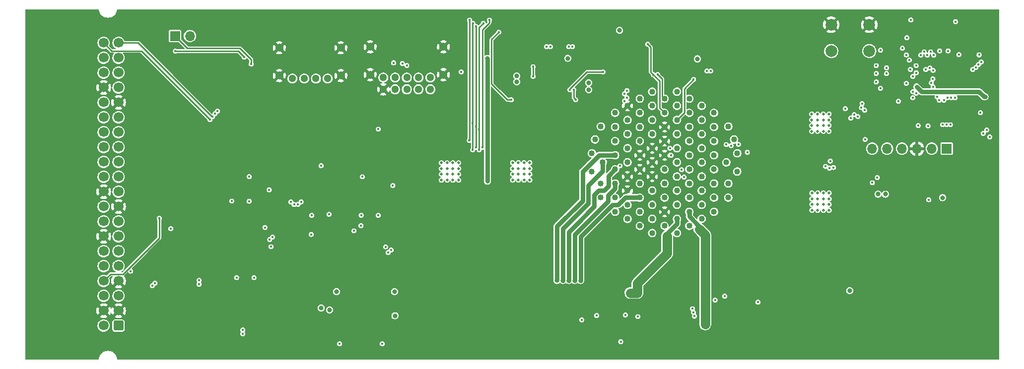
<source format=gbr>
%TF.GenerationSoftware,KiCad,Pcbnew,(6.0.2)*%
%TF.CreationDate,2022-06-14T20:32:41+02:00*%
%TF.ProjectId,SB-Spoko Bezpieczniki,53422d53-706f-46b6-9f20-42657a706965,rev?*%
%TF.SameCoordinates,Original*%
%TF.FileFunction,Copper,L3,Inr*%
%TF.FilePolarity,Positive*%
%FSLAX46Y46*%
G04 Gerber Fmt 4.6, Leading zero omitted, Abs format (unit mm)*
G04 Created by KiCad (PCBNEW (6.0.2)) date 2022-06-14 20:32:41*
%MOMM*%
%LPD*%
G01*
G04 APERTURE LIST*
G04 Aperture macros list*
%AMRoundRect*
0 Rectangle with rounded corners*
0 $1 Rounding radius*
0 $2 $3 $4 $5 $6 $7 $8 $9 X,Y pos of 4 corners*
0 Add a 4 corners polygon primitive as box body*
4,1,4,$2,$3,$4,$5,$6,$7,$8,$9,$2,$3,0*
0 Add four circle primitives for the rounded corners*
1,1,$1+$1,$2,$3*
1,1,$1+$1,$4,$5*
1,1,$1+$1,$6,$7*
1,1,$1+$1,$8,$9*
0 Add four rect primitives between the rounded corners*
20,1,$1+$1,$2,$3,$4,$5,0*
20,1,$1+$1,$4,$5,$6,$7,0*
20,1,$1+$1,$6,$7,$8,$9,0*
20,1,$1+$1,$8,$9,$2,$3,0*%
G04 Aperture macros list end*
%TA.AperFunction,ComponentPad*%
%ADD10R,1.700000X1.700000*%
%TD*%
%TA.AperFunction,ComponentPad*%
%ADD11O,1.700000X1.700000*%
%TD*%
%TA.AperFunction,ComponentPad*%
%ADD12C,0.487500*%
%TD*%
%TA.AperFunction,ComponentPad*%
%ADD13C,2.000000*%
%TD*%
%TA.AperFunction,ComponentPad*%
%ADD14RoundRect,0.250000X0.600000X0.600000X-0.600000X0.600000X-0.600000X-0.600000X0.600000X-0.600000X0*%
%TD*%
%TA.AperFunction,ComponentPad*%
%ADD15C,1.700000*%
%TD*%
%TA.AperFunction,ComponentPad*%
%ADD16C,1.300000*%
%TD*%
%TA.AperFunction,ComponentPad*%
%ADD17C,1.400000*%
%TD*%
%TA.AperFunction,ComponentPad*%
%ADD18C,1.020000*%
%TD*%
%TA.AperFunction,ViaPad*%
%ADD19C,0.800000*%
%TD*%
%TA.AperFunction,ViaPad*%
%ADD20C,0.450000*%
%TD*%
%TA.AperFunction,Conductor*%
%ADD21C,0.798830*%
%TD*%
%TA.AperFunction,Conductor*%
%ADD22C,0.250000*%
%TD*%
%TA.AperFunction,Conductor*%
%ADD23C,1.600000*%
%TD*%
G04 APERTURE END LIST*
D10*
%TO.N,CAR_CAN+*%
%TO.C,JP1*%
X109320000Y-74670000D03*
D11*
%TO.N,Net-(JP1-Pad2)*%
X111860000Y-74670000D03*
%TD*%
D12*
%TO.N,+24V*%
%TO.C,U15*%
X155741500Y-97283500D03*
X156716500Y-96308500D03*
X157691500Y-97283500D03*
X154766500Y-99233500D03*
X157691500Y-98258500D03*
X156716500Y-98258500D03*
X156716500Y-99233500D03*
X155741500Y-96308500D03*
X154766500Y-97283500D03*
X154766500Y-96308500D03*
X156716500Y-97283500D03*
X155741500Y-99233500D03*
X155741500Y-98258500D03*
X157691500Y-99233500D03*
X157691500Y-96308500D03*
X154766500Y-98258500D03*
%TD*%
%TO.N,+24V*%
%TO.C,U13*%
X217933500Y-87981500D03*
X220858500Y-87981500D03*
X218908500Y-89931500D03*
X220858500Y-90906500D03*
X218908500Y-90906500D03*
X219883500Y-89931500D03*
X219883500Y-87981500D03*
X218908500Y-87981500D03*
X219883500Y-90906500D03*
X217933500Y-88956500D03*
X217933500Y-89931500D03*
X219883500Y-88956500D03*
X217933500Y-90906500D03*
X218908500Y-88956500D03*
X220858500Y-88956500D03*
X220858500Y-89931500D03*
%TD*%
%TO.N,+24V*%
%TO.C,U14*%
X220878500Y-104386500D03*
X220878500Y-103411500D03*
X219903500Y-103411500D03*
X217953500Y-101461500D03*
X218928500Y-102436500D03*
X218928500Y-101461500D03*
X217953500Y-104386500D03*
X220878500Y-102436500D03*
X217953500Y-103411500D03*
X217953500Y-102436500D03*
X218928500Y-104386500D03*
X220878500Y-101461500D03*
X219903500Y-104386500D03*
X219903500Y-101461500D03*
X219903500Y-102436500D03*
X218928500Y-103411500D03*
%TD*%
%TO.N,+24V*%
%TO.C,U12*%
X167880000Y-99225000D03*
X166905000Y-98250000D03*
X168855000Y-98250000D03*
X169830000Y-96300000D03*
X166905000Y-99225000D03*
X167880000Y-97275000D03*
X168855000Y-97275000D03*
X166905000Y-96300000D03*
X168855000Y-96300000D03*
X168855000Y-99225000D03*
X166905000Y-97275000D03*
X169830000Y-97275000D03*
X169830000Y-98250000D03*
X169830000Y-99225000D03*
X167880000Y-98250000D03*
X167880000Y-96300000D03*
%TD*%
D10*
%TO.N,+3V3*%
%TO.C,J1*%
X240940000Y-93880000D03*
D11*
%TO.N,SWCLK*%
X238400000Y-93880000D03*
%TO.N,GND*%
X235860000Y-93880000D03*
%TO.N,SWDIO*%
X233320000Y-93880000D03*
%TO.N,N_RST*%
X230780000Y-93880000D03*
%TO.N,SWO*%
X228240000Y-93880000D03*
%TD*%
D13*
%TO.N,GND*%
%TO.C,SW1*%
X227740000Y-72720000D03*
X221240000Y-72720000D03*
%TO.N,Net-(R20-Pad1)*%
X227740000Y-77220000D03*
X221240000Y-77220000D03*
%TD*%
D14*
%TO.N,+5V*%
%TO.C,J2*%
X99677500Y-124090000D03*
D15*
X97137500Y-124090000D03*
%TO.N,GND*%
X99677500Y-121550000D03*
X97137500Y-121550000D03*
%TO.N,Net-(J2-Pad5)*%
X99677500Y-119010000D03*
%TO.N,WATER_1_PRESSURE*%
X97137500Y-119010000D03*
%TO.N,GND*%
X99677500Y-116470000D03*
%TO.N,MONO_NTC*%
X97137500Y-116470000D03*
%TO.N,RES_SIN+*%
X99677500Y-113930000D03*
%TO.N,WATER_NTC_2*%
X97137500Y-113930000D03*
%TO.N,RES_SIN-*%
X99677500Y-111390000D03*
%TO.N,WATER_NTC_1*%
X97137500Y-111390000D03*
%TO.N,RES_COS+*%
X99677500Y-108850000D03*
%TO.N,GND*%
X97137500Y-108850000D03*
%TO.N,RES_COS-*%
X99677500Y-106310000D03*
%TO.N,SP_L-*%
X97137500Y-106310000D03*
%TO.N,GND*%
X99677500Y-103770000D03*
%TO.N,SP_L+*%
X97137500Y-103770000D03*
%TO.N,CAR_CAN+*%
X99677500Y-101230000D03*
%TO.N,GND*%
X97137500Y-101230000D03*
%TO.N,CAR_CAN-*%
X99677500Y-98690000D03*
%TO.N,USB_DEBUG_DP*%
X97137500Y-98690000D03*
%TO.N,INV_CAN+*%
X99677500Y-96150000D03*
%TO.N,USB_DEBUG_DM*%
X97137500Y-96150000D03*
%TO.N,INV_CAN-*%
X99677500Y-93610000D03*
%TO.N,unconnected-(J2-Pad26)*%
X97137500Y-93610000D03*
%TO.N,unconnected-(J2-Pad27)*%
X99677500Y-91070000D03*
%TO.N,unconnected-(J2-Pad28)*%
X97137500Y-91070000D03*
%TO.N,unconnected-(J2-Pad29)*%
X99677500Y-88530000D03*
%TO.N,unconnected-(J2-Pad30)*%
X97137500Y-88530000D03*
%TO.N,GND*%
X99677500Y-85990000D03*
%TO.N,unconnected-(J2-Pad32)*%
X97137500Y-85990000D03*
%TO.N,BREAK_LIGHT_GATE*%
X99677500Y-83450000D03*
%TO.N,GND*%
X97137500Y-83450000D03*
%TO.N,RTDS_GATE*%
X99677500Y-80910000D03*
%TO.N,unconnected-(J2-Pad36)*%
X97137500Y-80910000D03*
%TO.N,WSS_RL*%
X99677500Y-78370000D03*
%TO.N,WSS_FL*%
X97137500Y-78370000D03*
%TO.N,WSS_RR*%
X99677500Y-75830000D03*
%TO.N,WSS_FR*%
X97137500Y-75830000D03*
%TD*%
D16*
%TO.N,ETHERNET_RX-*%
%TO.C,J3*%
X135350000Y-81915000D03*
%TO.N,ETHERNET_RX+*%
X133350000Y-81915000D03*
%TO.N,ETHERNET_TX-*%
X131350000Y-81915000D03*
%TO.N,ETHERNET_TX+*%
X129350000Y-81915000D03*
D17*
%TO.N,GND*%
X137600000Y-81415000D03*
X127100000Y-81415000D03*
X137600000Y-76665000D03*
X127100000Y-76665000D03*
%TD*%
D16*
%TO.N,GND*%
%TO.C,J4*%
X144850000Y-83750000D03*
%TO.N,TSAL_DASH_LED_RED*%
X146850000Y-83750000D03*
%TO.N,TSAL_DASH_LED_GREEN*%
X148850000Y-83750000D03*
%TO.N,TSAL_LED_RED*%
X150850000Y-83750000D03*
%TO.N,TSAL_LED_GREEN*%
X152850000Y-83750000D03*
%TO.N,TSAL_HV_AIR1*%
X144850000Y-81750000D03*
%TO.N,TSAL_HV_BAT_SIG*%
X146850000Y-81750000D03*
%TO.N,TSAL_HV_INV_SIG*%
X148850000Y-81750000D03*
%TO.N,TSAL_24V*%
X150850000Y-81750000D03*
%TO.N,TSAL_HV_AIR2*%
X152850000Y-81750000D03*
D17*
%TO.N,GND*%
X155100000Y-76500000D03*
X155100000Y-81250000D03*
X142600000Y-81250000D03*
X142600000Y-76500000D03*
%TD*%
D18*
%TO.N,INVERTER_24V*%
%TO.C,U1*%
X181944800Y-90102600D03*
X180954200Y-92312400D03*
%TO.N,BOX_24V*%
X180420800Y-94674600D03*
%TO.N,LED_1_IN*%
X182275000Y-96224000D03*
%TO.N,TSAL{slash}ASSI_24V*%
X180420800Y-97773400D03*
%TO.N,MOTEC_24V*%
X181944800Y-99830800D03*
%TO.N,FAN_MONO_24V*%
X181944800Y-102243800D03*
%TO.N,BSPD{slash}EBS_24V*%
X184383200Y-87765800D03*
%TO.N,WATER_NTC_2*%
X184383200Y-90178800D03*
%TO.N,INVERTER_24V*%
X184383200Y-92591800D03*
%TO.N,LED_2_IN*%
X184383200Y-95004800D03*
%TO.N,BUZZER_IN*%
X184383200Y-97417800D03*
%TO.N,RTDS_IN*%
X184383200Y-99830800D03*
%TO.N,BREAK_LIGHT_24V*%
X184383200Y-102243800D03*
%TO.N,BAT_HV_24V*%
X184383200Y-104656800D03*
%TO.N,GND*%
X186491400Y-86572000D03*
%TO.N,WATER_NTC_1*%
X186491400Y-88985000D03*
%TO.N,RES_SIN-*%
X186491400Y-91398000D03*
%TO.N,RES_SIN+*%
X186491400Y-93811000D03*
%TO.N,SPARE_1_SENSE*%
X186491400Y-96224000D03*
%TO.N,GND*%
X186491400Y-98637000D03*
X186491400Y-101050000D03*
%TO.N,ETHERNET_RX+*%
X186491400Y-103463000D03*
%TO.N,SPARE_2_24V*%
X186491400Y-105876000D03*
%TO.N,MONO_NTC*%
X188599600Y-85352800D03*
%TO.N,WATER_1_PRESSURE*%
X188599600Y-87765800D03*
%TO.N,SPARE_2_SENSE*%
X188599600Y-90178800D03*
%TO.N,WATER_2_PRESSURE*%
X188599600Y-92591800D03*
%TO.N,GND*%
X188599600Y-95004800D03*
X188599600Y-97417800D03*
%TO.N,ETHERNET_RX-*%
X188599600Y-99830800D03*
%TO.N,BREAK_LIGHT_IN*%
X188599600Y-102243800D03*
%TO.N,ETHERNET_TX+*%
X188599600Y-104656800D03*
%TO.N,DIAGPORT_24V*%
X188599600Y-107069800D03*
%TO.N,RES_COS-*%
X190707800Y-84159000D03*
%TO.N,RES_COS+*%
X190707800Y-86572000D03*
%TO.N,SP_L-*%
X190707800Y-88985000D03*
%TO.N,SP_L+*%
X190707800Y-91398000D03*
%TO.N,GND*%
X190707800Y-93811000D03*
X190707800Y-96224000D03*
X190707800Y-98637000D03*
%TO.N,ETHERNET_TX-*%
X190707800Y-101050000D03*
%TO.N,SPARE_3_SENSE*%
X190707800Y-103463000D03*
%TO.N,PUMP_12V*%
X190707800Y-105876000D03*
%TO.N,SPARE_1_24V*%
X190707800Y-108289000D03*
%TO.N,CAR_CAN+*%
X192816000Y-85352800D03*
%TO.N,CAR_CAN-*%
X192816000Y-87765800D03*
%TO.N,GND*%
X192816000Y-90178800D03*
X192816000Y-92591800D03*
X192816000Y-95004800D03*
%TO.N,+24V*%
X192816000Y-97417800D03*
X192816000Y-99830800D03*
%TO.N,INVERTER_SENSE*%
X192816000Y-102243800D03*
%TO.N,GND*%
X192816000Y-104656800D03*
%TO.N,ASMS_24V*%
X192816000Y-107069800D03*
%TO.N,INV_CAN-*%
X194924200Y-84159000D03*
%TO.N,INV_CAN+*%
X194924200Y-86572000D03*
%TO.N,TSAL_HV_INV_SIG*%
X194924200Y-88985000D03*
%TO.N,+24V*%
X194924200Y-91398000D03*
X194924200Y-93811000D03*
X194924200Y-96224000D03*
X194924200Y-98637000D03*
%TO.N,HVD_SENSE*%
X194924200Y-101050000D03*
%TO.N,DV_SENSE*%
X194924200Y-103463000D03*
%TO.N,POT_?V*%
X194924200Y-105876000D03*
%TO.N,LIDAR_24V*%
X194924200Y-108289000D03*
%TO.N,USB_DEBUG_DP*%
X197032400Y-85352800D03*
%TO.N,USB_DEBUG_DM*%
X197032400Y-87765800D03*
%TO.N,TSAL_HV_AIR1*%
X197032400Y-90178800D03*
%TO.N,+24V*%
X197032400Y-92591800D03*
X197032400Y-95004800D03*
X197032400Y-97417800D03*
%TO.N,HV_SENSE*%
X197032400Y-99830800D03*
%TO.N,FIREWALL_SENSE*%
X197032400Y-102243800D03*
%TO.N,WATER_5V*%
X197032400Y-104656800D03*
%TO.N,WHEEL_SPEED_2_24V*%
X197032400Y-107069800D03*
%TO.N,TSAL_HV_AIR2*%
X199140600Y-86572000D03*
%TO.N,TSAL_HV_BAT_SIG*%
X199140600Y-88985000D03*
%TO.N,WSS_RL*%
X199140600Y-91398000D03*
%TO.N,WSS_FL*%
X199140600Y-93811000D03*
%TO.N,WSS_RR*%
X199140600Y-96224000D03*
%TO.N,WSS_FR*%
X199140600Y-98637000D03*
%TO.N,BOX_DV_24V*%
X199140600Y-101050000D03*
X199140600Y-103463000D03*
X199140600Y-105876000D03*
%TO.N,ODRIVE_24V*%
X201248800Y-87765800D03*
X201248800Y-90178800D03*
X201248800Y-92591800D03*
%TO.N,TSAL_LED_RED*%
X201248800Y-95004800D03*
%TO.N,TSAL_DASH_LED_RED*%
X201248800Y-97417800D03*
%TO.N,TSAL_DASH_LED_GREEN*%
X201248800Y-99830800D03*
%TO.N,JETSON_24V*%
X201248800Y-102243800D03*
X201248800Y-104656800D03*
%TO.N,FAN_R_24V*%
X203687200Y-90102600D03*
%TO.N,FAN_L_24V*%
X204677800Y-92312400D03*
%TO.N,LAPTIMER_24V*%
X205211200Y-94674600D03*
%TO.N,TSAL_LED_GREEN*%
X203357000Y-96224000D03*
%TO.N,DASH_24V*%
X205211200Y-97773400D03*
%TO.N,WHEEL_SPEED_1_24V*%
X203687200Y-99830800D03*
%TO.N,JETSON_24V*%
X203687200Y-102243800D03*
%TD*%
D19*
%TO.N,GND*%
X192360000Y-121230000D03*
X174860000Y-76570000D03*
X204080000Y-117070000D03*
X182110000Y-77870000D03*
X128460000Y-113120000D03*
X213160000Y-125270000D03*
X113760000Y-113270000D03*
D20*
X236660000Y-85160000D03*
D19*
X112010000Y-113270000D03*
D20*
X174760000Y-85720000D03*
D19*
X138910000Y-99920000D03*
X130210000Y-105920000D03*
X123810000Y-123520000D03*
X133910000Y-113120000D03*
X131860000Y-110870000D03*
X137660000Y-90070000D03*
X231510000Y-73020000D03*
X178510000Y-78220000D03*
X243880000Y-121840000D03*
X165360000Y-76120000D03*
X127460000Y-123520000D03*
D20*
X229640000Y-84403915D03*
D19*
X213110000Y-77420000D03*
X213300000Y-96810000D03*
X243880000Y-123110000D03*
X242610000Y-121840000D03*
X170860000Y-76120000D03*
X122160000Y-123520000D03*
X128460000Y-110870000D03*
X150160000Y-92070000D03*
D20*
X241465497Y-72194503D03*
D19*
X164060000Y-90120000D03*
X197280000Y-117180000D03*
D20*
X229630000Y-78064503D03*
D19*
X242610000Y-123110000D03*
D20*
X236964503Y-89970000D03*
D19*
X165060000Y-123770000D03*
X172210000Y-123770000D03*
X213320000Y-94710000D03*
X213210000Y-123220000D03*
X203360000Y-75120000D03*
X148210000Y-96720000D03*
X154610000Y-116270000D03*
X244460000Y-75220000D03*
X196010000Y-121220000D03*
X136710000Y-105920000D03*
X211310000Y-125270000D03*
X230760000Y-87820000D03*
X111710000Y-123570000D03*
X209610000Y-77420000D03*
X245150000Y-121840000D03*
X183010000Y-118270000D03*
X210150000Y-117070000D03*
X122160000Y-121270000D03*
X113610000Y-123570000D03*
X232910000Y-104270000D03*
X131860000Y-113120000D03*
X206920000Y-121540000D03*
X141110000Y-111470000D03*
X232910000Y-100620000D03*
X209360000Y-125270000D03*
X145110000Y-105970000D03*
X227460000Y-90670000D03*
X247260000Y-86670000D03*
X118760000Y-121270000D03*
X115560000Y-115620000D03*
X174410000Y-123770000D03*
X239360000Y-73020000D03*
X235760000Y-73020000D03*
X148210000Y-94020000D03*
X152760000Y-116270000D03*
X232910000Y-98420000D03*
X128410000Y-105920000D03*
X245150000Y-123110000D03*
X209610000Y-79570000D03*
X138360000Y-105920000D03*
X115560000Y-113270000D03*
X133360000Y-90070000D03*
X213110000Y-79470000D03*
X181060000Y-118270000D03*
X242610000Y-124380000D03*
X151110000Y-116270000D03*
X120510000Y-123520000D03*
X130210000Y-108170000D03*
X156510000Y-116270000D03*
X217260000Y-96820000D03*
X208240000Y-117080000D03*
X205970000Y-117090000D03*
X180460000Y-76320000D03*
X111710000Y-121270000D03*
X227160000Y-84120000D03*
X209610000Y-75120000D03*
X135560000Y-90070000D03*
X123810000Y-121270000D03*
X243880000Y-124380000D03*
X150160000Y-96720000D03*
X120510000Y-121270000D03*
D20*
X193430000Y-77310000D03*
D19*
X232910000Y-102620000D03*
X118760000Y-123520000D03*
X133910000Y-110870000D03*
X200860000Y-75120000D03*
X170860000Y-73520000D03*
X139610000Y-90070000D03*
X137310000Y-110870000D03*
X245150000Y-124380000D03*
X150160000Y-94020000D03*
X158460000Y-116270000D03*
X146960000Y-105970000D03*
X138910000Y-102070000D03*
X168260000Y-73520000D03*
X227460000Y-88820000D03*
X117510000Y-115620000D03*
X213410000Y-86600000D03*
X127460000Y-121270000D03*
X117510000Y-113270000D03*
X164060000Y-93970000D03*
X130210000Y-110870000D03*
X130210000Y-113120000D03*
X162960000Y-123770000D03*
X206460000Y-75120000D03*
X206410000Y-77420000D03*
X125660000Y-123520000D03*
D20*
X247485497Y-84035497D03*
D19*
X161010000Y-99420000D03*
X125660000Y-121270000D03*
X128410000Y-108170000D03*
X168260000Y-76120000D03*
%TO.N,+5V*%
X240220000Y-102250000D03*
X198420000Y-78550000D03*
X224390000Y-118120000D03*
%TO.N,+3V3*%
X176300000Y-78460000D03*
D20*
X227010000Y-92300000D03*
X223640000Y-87030000D03*
X134240000Y-96770000D03*
D19*
X185150000Y-73695500D03*
D20*
X234557585Y-78760500D03*
X185342500Y-126827500D03*
D19*
X162580000Y-78470000D03*
D20*
X121970000Y-98640000D03*
X237890000Y-102590000D03*
X162580000Y-99440000D03*
X125700000Y-110620000D03*
X141270000Y-98680000D03*
X162580000Y-89519500D03*
%TO.N,SWO*%
X237750000Y-89980000D03*
X238320000Y-82670000D03*
%TO.N,BSPD{slash}EBS_IMON*%
X182309500Y-80790000D03*
X176467950Y-76469487D03*
X176673608Y-83819500D03*
X235744672Y-80911567D03*
%TO.N,BSPD{slash}EBS_STATE*%
X177117404Y-76477404D03*
X235180200Y-81519800D03*
X233390000Y-76735498D03*
X235168915Y-84140000D03*
%TO.N,INVERTER_SENSE_SIG*%
X122780000Y-115890000D03*
X246830000Y-79080000D03*
%TO.N,/Fusses/WATER-POTENTIOMMETER/WATER{slash}POT_FLAG*%
X197553378Y-121199501D03*
X188238489Y-122558000D03*
%TO.N,/Fusses/WATER-POTENTIOMMETER/WATER{slash}POT_EN*%
X178712500Y-123107500D03*
X197756444Y-121816444D03*
D19*
%TO.N,+24V*%
X229230000Y-101650000D03*
X167610000Y-82467420D03*
X179890000Y-83815980D03*
X167600000Y-81480000D03*
X179880000Y-82630000D03*
X230480000Y-101650000D03*
D20*
%TO.N,3.3V_STM_REF+*%
X236077500Y-89950000D03*
%TO.N,3.3V_STM_POWER*%
X235820000Y-83330000D03*
X242465000Y-72194503D03*
X234840000Y-71910000D03*
X229630000Y-77065000D03*
X247485497Y-85035000D03*
X229630000Y-83580000D03*
%TO.N,STM_CLK_IN*%
X240470000Y-85590428D03*
%TO.N,STM_CKL_OUT*%
X239690399Y-85583460D03*
%TO.N,CAR_CAN-*%
X189940000Y-76040000D03*
X109380000Y-77210000D03*
X190910000Y-81250000D03*
X121115008Y-78254992D03*
%TO.N,CAR_CAN+*%
X122310000Y-79420000D03*
X191623556Y-81186444D03*
%TO.N,STM_OK*%
X238620000Y-80500000D03*
%TO.N,STM_FATAL_ERROR*%
X238620000Y-83350000D03*
%TO.N,STM_SOFT_ERROR*%
X238590000Y-81980000D03*
%TO.N,STM_???*%
X239326803Y-85045268D03*
%TO.N,BUZZER_CONTROL*%
X236530989Y-77900000D03*
X145673316Y-111626204D03*
%TO.N,LED_2_CONTROL*%
X242369004Y-85180254D03*
X146151523Y-111180020D03*
%TO.N,LED_1_CONTROL*%
X241719502Y-85179295D03*
X145220000Y-110640000D03*
%TO.N,SWDIO*%
X243020000Y-77820000D03*
X246470000Y-77859500D03*
%TO.N,MOSI*%
X160649000Y-93671207D03*
X160650000Y-73028020D03*
X228940000Y-79712344D03*
X224590000Y-88660000D03*
X160649000Y-90071000D03*
X220270000Y-96910000D03*
%TO.N,MISO*%
X221069011Y-95990000D03*
X228940000Y-81050000D03*
X160099500Y-94070000D03*
X225160000Y-88040000D03*
X160099500Y-89521500D03*
X160110000Y-72478520D03*
%TO.N,SCK*%
X161198500Y-90620500D03*
X161198500Y-94070000D03*
X220950000Y-97200000D03*
X228940000Y-82500000D03*
X225790000Y-88380000D03*
X161890000Y-72483556D03*
%TO.N,SS_3*%
X226496173Y-86176173D03*
X235168915Y-85186489D03*
X159510000Y-92470000D03*
X159550000Y-71929020D03*
%TO.N,SS_2*%
X221630000Y-97090000D03*
X232700000Y-85798980D03*
X226400000Y-86850000D03*
%TO.N,SS_1*%
X226957342Y-87327804D03*
%TO.N,SS_0*%
X162930000Y-71929031D03*
X161748000Y-93660000D03*
%TO.N,WSS_FR*%
X186010000Y-85740000D03*
X115280000Y-88930000D03*
%TO.N,WSS_FL*%
X185960000Y-84510000D03*
X116123104Y-87932268D03*
%TO.N,USB_DEBUG_DM*%
X200689503Y-80640000D03*
%TO.N,USB_DEBUG_DP*%
X200040000Y-80640000D03*
%TO.N,SP_L+*%
X113430000Y-116360020D03*
X193930000Y-94990000D03*
%TO.N,SP_L-*%
X193720000Y-93790000D03*
X113418182Y-117009415D03*
%TO.N,WATER_NTC_2*%
X108600000Y-107530000D03*
%TO.N,MONO_NTC*%
X106620000Y-105750000D03*
%TO.N,WSS_RR*%
X186414331Y-85187989D03*
X115694754Y-88420500D03*
%TO.N,WSS_RL*%
X116565893Y-87457093D03*
X186420000Y-83960500D03*
%TO.N,RTDS_GATE*%
X137390000Y-127195500D03*
%TO.N,BREAK_LIGHT_GATE*%
X144680000Y-127195500D03*
%TO.N,RES_COS-*%
X120880116Y-124822673D03*
%TO.N,RES_COS+*%
X120889918Y-125472102D03*
%TO.N,RES_SIN-*%
X105899666Y-116821130D03*
%TO.N,RES_SIN+*%
X105440000Y-117280000D03*
D19*
%TO.N,BUZZER_IN*%
X176480497Y-116390000D03*
X134240000Y-121090000D03*
%TO.N,LED_2_IN*%
X174480000Y-116380000D03*
X146760000Y-118288531D03*
%TO.N,LED_1_IN*%
X175480994Y-116390000D03*
X136860000Y-118288531D03*
%TO.N,RTDS_IN*%
X177480000Y-116390000D03*
X135670000Y-121401639D03*
%TO.N,BREAK_LIGHT_IN*%
X178490000Y-116390000D03*
X146830000Y-122400000D03*
D20*
%TO.N,WATER{slash}POT_IMON*%
X234760000Y-80359500D03*
X248291018Y-91856181D03*
X208750000Y-120090000D03*
X240266005Y-89790000D03*
%TO.N,Net-(IC4-Pad8)*%
X197920000Y-122480000D03*
X201430000Y-119730000D03*
%TO.N,SPARE_1_SENSE*%
X125390500Y-100900000D03*
%TO.N,SPARE_2_SENSE*%
X144000000Y-90550000D03*
X185240000Y-96820000D03*
X146470000Y-100190000D03*
%TO.N,SPARE_1_SENSE_SIG*%
X246709691Y-87750000D03*
X119820000Y-115890000D03*
%TO.N,ETHERNET_RX+*%
X130280000Y-103390000D03*
%TO.N,ETHERNET_RX-*%
X130820000Y-102960000D03*
%TO.N,TSAL_LED_GREEN*%
X204190000Y-93360000D03*
X158143794Y-80776206D03*
%TO.N,ETHERNET_TX+*%
X129080500Y-102960000D03*
%TO.N,ETHERNET_TX-*%
X129631282Y-103421904D03*
%TO.N,TSAL_LED_RED*%
X148090000Y-79330000D03*
X203350000Y-93180000D03*
%TO.N,Net-(IC1-Pad21)*%
X234044903Y-82714903D03*
%TO.N,Net-(IC1-Pad22)*%
X230669500Y-81060000D03*
%TO.N,Net-(IC1-Pad23)*%
X230690000Y-80070000D03*
%TO.N,WATER{slash}POT_ENABLE*%
X247159211Y-91289500D03*
X240915508Y-89790000D03*
X235720500Y-79712344D03*
X181232500Y-122357500D03*
%TO.N,WATER{slash}POT_STATE*%
X241070000Y-85180000D03*
X247750000Y-90690000D03*
X186122500Y-122275386D03*
X241565011Y-89790000D03*
%TO.N,WATER_1_PRESSURE*%
X195730000Y-97470000D03*
%TO.N,WATER_2_PRESSURE*%
X196150000Y-98710000D03*
X101740000Y-114780000D03*
%TO.N,SPARE_2_SENSE_SIG*%
X143980000Y-105228540D03*
X237081489Y-77350000D03*
%TO.N,INVERTER_SENSE*%
X124650000Y-107330000D03*
%TO.N,HVD_SENSE*%
X139840000Y-107910000D03*
%TO.N,DV_SENSE*%
X125940000Y-108950000D03*
%TO.N,HV_SENSE*%
X132560000Y-108518580D03*
%TO.N,FIREWALL_SENSE*%
X125470000Y-109400000D03*
%TO.N,HVD_SENSE_SIG*%
X238730000Y-77890000D03*
X135580000Y-105078540D03*
%TO.N,HV_SENSE_SIG*%
X132630000Y-105228540D03*
X238180500Y-77350000D03*
%TO.N,SPARE_3_SENSE*%
X141040000Y-107010000D03*
%TO.N,SPARE_3_SENSE_SIG*%
X141060000Y-105228540D03*
X237630000Y-77900000D03*
%TO.N,DV_SENSE_SIG*%
X245910000Y-80000000D03*
X121940000Y-102840000D03*
%TO.N,FIREWALL_SENSE_SIG*%
X246357301Y-79529069D03*
X118980000Y-102830000D03*
%TO.N,Net-(IC1-Pad29)*%
X234068484Y-77869375D03*
%TO.N,Net-(IC1-Pad44)*%
X239730000Y-77190000D03*
%TO.N,Net-(IC1-Pad45)*%
X241190000Y-77190000D03*
%TO.N,Net-(IC5-Pad4)*%
X228261698Y-99699500D03*
X229109500Y-98834827D03*
D19*
%TO.N,WATER_5V*%
X199770000Y-123870000D03*
D20*
X203070000Y-119050000D03*
D19*
X199770000Y-122570000D03*
%TO.N,POT_?V*%
X188175000Y-118505000D03*
X186995000Y-118505000D03*
D20*
%TO.N,TSAL_IMON*%
X235751646Y-84426839D03*
X172690000Y-76470000D03*
X238082720Y-80135055D03*
X234145498Y-74920000D03*
%TO.N,TSAL_STATE*%
X237378770Y-80355709D03*
X173339503Y-76470000D03*
%TO.N,Net-(IC2-Pad4)*%
X170400000Y-79890500D03*
X170395359Y-81539500D03*
%TO.N,Net-(IC6-Pad4)*%
X177323110Y-83820552D03*
X177650000Y-85539500D03*
%TO.N,TSAL_ENABLE*%
X245370002Y-80370000D03*
X166660000Y-85539500D03*
X164530206Y-73980206D03*
%TO.N,TSAL_HV_INV_SIG*%
X148850000Y-79675989D03*
X197775415Y-82054585D03*
%TO.N,TSAL_DASH_LED_GREEN*%
X146601780Y-79221108D03*
X206930000Y-94480000D03*
%TO.N,TSAL_DASH_LED_RED*%
X205420000Y-93150000D03*
%TD*%
D21*
%TO.N,+3V3*%
X162580000Y-89519500D02*
X162580000Y-99440000D01*
X162580000Y-89519500D02*
X162580000Y-78470000D01*
D22*
%TO.N,BSPD{slash}EBS_IMON*%
X179576535Y-80790000D02*
X182309500Y-80790000D01*
X176673608Y-83819500D02*
X176673608Y-83692927D01*
X176673608Y-83692927D02*
X179576535Y-80790000D01*
D21*
%TO.N,3.3V_STM_POWER*%
X247319792Y-85035000D02*
X247485497Y-85035000D01*
X235820000Y-83330000D02*
X236663926Y-84173926D01*
X246458718Y-84173926D02*
X247319792Y-85035000D01*
X236663926Y-84173926D02*
X246458718Y-84173926D01*
D22*
%TO.N,CAR_CAN-*%
X121115008Y-78254992D02*
X120070016Y-77210000D01*
X191981489Y-82321489D02*
X190910000Y-81250000D01*
X120070016Y-77210000D02*
X109380000Y-77210000D01*
X190470000Y-76570000D02*
X190470000Y-80810000D01*
X191981489Y-86931289D02*
X191981489Y-82321489D01*
X192816000Y-87765800D02*
X191981489Y-86931289D01*
X189940000Y-76040000D02*
X190470000Y-76570000D01*
X190470000Y-80810000D02*
X190910000Y-81250000D01*
%TO.N,CAR_CAN+*%
X192431009Y-84440000D02*
X192431009Y-81993897D01*
X122310000Y-78672873D02*
X122310000Y-79420000D01*
X192431009Y-81993897D02*
X191623556Y-81186444D01*
X192792800Y-85352800D02*
X192431009Y-84991009D01*
X109320000Y-74670000D02*
X111410480Y-76760480D01*
X120397607Y-76760480D02*
X122310000Y-78672873D01*
X192816000Y-85352800D02*
X192792800Y-85352800D01*
X111410480Y-76760480D02*
X120397607Y-76760480D01*
X192431009Y-84991009D02*
X192431009Y-84440000D01*
%TO.N,MOSI*%
X160649000Y-93671207D02*
X160649000Y-90071000D01*
X160649000Y-73029020D02*
X160650000Y-73028020D01*
X160649000Y-90071000D02*
X160649000Y-73029020D01*
%TO.N,MISO*%
X160099500Y-72489020D02*
X160110000Y-72478520D01*
X160099500Y-89521500D02*
X160099500Y-72489020D01*
X160099500Y-94070000D02*
X160099500Y-89521500D01*
%TO.N,SCK*%
X161198500Y-90620500D02*
X161198500Y-94070000D01*
X161198500Y-90620500D02*
X161198500Y-73175056D01*
X161198500Y-73175056D02*
X161890000Y-72483556D01*
%TO.N,SS_3*%
X159550000Y-92430000D02*
X159550000Y-71929020D01*
X159510000Y-92470000D02*
X159550000Y-92430000D01*
%TO.N,SS_0*%
X162930000Y-72400000D02*
X162930000Y-71929031D01*
X161748000Y-73582000D02*
X162930000Y-72400000D01*
X161748000Y-93660000D02*
X161748000Y-73582000D01*
%TO.N,WSS_FR*%
X98502989Y-77195489D02*
X97137500Y-75830000D01*
X115280000Y-88930000D02*
X115280000Y-88870000D01*
X115280000Y-88870000D02*
X103605489Y-77195489D01*
X103605489Y-77195489D02*
X98502989Y-77195489D01*
%TO.N,MONO_NTC*%
X98312011Y-115295489D02*
X97137500Y-116470000D01*
X100444511Y-115295489D02*
X98312011Y-115295489D01*
X106620000Y-105750000D02*
X106620000Y-109120000D01*
X106620000Y-109120000D02*
X100444511Y-115295489D01*
%TO.N,WSS_RR*%
X115607627Y-88420500D02*
X103017127Y-75830000D01*
X103017127Y-75830000D02*
X99677500Y-75830000D01*
X115694754Y-88420500D02*
X115607627Y-88420500D01*
D21*
%TO.N,BUZZER_IN*%
X182510000Y-101010000D02*
X181610341Y-101010000D01*
X183274274Y-100245726D02*
X182510000Y-101010000D01*
X180830000Y-101790341D02*
X180830000Y-103765185D01*
X180830000Y-103765185D02*
X177390736Y-107204449D01*
X183274274Y-98526726D02*
X183274274Y-100245726D01*
X177389920Y-107204449D02*
X176480497Y-108113872D01*
X181610341Y-101010000D02*
X180830000Y-101790341D01*
X176480497Y-108113872D02*
X176480497Y-116390000D01*
X177390736Y-107204449D02*
X177389920Y-107204449D01*
X184383200Y-97417800D02*
X183274274Y-98526726D01*
%TO.N,LED_2_IN*%
X179961467Y-96664474D02*
X178833300Y-97792641D01*
X178833300Y-97792641D02*
X178833300Y-102786470D01*
X174480000Y-107139770D02*
X174480000Y-116380000D01*
X178833300Y-102786470D02*
X174480000Y-107139770D01*
X184383200Y-95004800D02*
X181658859Y-95004800D01*
X179999185Y-96664474D02*
X179961467Y-96664474D01*
X181658859Y-95004800D02*
X179999185Y-96664474D01*
%TO.N,LED_1_IN*%
X182275000Y-96224000D02*
X182275000Y-97725000D01*
X179831650Y-103200000D02*
X175480994Y-107550656D01*
X175480994Y-107550656D02*
X175480994Y-116390000D01*
X179831650Y-100168350D02*
X179831650Y-103200000D01*
X182275000Y-97725000D02*
X179831650Y-100168350D01*
%TO.N,RTDS_IN*%
X183140000Y-101890000D02*
X183140000Y-102867065D01*
X184383200Y-100646800D02*
X183140000Y-101890000D01*
X184383200Y-99830800D02*
X184383200Y-100646800D01*
X183140000Y-102867065D02*
X177480000Y-108527065D01*
X177480000Y-108527065D02*
X177480000Y-116390000D01*
%TO.N,BREAK_LIGHT_IN*%
X186142341Y-102243800D02*
X188599600Y-102243800D01*
X183956188Y-103473812D02*
X184912329Y-103473812D01*
X178490000Y-108930000D02*
X178500000Y-108930000D01*
X178500000Y-108930000D02*
X183956188Y-103473812D01*
X178490000Y-108930000D02*
X178490000Y-116390000D01*
X184912329Y-103473812D02*
X186142341Y-102243800D01*
D22*
%TO.N,SPARE_2_SENSE*%
X188599600Y-90469978D02*
X188599600Y-90178800D01*
%TO.N,WATER_2_PRESSURE*%
X188599600Y-93020400D02*
X188599600Y-92591800D01*
D23*
%TO.N,WATER_5V*%
X199770000Y-123870000D02*
X199770000Y-122570000D01*
D21*
X197032400Y-105452400D02*
X198740000Y-107160000D01*
D23*
X199770000Y-122570000D02*
X199770000Y-108640000D01*
D21*
X198740000Y-107160000D02*
X198740000Y-107610000D01*
X197032400Y-104656800D02*
X197032400Y-105452400D01*
D23*
X199770000Y-108640000D02*
X198740000Y-107610000D01*
D21*
%TO.N,POT_?V*%
X194924200Y-106720741D02*
X193270000Y-108374941D01*
D23*
X193270000Y-111780000D02*
X193270000Y-108780000D01*
D21*
X193270000Y-108374941D02*
X193270000Y-108780000D01*
D23*
X188175000Y-116875000D02*
X193270000Y-111780000D01*
X188175000Y-118505000D02*
X188175000Y-116875000D01*
X186995000Y-118505000D02*
X188175000Y-118505000D01*
D21*
X194924200Y-105876000D02*
X194924200Y-106720741D01*
D22*
%TO.N,Net-(IC2-Pad4)*%
X170395359Y-79895141D02*
X170395359Y-81539500D01*
X170400000Y-79890500D02*
X170395359Y-79895141D01*
%TO.N,Net-(IC6-Pad4)*%
X177650000Y-85539500D02*
X177323110Y-85212610D01*
X177323110Y-85212610D02*
X177323110Y-83820552D01*
%TO.N,TSAL_ENABLE*%
X166009500Y-85539500D02*
X163304511Y-82834511D01*
X166660000Y-85539500D02*
X166009500Y-85539500D01*
X163304511Y-82834511D02*
X163304511Y-75205901D01*
X163304511Y-75205901D02*
X164530206Y-73980206D01*
%TO.N,TSAL_HV_INV_SIG*%
X194924200Y-88985000D02*
X196197889Y-87711311D01*
X196197889Y-87711311D02*
X196197889Y-83632111D01*
X196197889Y-83632111D02*
X197775415Y-82054585D01*
%TD*%
%TA.AperFunction,Conductor*%
%TO.N,GND*%
G36*
X96280119Y-70145306D02*
G01*
X96295589Y-70175647D01*
X96296770Y-70175363D01*
X96355397Y-70419561D01*
X96356339Y-70421835D01*
X96450560Y-70649307D01*
X96450564Y-70649314D01*
X96451503Y-70651582D01*
X96582722Y-70865712D01*
X96745822Y-71056678D01*
X96936788Y-71219778D01*
X96938883Y-71221062D01*
X96938886Y-71221064D01*
X97092984Y-71315495D01*
X97150918Y-71350997D01*
X97153186Y-71351936D01*
X97153193Y-71351940D01*
X97346337Y-71431942D01*
X97382939Y-71447103D01*
X97627137Y-71505730D01*
X97683579Y-71510172D01*
X97813569Y-71520403D01*
X97813582Y-71520404D01*
X97814808Y-71520500D01*
X97940192Y-71520500D01*
X97941418Y-71520404D01*
X97941431Y-71520403D01*
X98071421Y-71510172D01*
X98127863Y-71505730D01*
X98372061Y-71447103D01*
X98408663Y-71431942D01*
X98601807Y-71351940D01*
X98601814Y-71351936D01*
X98604082Y-71350997D01*
X98662016Y-71315495D01*
X98816114Y-71221064D01*
X98816117Y-71221062D01*
X98818212Y-71219778D01*
X99009178Y-71056678D01*
X99172278Y-70865712D01*
X99303497Y-70651582D01*
X99304436Y-70649314D01*
X99304440Y-70649307D01*
X99398661Y-70421835D01*
X99399603Y-70419561D01*
X99458230Y-70175363D01*
X99459776Y-70175734D01*
X99482366Y-70138917D01*
X99519075Y-70127000D01*
X249810500Y-70127000D01*
X249854694Y-70145306D01*
X249873000Y-70189500D01*
X249873000Y-129810500D01*
X249854694Y-129854694D01*
X249810500Y-129873000D01*
X99526106Y-129873000D01*
X99481912Y-129854694D01*
X99463799Y-129815403D01*
X99458423Y-129747093D01*
X99458230Y-129744637D01*
X99399603Y-129500439D01*
X99388479Y-129473583D01*
X99304440Y-129270693D01*
X99304436Y-129270686D01*
X99303497Y-129268418D01*
X99172278Y-129054288D01*
X99009178Y-128863322D01*
X98818212Y-128700222D01*
X98816117Y-128698938D01*
X98816114Y-128698936D01*
X98606181Y-128570289D01*
X98606178Y-128570288D01*
X98604082Y-128569003D01*
X98601814Y-128568064D01*
X98601807Y-128568060D01*
X98374335Y-128473839D01*
X98374336Y-128473839D01*
X98372061Y-128472897D01*
X98127863Y-128414270D01*
X98071421Y-128409828D01*
X97941431Y-128399597D01*
X97941418Y-128399596D01*
X97940192Y-128399500D01*
X97814808Y-128399500D01*
X97813582Y-128399596D01*
X97813569Y-128399597D01*
X97683579Y-128409828D01*
X97627137Y-128414270D01*
X97382939Y-128472897D01*
X97380664Y-128473839D01*
X97380665Y-128473839D01*
X97153193Y-128568060D01*
X97153186Y-128568064D01*
X97150918Y-128569003D01*
X97148822Y-128570288D01*
X97148819Y-128570289D01*
X96938886Y-128698936D01*
X96938883Y-128698938D01*
X96936788Y-128700222D01*
X96745822Y-128863322D01*
X96582722Y-129054288D01*
X96451503Y-129268418D01*
X96450564Y-129270686D01*
X96450560Y-129270693D01*
X96366521Y-129473583D01*
X96355397Y-129500439D01*
X96296770Y-129744637D01*
X96296577Y-129747093D01*
X96291201Y-129815403D01*
X96269485Y-129858025D01*
X96228894Y-129873000D01*
X83809500Y-129873000D01*
X83765306Y-129854694D01*
X83747000Y-129810500D01*
X83747000Y-127195500D01*
X136959196Y-127195500D01*
X136959965Y-127200355D01*
X136965926Y-127237989D01*
X136980281Y-127328626D01*
X137041472Y-127448720D01*
X137136780Y-127544028D01*
X137141163Y-127546261D01*
X137252489Y-127602985D01*
X137252490Y-127602985D01*
X137256874Y-127605219D01*
X137261731Y-127605988D01*
X137261733Y-127605989D01*
X137385145Y-127625535D01*
X137390000Y-127626304D01*
X137394855Y-127625535D01*
X137518267Y-127605989D01*
X137518269Y-127605988D01*
X137523126Y-127605219D01*
X137527510Y-127602985D01*
X137527511Y-127602985D01*
X137638837Y-127546261D01*
X137643220Y-127544028D01*
X137738528Y-127448720D01*
X137799719Y-127328626D01*
X137814075Y-127237989D01*
X137820035Y-127200355D01*
X137820804Y-127195500D01*
X144249196Y-127195500D01*
X144249965Y-127200355D01*
X144255926Y-127237989D01*
X144270281Y-127328626D01*
X144331472Y-127448720D01*
X144426780Y-127544028D01*
X144431163Y-127546261D01*
X144542489Y-127602985D01*
X144542490Y-127602985D01*
X144546874Y-127605219D01*
X144551731Y-127605988D01*
X144551733Y-127605989D01*
X144675145Y-127625535D01*
X144680000Y-127626304D01*
X144684855Y-127625535D01*
X144808267Y-127605989D01*
X144808269Y-127605988D01*
X144813126Y-127605219D01*
X144817510Y-127602985D01*
X144817511Y-127602985D01*
X144928837Y-127546261D01*
X144933220Y-127544028D01*
X145028528Y-127448720D01*
X145089719Y-127328626D01*
X145104075Y-127237989D01*
X145110035Y-127200355D01*
X145110804Y-127195500D01*
X145089719Y-127062374D01*
X145028528Y-126942280D01*
X144933220Y-126846972D01*
X144895005Y-126827500D01*
X184911696Y-126827500D01*
X184932781Y-126960626D01*
X184993972Y-127080720D01*
X185089280Y-127176028D01*
X185127496Y-127195500D01*
X185204989Y-127234985D01*
X185204990Y-127234985D01*
X185209374Y-127237219D01*
X185214231Y-127237988D01*
X185214233Y-127237989D01*
X185337645Y-127257535D01*
X185342500Y-127258304D01*
X185347355Y-127257535D01*
X185470767Y-127237989D01*
X185470769Y-127237988D01*
X185475626Y-127237219D01*
X185480010Y-127234985D01*
X185480011Y-127234985D01*
X185557504Y-127195500D01*
X185595720Y-127176028D01*
X185691028Y-127080720D01*
X185752219Y-126960626D01*
X185773304Y-126827500D01*
X185766696Y-126785781D01*
X185752989Y-126699233D01*
X185752988Y-126699231D01*
X185752219Y-126694374D01*
X185691028Y-126574280D01*
X185595720Y-126478972D01*
X185537702Y-126449410D01*
X185480011Y-126420015D01*
X185480010Y-126420015D01*
X185475626Y-126417781D01*
X185470769Y-126417012D01*
X185470767Y-126417011D01*
X185347355Y-126397465D01*
X185342500Y-126396696D01*
X185337645Y-126397465D01*
X185214233Y-126417011D01*
X185214231Y-126417012D01*
X185209374Y-126417781D01*
X185204990Y-126420015D01*
X185204989Y-126420015D01*
X185147298Y-126449410D01*
X185089280Y-126478972D01*
X184993972Y-126574280D01*
X184932781Y-126694374D01*
X184932012Y-126699231D01*
X184932011Y-126699233D01*
X184918304Y-126785781D01*
X184911696Y-126827500D01*
X144895005Y-126827500D01*
X144875202Y-126817410D01*
X144817511Y-126788015D01*
X144817510Y-126788015D01*
X144813126Y-126785781D01*
X144808269Y-126785012D01*
X144808267Y-126785011D01*
X144684855Y-126765465D01*
X144680000Y-126764696D01*
X144675145Y-126765465D01*
X144551733Y-126785011D01*
X144551731Y-126785012D01*
X144546874Y-126785781D01*
X144542490Y-126788015D01*
X144542489Y-126788015D01*
X144484798Y-126817410D01*
X144426780Y-126846972D01*
X144331472Y-126942280D01*
X144270281Y-127062374D01*
X144249196Y-127195500D01*
X137820804Y-127195500D01*
X137799719Y-127062374D01*
X137738528Y-126942280D01*
X137643220Y-126846972D01*
X137585202Y-126817410D01*
X137527511Y-126788015D01*
X137527510Y-126788015D01*
X137523126Y-126785781D01*
X137518269Y-126785012D01*
X137518267Y-126785011D01*
X137394855Y-126765465D01*
X137390000Y-126764696D01*
X137385145Y-126765465D01*
X137261733Y-126785011D01*
X137261731Y-126785012D01*
X137256874Y-126785781D01*
X137252490Y-126788015D01*
X137252489Y-126788015D01*
X137194798Y-126817410D01*
X137136780Y-126846972D01*
X137041472Y-126942280D01*
X136980281Y-127062374D01*
X136959196Y-127195500D01*
X83747000Y-127195500D01*
X83747000Y-124075262D01*
X96082020Y-124075262D01*
X96083258Y-124090000D01*
X96098284Y-124268939D01*
X96099259Y-124280553D01*
X96100101Y-124283489D01*
X96154771Y-124474145D01*
X96156044Y-124478586D01*
X96250212Y-124661818D01*
X96252103Y-124664204D01*
X96252105Y-124664207D01*
X96299692Y-124724246D01*
X96378177Y-124823270D01*
X96380507Y-124825253D01*
X96425826Y-124863822D01*
X96535064Y-124956791D01*
X96714898Y-125057297D01*
X96717802Y-125058241D01*
X96717803Y-125058241D01*
X96907916Y-125120013D01*
X96907921Y-125120014D01*
X96910829Y-125120959D01*
X96913870Y-125121322D01*
X96913872Y-125121322D01*
X96975942Y-125128723D01*
X97115394Y-125145351D01*
X97118436Y-125145117D01*
X97118439Y-125145117D01*
X97317749Y-125129781D01*
X97317751Y-125129781D01*
X97320800Y-125129546D01*
X97500497Y-125079374D01*
X97516281Y-125074967D01*
X97519225Y-125074145D01*
X97521948Y-125072770D01*
X97521952Y-125072768D01*
X97700390Y-124982632D01*
X97703110Y-124981258D01*
X97705508Y-124979385D01*
X97705512Y-124979382D01*
X97839807Y-124874459D01*
X97865451Y-124854424D01*
X97873984Y-124844539D01*
X97960909Y-124743834D01*
X98627000Y-124743834D01*
X98629981Y-124775369D01*
X98644888Y-124817818D01*
X98664779Y-124874459D01*
X98674866Y-124903184D01*
X98755350Y-125012150D01*
X98864316Y-125092634D01*
X98868724Y-125094182D01*
X98868726Y-125094183D01*
X98908340Y-125108094D01*
X98992131Y-125137519D01*
X99008558Y-125139072D01*
X99022202Y-125140362D01*
X99022210Y-125140362D01*
X99023666Y-125140500D01*
X100331334Y-125140500D01*
X100332790Y-125140362D01*
X100332798Y-125140362D01*
X100346442Y-125139072D01*
X100362869Y-125137519D01*
X100446660Y-125108094D01*
X100486274Y-125094183D01*
X100486276Y-125094182D01*
X100490684Y-125092634D01*
X100599650Y-125012150D01*
X100680134Y-124903184D01*
X100690222Y-124874459D01*
X100708407Y-124822673D01*
X120449312Y-124822673D01*
X120450081Y-124827528D01*
X120462064Y-124903184D01*
X120470397Y-124955799D01*
X120531588Y-125075893D01*
X120563789Y-125108094D01*
X120582095Y-125152288D01*
X120563789Y-125196482D01*
X120544871Y-125215400D01*
X120544868Y-125215404D01*
X120541390Y-125218882D01*
X120480199Y-125338976D01*
X120459114Y-125472102D01*
X120480199Y-125605228D01*
X120541390Y-125725322D01*
X120636698Y-125820630D01*
X120641081Y-125822863D01*
X120752407Y-125879587D01*
X120752408Y-125879587D01*
X120756792Y-125881821D01*
X120761649Y-125882590D01*
X120761651Y-125882591D01*
X120885063Y-125902137D01*
X120889918Y-125902906D01*
X120894773Y-125902137D01*
X121018185Y-125882591D01*
X121018187Y-125882590D01*
X121023044Y-125881821D01*
X121027428Y-125879587D01*
X121027429Y-125879587D01*
X121138755Y-125822863D01*
X121143138Y-125820630D01*
X121238446Y-125725322D01*
X121299637Y-125605228D01*
X121320722Y-125472102D01*
X121299637Y-125338976D01*
X121238446Y-125218882D01*
X121206245Y-125186681D01*
X121187939Y-125142487D01*
X121206245Y-125098293D01*
X121225167Y-125079371D01*
X121228644Y-125075893D01*
X121238119Y-125057297D01*
X121287601Y-124960184D01*
X121287601Y-124960183D01*
X121289835Y-124955799D01*
X121298169Y-124903184D01*
X121310151Y-124827528D01*
X121310920Y-124822673D01*
X121302928Y-124772213D01*
X121290605Y-124694406D01*
X121290604Y-124694404D01*
X121289835Y-124689547D01*
X121277124Y-124664599D01*
X121244315Y-124600210D01*
X121228644Y-124569453D01*
X121133336Y-124474145D01*
X121068629Y-124441175D01*
X121017627Y-124415188D01*
X121017626Y-124415188D01*
X121013242Y-124412954D01*
X121008385Y-124412185D01*
X121008383Y-124412184D01*
X120884971Y-124392638D01*
X120880116Y-124391869D01*
X120875261Y-124392638D01*
X120751849Y-124412184D01*
X120751847Y-124412185D01*
X120746990Y-124412954D01*
X120742606Y-124415188D01*
X120742605Y-124415188D01*
X120691603Y-124441175D01*
X120626896Y-124474145D01*
X120531588Y-124569453D01*
X120515917Y-124600210D01*
X120483109Y-124664599D01*
X120470397Y-124689547D01*
X120469628Y-124694404D01*
X120469627Y-124694406D01*
X120457304Y-124772213D01*
X120449312Y-124822673D01*
X100708407Y-124822673D01*
X100710112Y-124817818D01*
X100725019Y-124775369D01*
X100728000Y-124743834D01*
X100728000Y-123436166D01*
X100725019Y-123404631D01*
X100680134Y-123276816D01*
X100599650Y-123167850D01*
X100517943Y-123107500D01*
X178281696Y-123107500D01*
X178282465Y-123112355D01*
X178298704Y-123214882D01*
X178302781Y-123240626D01*
X178363972Y-123360720D01*
X178459280Y-123456028D01*
X178463663Y-123458261D01*
X178574989Y-123514985D01*
X178574990Y-123514985D01*
X178579374Y-123517219D01*
X178584231Y-123517988D01*
X178584233Y-123517989D01*
X178707645Y-123537535D01*
X178712500Y-123538304D01*
X178717355Y-123537535D01*
X178840767Y-123517989D01*
X178840769Y-123517988D01*
X178845626Y-123517219D01*
X178850010Y-123514985D01*
X178850011Y-123514985D01*
X178961337Y-123458261D01*
X178965720Y-123456028D01*
X179061028Y-123360720D01*
X179122219Y-123240626D01*
X179126297Y-123214882D01*
X179142535Y-123112355D01*
X179143304Y-123107500D01*
X179139870Y-123085817D01*
X179122989Y-122979233D01*
X179122988Y-122979231D01*
X179122219Y-122974374D01*
X179119221Y-122968489D01*
X179063261Y-122858663D01*
X179061028Y-122854280D01*
X178965720Y-122758972D01*
X178906577Y-122728837D01*
X178850011Y-122700015D01*
X178850010Y-122700015D01*
X178845626Y-122697781D01*
X178840769Y-122697012D01*
X178840767Y-122697011D01*
X178717355Y-122677465D01*
X178712500Y-122676696D01*
X178707645Y-122677465D01*
X178584233Y-122697011D01*
X178584231Y-122697012D01*
X178579374Y-122697781D01*
X178574990Y-122700015D01*
X178574989Y-122700015D01*
X178518423Y-122728837D01*
X178459280Y-122758972D01*
X178363972Y-122854280D01*
X178361739Y-122858663D01*
X178305780Y-122968489D01*
X178302781Y-122974374D01*
X178302012Y-122979231D01*
X178302011Y-122979233D01*
X178285130Y-123085817D01*
X178281696Y-123107500D01*
X100517943Y-123107500D01*
X100490684Y-123087366D01*
X100486276Y-123085818D01*
X100486274Y-123085817D01*
X100395608Y-123053978D01*
X100362869Y-123042481D01*
X100346442Y-123040928D01*
X100332798Y-123039638D01*
X100332790Y-123039638D01*
X100331334Y-123039500D01*
X99023666Y-123039500D01*
X99022210Y-123039638D01*
X99022202Y-123039638D01*
X99008558Y-123040928D01*
X98992131Y-123042481D01*
X98959392Y-123053978D01*
X98868726Y-123085817D01*
X98868724Y-123085818D01*
X98864316Y-123087366D01*
X98755350Y-123167850D01*
X98674866Y-123276816D01*
X98629981Y-123404631D01*
X98627000Y-123436166D01*
X98627000Y-124743834D01*
X97960909Y-124743834D01*
X97962182Y-124742359D01*
X98000064Y-124698472D01*
X98075333Y-124565975D01*
X98100311Y-124522006D01*
X98100312Y-124522004D01*
X98101823Y-124519344D01*
X98166851Y-124323863D01*
X98171952Y-124283489D01*
X98192451Y-124121216D01*
X98192451Y-124121215D01*
X98192671Y-124119474D01*
X98193083Y-124090000D01*
X98192914Y-124088280D01*
X98192914Y-124088271D01*
X98173278Y-123888010D01*
X98172980Y-123884970D01*
X98113435Y-123687749D01*
X98068533Y-123603301D01*
X98018153Y-123508547D01*
X98018151Y-123508544D01*
X98016718Y-123505849D01*
X97886511Y-123346200D01*
X97727775Y-123214882D01*
X97546555Y-123116897D01*
X97446152Y-123085817D01*
X97352669Y-123056879D01*
X97352666Y-123056878D01*
X97349754Y-123055977D01*
X97346721Y-123055658D01*
X97346720Y-123055658D01*
X97294160Y-123050134D01*
X97144869Y-123034443D01*
X97141836Y-123034719D01*
X97141832Y-123034719D01*
X97042676Y-123043743D01*
X96939703Y-123053114D01*
X96936770Y-123053977D01*
X96936766Y-123053978D01*
X96813886Y-123090144D01*
X96742072Y-123111280D01*
X96559502Y-123206726D01*
X96398947Y-123335815D01*
X96266524Y-123493630D01*
X96167276Y-123674162D01*
X96104984Y-123870532D01*
X96104643Y-123873570D01*
X96104643Y-123873571D01*
X96082362Y-124072216D01*
X96082020Y-124075262D01*
X83747000Y-124075262D01*
X83747000Y-122600050D01*
X96451809Y-122600050D01*
X96453913Y-122605128D01*
X96504663Y-122640663D01*
X96509374Y-122643384D01*
X96703672Y-122733986D01*
X96708782Y-122735846D01*
X96915859Y-122791333D01*
X96921213Y-122792277D01*
X97134780Y-122810961D01*
X97140220Y-122810961D01*
X97353787Y-122792277D01*
X97359141Y-122791333D01*
X97566218Y-122735846D01*
X97571328Y-122733986D01*
X97765626Y-122643384D01*
X97770337Y-122640663D01*
X97818156Y-122607181D01*
X97822699Y-122600050D01*
X98991809Y-122600050D01*
X98993913Y-122605128D01*
X99044663Y-122640663D01*
X99049374Y-122643384D01*
X99243672Y-122733986D01*
X99248782Y-122735846D01*
X99455859Y-122791333D01*
X99461213Y-122792277D01*
X99674780Y-122810961D01*
X99680220Y-122810961D01*
X99893787Y-122792277D01*
X99899141Y-122791333D01*
X100106218Y-122735846D01*
X100111328Y-122733986D01*
X100305626Y-122643384D01*
X100310337Y-122640663D01*
X100358156Y-122607181D01*
X100363268Y-122599156D01*
X100362078Y-122593788D01*
X100168290Y-122400000D01*
X146224318Y-122400000D01*
X146244956Y-122556762D01*
X146246524Y-122560547D01*
X146246524Y-122560548D01*
X146264990Y-122605128D01*
X146305464Y-122702841D01*
X146401718Y-122828282D01*
X146527159Y-122924536D01*
X146530942Y-122926103D01*
X146669452Y-122983476D01*
X146669453Y-122983476D01*
X146673238Y-122985044D01*
X146677300Y-122985579D01*
X146677301Y-122985579D01*
X146825936Y-123005147D01*
X146830000Y-123005682D01*
X146834064Y-123005147D01*
X146982699Y-122985579D01*
X146982700Y-122985579D01*
X146986762Y-122985044D01*
X146990547Y-122983476D01*
X146990548Y-122983476D01*
X147129058Y-122926103D01*
X147132841Y-122924536D01*
X147258282Y-122828282D01*
X147354536Y-122702841D01*
X147395010Y-122605128D01*
X147413476Y-122560548D01*
X147413476Y-122560547D01*
X147415044Y-122556762D01*
X147435682Y-122400000D01*
X147430087Y-122357500D01*
X180801696Y-122357500D01*
X180802465Y-122362355D01*
X180813137Y-122429733D01*
X180822781Y-122490626D01*
X180825015Y-122495010D01*
X180825015Y-122495011D01*
X180842133Y-122528606D01*
X180883972Y-122610720D01*
X180979280Y-122706028D01*
X180983663Y-122708261D01*
X181094989Y-122764985D01*
X181094990Y-122764985D01*
X181099374Y-122767219D01*
X181104231Y-122767988D01*
X181104233Y-122767989D01*
X181227645Y-122787535D01*
X181232500Y-122788304D01*
X181237355Y-122787535D01*
X181360767Y-122767989D01*
X181360769Y-122767988D01*
X181365626Y-122767219D01*
X181370010Y-122764985D01*
X181370011Y-122764985D01*
X181481337Y-122708261D01*
X181485720Y-122706028D01*
X181581028Y-122610720D01*
X181622867Y-122528606D01*
X181639985Y-122495011D01*
X181639985Y-122495010D01*
X181642219Y-122490626D01*
X181651864Y-122429733D01*
X181662535Y-122362355D01*
X181663304Y-122357500D01*
X181654403Y-122301302D01*
X181650299Y-122275386D01*
X185691696Y-122275386D01*
X185692465Y-122280241D01*
X185711433Y-122400000D01*
X185712781Y-122408512D01*
X185715015Y-122412896D01*
X185715015Y-122412897D01*
X185744410Y-122470588D01*
X185773972Y-122528606D01*
X185869280Y-122623914D01*
X185873663Y-122626147D01*
X185984989Y-122682871D01*
X185984990Y-122682871D01*
X185989374Y-122685105D01*
X185994231Y-122685874D01*
X185994233Y-122685875D01*
X186117645Y-122705421D01*
X186122500Y-122706190D01*
X186127355Y-122705421D01*
X186250767Y-122685875D01*
X186250769Y-122685874D01*
X186255626Y-122685105D01*
X186260010Y-122682871D01*
X186260011Y-122682871D01*
X186371337Y-122626147D01*
X186375720Y-122623914D01*
X186441634Y-122558000D01*
X187807685Y-122558000D01*
X187808454Y-122562855D01*
X187827463Y-122682871D01*
X187828770Y-122691126D01*
X187831004Y-122695510D01*
X187831004Y-122695511D01*
X187836363Y-122706028D01*
X187889961Y-122811220D01*
X187985269Y-122906528D01*
X188015723Y-122922045D01*
X188100978Y-122965485D01*
X188100979Y-122965485D01*
X188105363Y-122967719D01*
X188110220Y-122968488D01*
X188110222Y-122968489D01*
X188233634Y-122988035D01*
X188238489Y-122988804D01*
X188243344Y-122988035D01*
X188366756Y-122968489D01*
X188366758Y-122968488D01*
X188371615Y-122967719D01*
X188375999Y-122965485D01*
X188376000Y-122965485D01*
X188461255Y-122922045D01*
X188491709Y-122906528D01*
X188587017Y-122811220D01*
X188640615Y-122706028D01*
X188645974Y-122695511D01*
X188645974Y-122695510D01*
X188648208Y-122691126D01*
X188649516Y-122682871D01*
X188668524Y-122562855D01*
X188669293Y-122558000D01*
X188665188Y-122532084D01*
X188648978Y-122429733D01*
X188648977Y-122429731D01*
X188648208Y-122424874D01*
X188642106Y-122412897D01*
X188589250Y-122309163D01*
X188587017Y-122304780D01*
X188491709Y-122209472D01*
X188427867Y-122176943D01*
X188376000Y-122150515D01*
X188375999Y-122150515D01*
X188371615Y-122148281D01*
X188366758Y-122147512D01*
X188366756Y-122147511D01*
X188243344Y-122127965D01*
X188238489Y-122127196D01*
X188233634Y-122127965D01*
X188110222Y-122147511D01*
X188110220Y-122147512D01*
X188105363Y-122148281D01*
X188100979Y-122150515D01*
X188100978Y-122150515D01*
X188049111Y-122176943D01*
X187985269Y-122209472D01*
X187889961Y-122304780D01*
X187887728Y-122309163D01*
X187834873Y-122412897D01*
X187828770Y-122424874D01*
X187828001Y-122429731D01*
X187828000Y-122429733D01*
X187811790Y-122532084D01*
X187807685Y-122558000D01*
X186441634Y-122558000D01*
X186471028Y-122528606D01*
X186500590Y-122470588D01*
X186529985Y-122412897D01*
X186529985Y-122412896D01*
X186532219Y-122408512D01*
X186533568Y-122400000D01*
X186552535Y-122280241D01*
X186553304Y-122275386D01*
X186546300Y-122231163D01*
X186532989Y-122147119D01*
X186532988Y-122147117D01*
X186532219Y-122142260D01*
X186528495Y-122134950D01*
X186473261Y-122026549D01*
X186471028Y-122022166D01*
X186375720Y-121926858D01*
X186274854Y-121875464D01*
X186260011Y-121867901D01*
X186260010Y-121867901D01*
X186255626Y-121865667D01*
X186250769Y-121864898D01*
X186250767Y-121864897D01*
X186127355Y-121845351D01*
X186122500Y-121844582D01*
X186117645Y-121845351D01*
X185994233Y-121864897D01*
X185994231Y-121864898D01*
X185989374Y-121865667D01*
X185984990Y-121867901D01*
X185984989Y-121867901D01*
X185970146Y-121875464D01*
X185869280Y-121926858D01*
X185773972Y-122022166D01*
X185771739Y-122026549D01*
X185716506Y-122134950D01*
X185712781Y-122142260D01*
X185712012Y-122147117D01*
X185712011Y-122147119D01*
X185698700Y-122231163D01*
X185691696Y-122275386D01*
X181650299Y-122275386D01*
X181642989Y-122229233D01*
X181642988Y-122229231D01*
X181642219Y-122224374D01*
X181618656Y-122178128D01*
X181600380Y-122142260D01*
X181581028Y-122104280D01*
X181485720Y-122008972D01*
X181407718Y-121969228D01*
X181370011Y-121950015D01*
X181370010Y-121950015D01*
X181365626Y-121947781D01*
X181360769Y-121947012D01*
X181360767Y-121947011D01*
X181237355Y-121927465D01*
X181232500Y-121926696D01*
X181227645Y-121927465D01*
X181104233Y-121947011D01*
X181104231Y-121947012D01*
X181099374Y-121947781D01*
X181094990Y-121950015D01*
X181094989Y-121950015D01*
X181057282Y-121969228D01*
X180979280Y-122008972D01*
X180883972Y-122104280D01*
X180864620Y-122142260D01*
X180846345Y-122178128D01*
X180822781Y-122224374D01*
X180822012Y-122229231D01*
X180822011Y-122229233D01*
X180810597Y-122301302D01*
X180801696Y-122357500D01*
X147430087Y-122357500D01*
X147415044Y-122243238D01*
X147411458Y-122234579D01*
X147356103Y-122100942D01*
X147354536Y-122097159D01*
X147258282Y-121971718D01*
X147132841Y-121875464D01*
X147060142Y-121845351D01*
X146990548Y-121816524D01*
X146990547Y-121816524D01*
X146986762Y-121814956D01*
X146982700Y-121814421D01*
X146982699Y-121814421D01*
X146834064Y-121794853D01*
X146830000Y-121794318D01*
X146825936Y-121794853D01*
X146677301Y-121814421D01*
X146677300Y-121814421D01*
X146673238Y-121814956D01*
X146669453Y-121816524D01*
X146669452Y-121816524D01*
X146599858Y-121845351D01*
X146527159Y-121875464D01*
X146401718Y-121971718D01*
X146305464Y-122097159D01*
X146303897Y-122100942D01*
X146248543Y-122234579D01*
X146244956Y-122243238D01*
X146224318Y-122400000D01*
X100168290Y-122400000D01*
X99686290Y-121918000D01*
X99677500Y-121914359D01*
X99668710Y-121918000D01*
X98995450Y-122591260D01*
X98991809Y-122600050D01*
X97822699Y-122600050D01*
X97823268Y-122599156D01*
X97822078Y-122593788D01*
X97146290Y-121918000D01*
X97137500Y-121914359D01*
X97128710Y-121918000D01*
X96455450Y-122591260D01*
X96451809Y-122600050D01*
X83747000Y-122600050D01*
X83747000Y-121552720D01*
X95876539Y-121552720D01*
X95895223Y-121766287D01*
X95896167Y-121771641D01*
X95951654Y-121978718D01*
X95953514Y-121983828D01*
X96044118Y-122178128D01*
X96046833Y-122182831D01*
X96080321Y-122230656D01*
X96088345Y-122235768D01*
X96093711Y-122234579D01*
X96769500Y-121558790D01*
X96773141Y-121550000D01*
X97501859Y-121550000D01*
X97505500Y-121558790D01*
X98178759Y-122232049D01*
X98187549Y-122235690D01*
X98192628Y-122233586D01*
X98228167Y-122182831D01*
X98230882Y-122178128D01*
X98321486Y-121983828D01*
X98323346Y-121978718D01*
X98347130Y-121889955D01*
X98376250Y-121852004D01*
X98423676Y-121845761D01*
X98461627Y-121874881D01*
X98467870Y-121889955D01*
X98491654Y-121978718D01*
X98493514Y-121983828D01*
X98584118Y-122178128D01*
X98586833Y-122182831D01*
X98620321Y-122230656D01*
X98628345Y-122235768D01*
X98633711Y-122234579D01*
X99309500Y-121558790D01*
X99313141Y-121550000D01*
X100041859Y-121550000D01*
X100045500Y-121558790D01*
X100718759Y-122232049D01*
X100727549Y-122235690D01*
X100732628Y-122233586D01*
X100768167Y-122182831D01*
X100770882Y-122178128D01*
X100861486Y-121983828D01*
X100863346Y-121978718D01*
X100918833Y-121771641D01*
X100919777Y-121766287D01*
X100938461Y-121552720D01*
X100938461Y-121547280D01*
X100919777Y-121333713D01*
X100918833Y-121328359D01*
X100863346Y-121121282D01*
X100861486Y-121116172D01*
X100849282Y-121090000D01*
X133634318Y-121090000D01*
X133654956Y-121246762D01*
X133656524Y-121250547D01*
X133656524Y-121250548D01*
X133690972Y-121333713D01*
X133715464Y-121392841D01*
X133811718Y-121518282D01*
X133937159Y-121614536D01*
X133940942Y-121616103D01*
X134079452Y-121673476D01*
X134079453Y-121673476D01*
X134083238Y-121675044D01*
X134087300Y-121675579D01*
X134087301Y-121675579D01*
X134235936Y-121695147D01*
X134240000Y-121695682D01*
X134244064Y-121695147D01*
X134392699Y-121675579D01*
X134392700Y-121675579D01*
X134396762Y-121675044D01*
X134400547Y-121673476D01*
X134400548Y-121673476D01*
X134539058Y-121616103D01*
X134542841Y-121614536D01*
X134668282Y-121518282D01*
X134757785Y-121401639D01*
X135064318Y-121401639D01*
X135064853Y-121405703D01*
X135083591Y-121548029D01*
X135084956Y-121558401D01*
X135086524Y-121562186D01*
X135086524Y-121562187D01*
X135107176Y-121612045D01*
X135145464Y-121704480D01*
X135241718Y-121829921D01*
X135367159Y-121926175D01*
X135370942Y-121927742D01*
X135509452Y-121985115D01*
X135509453Y-121985115D01*
X135513238Y-121986683D01*
X135517300Y-121987218D01*
X135517301Y-121987218D01*
X135665936Y-122006786D01*
X135670000Y-122007321D01*
X135674064Y-122006786D01*
X135822699Y-121987218D01*
X135822700Y-121987218D01*
X135826762Y-121986683D01*
X135830547Y-121985115D01*
X135830548Y-121985115D01*
X135969058Y-121927742D01*
X135972841Y-121926175D01*
X136098282Y-121829921D01*
X136194536Y-121704480D01*
X136232824Y-121612045D01*
X136253476Y-121562187D01*
X136253476Y-121562186D01*
X136255044Y-121558401D01*
X136256410Y-121548029D01*
X136275147Y-121405703D01*
X136275682Y-121401639D01*
X136266739Y-121333713D01*
X136255579Y-121248940D01*
X136255579Y-121248939D01*
X136255044Y-121244877D01*
X136236249Y-121199501D01*
X197122574Y-121199501D01*
X197123343Y-121204356D01*
X197131244Y-121254239D01*
X197143659Y-121332627D01*
X197204850Y-121452721D01*
X197300158Y-121548029D01*
X197304541Y-121550262D01*
X197336164Y-121566375D01*
X197367231Y-121602749D01*
X197363478Y-121650437D01*
X197348958Y-121678934D01*
X197348957Y-121678938D01*
X197346725Y-121683318D01*
X197325640Y-121816444D01*
X197326409Y-121821299D01*
X197343679Y-121930336D01*
X197346725Y-121949570D01*
X197407916Y-122069664D01*
X197503224Y-122164972D01*
X197507605Y-122167204D01*
X197507606Y-122167205D01*
X197526719Y-122176943D01*
X197557786Y-122213317D01*
X197554033Y-122261005D01*
X197512515Y-122342489D01*
X197510281Y-122346874D01*
X197509512Y-122351731D01*
X197509511Y-122351733D01*
X197497927Y-122424874D01*
X197489196Y-122480000D01*
X197491950Y-122497391D01*
X197509206Y-122606337D01*
X197510281Y-122613126D01*
X197512515Y-122617510D01*
X197512515Y-122617511D01*
X197524312Y-122640663D01*
X197571472Y-122733220D01*
X197666780Y-122828528D01*
X197710495Y-122850802D01*
X197782489Y-122887485D01*
X197782490Y-122887485D01*
X197786874Y-122889719D01*
X197791731Y-122890488D01*
X197791733Y-122890489D01*
X197915145Y-122910035D01*
X197920000Y-122910804D01*
X197924855Y-122910035D01*
X198048267Y-122890489D01*
X198048269Y-122890488D01*
X198053126Y-122889719D01*
X198057510Y-122887485D01*
X198057511Y-122887485D01*
X198129505Y-122850802D01*
X198173220Y-122828528D01*
X198268528Y-122733220D01*
X198315688Y-122640663D01*
X198327485Y-122617511D01*
X198327485Y-122617510D01*
X198329719Y-122613126D01*
X198330795Y-122606337D01*
X198348050Y-122497391D01*
X198350804Y-122480000D01*
X198342073Y-122424874D01*
X198330489Y-122351733D01*
X198330488Y-122351731D01*
X198329719Y-122346874D01*
X198268528Y-122226780D01*
X198173220Y-122131472D01*
X198168839Y-122129240D01*
X198168838Y-122129239D01*
X198149725Y-122119501D01*
X198118658Y-122083127D01*
X198122411Y-122035439D01*
X198163929Y-121953955D01*
X198163929Y-121953954D01*
X198166163Y-121949570D01*
X198169210Y-121930336D01*
X198186479Y-121821299D01*
X198187248Y-121816444D01*
X198168916Y-121700697D01*
X198166933Y-121688177D01*
X198166932Y-121688175D01*
X198166163Y-121683318D01*
X198104972Y-121563224D01*
X198009664Y-121467916D01*
X197973658Y-121449570D01*
X197942591Y-121413196D01*
X197946344Y-121365508D01*
X197960864Y-121337011D01*
X197960865Y-121337007D01*
X197963097Y-121332627D01*
X197984182Y-121199501D01*
X197981410Y-121182000D01*
X197963867Y-121071234D01*
X197963866Y-121071232D01*
X197963097Y-121066375D01*
X197901906Y-120946281D01*
X197806598Y-120850973D01*
X197742205Y-120818163D01*
X197690889Y-120792016D01*
X197690888Y-120792016D01*
X197686504Y-120789782D01*
X197681647Y-120789013D01*
X197681645Y-120789012D01*
X197558233Y-120769466D01*
X197553378Y-120768697D01*
X197548523Y-120769466D01*
X197425111Y-120789012D01*
X197425109Y-120789013D01*
X197420252Y-120789782D01*
X197415868Y-120792016D01*
X197415867Y-120792016D01*
X197364551Y-120818163D01*
X197300158Y-120850973D01*
X197204850Y-120946281D01*
X197143659Y-121066375D01*
X197142890Y-121071232D01*
X197142889Y-121071234D01*
X197125346Y-121182000D01*
X197122574Y-121199501D01*
X136236249Y-121199501D01*
X136229000Y-121182000D01*
X136196103Y-121102581D01*
X136194536Y-121098798D01*
X136098282Y-120973357D01*
X135972841Y-120877103D01*
X135941768Y-120864232D01*
X135830548Y-120818163D01*
X135830547Y-120818163D01*
X135826762Y-120816595D01*
X135822700Y-120816060D01*
X135822699Y-120816060D01*
X135674064Y-120796492D01*
X135670000Y-120795957D01*
X135665936Y-120796492D01*
X135517301Y-120816060D01*
X135517300Y-120816060D01*
X135513238Y-120816595D01*
X135509453Y-120818163D01*
X135509452Y-120818163D01*
X135398232Y-120864232D01*
X135367159Y-120877103D01*
X135241718Y-120973357D01*
X135145464Y-121098798D01*
X135143897Y-121102581D01*
X135111001Y-121182000D01*
X135084956Y-121244877D01*
X135084421Y-121248939D01*
X135084421Y-121248940D01*
X135073261Y-121333713D01*
X135064318Y-121401639D01*
X134757785Y-121401639D01*
X134764536Y-121392841D01*
X134789028Y-121333713D01*
X134823476Y-121250548D01*
X134823476Y-121250547D01*
X134825044Y-121246762D01*
X134845682Y-121090000D01*
X134825044Y-120933238D01*
X134764536Y-120787159D01*
X134668282Y-120661718D01*
X134542841Y-120565464D01*
X134539058Y-120563897D01*
X134400548Y-120506524D01*
X134400547Y-120506524D01*
X134396762Y-120504956D01*
X134392700Y-120504421D01*
X134392699Y-120504421D01*
X134244064Y-120484853D01*
X134240000Y-120484318D01*
X134235936Y-120484853D01*
X134087301Y-120504421D01*
X134087300Y-120504421D01*
X134083238Y-120504956D01*
X134079453Y-120506524D01*
X134079452Y-120506524D01*
X133940942Y-120563897D01*
X133937159Y-120565464D01*
X133811718Y-120661718D01*
X133715464Y-120787159D01*
X133654956Y-120933238D01*
X133634318Y-121090000D01*
X100849282Y-121090000D01*
X100770882Y-120921872D01*
X100768167Y-120917169D01*
X100734679Y-120869344D01*
X100726655Y-120864232D01*
X100721289Y-120865421D01*
X100045500Y-121541210D01*
X100041859Y-121550000D01*
X99313141Y-121550000D01*
X99309500Y-121541210D01*
X98636241Y-120867951D01*
X98627451Y-120864310D01*
X98622372Y-120866414D01*
X98586833Y-120917169D01*
X98584118Y-120921872D01*
X98493514Y-121116172D01*
X98491654Y-121121282D01*
X98467870Y-121210045D01*
X98438750Y-121247996D01*
X98391324Y-121254239D01*
X98353373Y-121225119D01*
X98347130Y-121210045D01*
X98323346Y-121121282D01*
X98321486Y-121116172D01*
X98230882Y-120921872D01*
X98228167Y-120917169D01*
X98194679Y-120869344D01*
X98186655Y-120864232D01*
X98181289Y-120865421D01*
X97505500Y-121541210D01*
X97501859Y-121550000D01*
X96773141Y-121550000D01*
X96769500Y-121541210D01*
X96096241Y-120867951D01*
X96087451Y-120864310D01*
X96082372Y-120866414D01*
X96046833Y-120917169D01*
X96044118Y-120921872D01*
X95953514Y-121116172D01*
X95951654Y-121121282D01*
X95896167Y-121328359D01*
X95895223Y-121333713D01*
X95876539Y-121547280D01*
X95876539Y-121552720D01*
X83747000Y-121552720D01*
X83747000Y-120500845D01*
X96451732Y-120500845D01*
X96452921Y-120506211D01*
X97128710Y-121182000D01*
X97137500Y-121185641D01*
X97146290Y-121182000D01*
X97819550Y-120508740D01*
X97822820Y-120500845D01*
X98991732Y-120500845D01*
X98992921Y-120506211D01*
X99668710Y-121182000D01*
X99677500Y-121185641D01*
X99686290Y-121182000D01*
X100359550Y-120508740D01*
X100363191Y-120499950D01*
X100361087Y-120494872D01*
X100310337Y-120459337D01*
X100305626Y-120456616D01*
X100111328Y-120366014D01*
X100106218Y-120364154D01*
X99899141Y-120308667D01*
X99893787Y-120307723D01*
X99680220Y-120289039D01*
X99674780Y-120289039D01*
X99461213Y-120307723D01*
X99455859Y-120308667D01*
X99248782Y-120364154D01*
X99243672Y-120366014D01*
X99049372Y-120456618D01*
X99044669Y-120459333D01*
X98996844Y-120492821D01*
X98991732Y-120500845D01*
X97822820Y-120500845D01*
X97823191Y-120499950D01*
X97821087Y-120494872D01*
X97770337Y-120459337D01*
X97765626Y-120456616D01*
X97571328Y-120366014D01*
X97566218Y-120364154D01*
X97359141Y-120308667D01*
X97353787Y-120307723D01*
X97140220Y-120289039D01*
X97134780Y-120289039D01*
X96921213Y-120307723D01*
X96915859Y-120308667D01*
X96708782Y-120364154D01*
X96703672Y-120366014D01*
X96509372Y-120456618D01*
X96504669Y-120459333D01*
X96456844Y-120492821D01*
X96451732Y-120500845D01*
X83747000Y-120500845D01*
X83747000Y-118995262D01*
X96082020Y-118995262D01*
X96085585Y-119037721D01*
X96098879Y-119196024D01*
X96099259Y-119200553D01*
X96127441Y-119298837D01*
X96151536Y-119382863D01*
X96156044Y-119398586D01*
X96250212Y-119581818D01*
X96252103Y-119584204D01*
X96252105Y-119584207D01*
X96281098Y-119620787D01*
X96378177Y-119743270D01*
X96535064Y-119876791D01*
X96714898Y-119977297D01*
X96717802Y-119978241D01*
X96717803Y-119978241D01*
X96907916Y-120040013D01*
X96907921Y-120040014D01*
X96910829Y-120040959D01*
X96913870Y-120041322D01*
X96913872Y-120041322D01*
X96975942Y-120048723D01*
X97115394Y-120065351D01*
X97118436Y-120065117D01*
X97118439Y-120065117D01*
X97317749Y-120049781D01*
X97317751Y-120049781D01*
X97320800Y-120049546D01*
X97519225Y-119994145D01*
X97521948Y-119992770D01*
X97521952Y-119992768D01*
X97700390Y-119902632D01*
X97703110Y-119901258D01*
X97705508Y-119899385D01*
X97705512Y-119899382D01*
X97790514Y-119832971D01*
X97865451Y-119774424D01*
X97894410Y-119740875D01*
X97947377Y-119679511D01*
X98000064Y-119618472D01*
X98076349Y-119484186D01*
X98100311Y-119442006D01*
X98100312Y-119442004D01*
X98101823Y-119439344D01*
X98166851Y-119243863D01*
X98171952Y-119203489D01*
X98192451Y-119041216D01*
X98192451Y-119041215D01*
X98192671Y-119039474D01*
X98192733Y-119035078D01*
X98193059Y-119011739D01*
X98193059Y-119011733D01*
X98193083Y-119010000D01*
X98192914Y-119008280D01*
X98192914Y-119008271D01*
X98191638Y-118995262D01*
X98622020Y-118995262D01*
X98625585Y-119037721D01*
X98638879Y-119196024D01*
X98639259Y-119200553D01*
X98667441Y-119298837D01*
X98691536Y-119382863D01*
X98696044Y-119398586D01*
X98790212Y-119581818D01*
X98792103Y-119584204D01*
X98792105Y-119584207D01*
X98821098Y-119620787D01*
X98918177Y-119743270D01*
X99075064Y-119876791D01*
X99254898Y-119977297D01*
X99257802Y-119978241D01*
X99257803Y-119978241D01*
X99447916Y-120040013D01*
X99447921Y-120040014D01*
X99450829Y-120040959D01*
X99453870Y-120041322D01*
X99453872Y-120041322D01*
X99515942Y-120048723D01*
X99655394Y-120065351D01*
X99658436Y-120065117D01*
X99658439Y-120065117D01*
X99857749Y-120049781D01*
X99857751Y-120049781D01*
X99860800Y-120049546D01*
X100059225Y-119994145D01*
X100061948Y-119992770D01*
X100061952Y-119992768D01*
X100240390Y-119902632D01*
X100243110Y-119901258D01*
X100245508Y-119899385D01*
X100245512Y-119899382D01*
X100330514Y-119832971D01*
X100405451Y-119774424D01*
X100434410Y-119740875D01*
X100487377Y-119679511D01*
X100540064Y-119618472D01*
X100616349Y-119484186D01*
X100640311Y-119442006D01*
X100640312Y-119442004D01*
X100641823Y-119439344D01*
X100706851Y-119243863D01*
X100711952Y-119203489D01*
X100732451Y-119041216D01*
X100732451Y-119041215D01*
X100732671Y-119039474D01*
X100732733Y-119035078D01*
X100733059Y-119011739D01*
X100733059Y-119011733D01*
X100733083Y-119010000D01*
X100732914Y-119008280D01*
X100732914Y-119008271D01*
X100715168Y-118827281D01*
X100712980Y-118804970D01*
X100653435Y-118607749D01*
X100574363Y-118459035D01*
X100558153Y-118428547D01*
X100558151Y-118428544D01*
X100556718Y-118425849D01*
X100444724Y-118288531D01*
X136254318Y-118288531D01*
X136254853Y-118292595D01*
X136273515Y-118434344D01*
X136274956Y-118445293D01*
X136276524Y-118449078D01*
X136276524Y-118449079D01*
X136318647Y-118550772D01*
X136335464Y-118591372D01*
X136431718Y-118716813D01*
X136557159Y-118813067D01*
X136560942Y-118814634D01*
X136699452Y-118872007D01*
X136699453Y-118872007D01*
X136703238Y-118873575D01*
X136707300Y-118874110D01*
X136707301Y-118874110D01*
X136855936Y-118893678D01*
X136860000Y-118894213D01*
X136864064Y-118893678D01*
X137012699Y-118874110D01*
X137012700Y-118874110D01*
X137016762Y-118873575D01*
X137020547Y-118872007D01*
X137020548Y-118872007D01*
X137159058Y-118814634D01*
X137162841Y-118813067D01*
X137288282Y-118716813D01*
X137384536Y-118591372D01*
X137401353Y-118550772D01*
X137443476Y-118449079D01*
X137443476Y-118449078D01*
X137445044Y-118445293D01*
X137446486Y-118434344D01*
X137465147Y-118292595D01*
X137465682Y-118288531D01*
X146154318Y-118288531D01*
X146154853Y-118292595D01*
X146173515Y-118434344D01*
X146174956Y-118445293D01*
X146176524Y-118449078D01*
X146176524Y-118449079D01*
X146218647Y-118550772D01*
X146235464Y-118591372D01*
X146331718Y-118716813D01*
X146457159Y-118813067D01*
X146460942Y-118814634D01*
X146599452Y-118872007D01*
X146599453Y-118872007D01*
X146603238Y-118873575D01*
X146607300Y-118874110D01*
X146607301Y-118874110D01*
X146755936Y-118893678D01*
X146760000Y-118894213D01*
X146764064Y-118893678D01*
X146912699Y-118874110D01*
X146912700Y-118874110D01*
X146916762Y-118873575D01*
X146920547Y-118872007D01*
X146920548Y-118872007D01*
X147059058Y-118814634D01*
X147062841Y-118813067D01*
X147188282Y-118716813D01*
X147284536Y-118591372D01*
X147299964Y-118554126D01*
X185990541Y-118554126D01*
X185991014Y-118557252D01*
X185991014Y-118557256D01*
X186017674Y-118733537D01*
X186020935Y-118755097D01*
X186022028Y-118758067D01*
X186022028Y-118758068D01*
X186034992Y-118793302D01*
X186091119Y-118945852D01*
X186198226Y-119118599D01*
X186200401Y-119120899D01*
X186241440Y-119164296D01*
X186337881Y-119266280D01*
X186340475Y-119268096D01*
X186340478Y-119268099D01*
X186432210Y-119332330D01*
X186504379Y-119382863D01*
X186690919Y-119463586D01*
X186694013Y-119464232D01*
X186694015Y-119464233D01*
X186779201Y-119482029D01*
X186889880Y-119505151D01*
X186896539Y-119505500D01*
X188146949Y-119505500D01*
X188150220Y-119505586D01*
X188224126Y-119509459D01*
X188227253Y-119508986D01*
X188227255Y-119508986D01*
X188273206Y-119502036D01*
X188298912Y-119498148D01*
X188301932Y-119497767D01*
X188377216Y-119490120D01*
X188396153Y-119484185D01*
X188405494Y-119482029D01*
X188425097Y-119479065D01*
X188428063Y-119477974D01*
X188428066Y-119477973D01*
X188496081Y-119452948D01*
X188498972Y-119451964D01*
X188568151Y-119430285D01*
X188568153Y-119430284D01*
X188571172Y-119429338D01*
X188588524Y-119419719D01*
X188597245Y-119415727D01*
X188601945Y-119413998D01*
X188615852Y-119408881D01*
X188657815Y-119382863D01*
X188680137Y-119369023D01*
X188682771Y-119367477D01*
X188746178Y-119332330D01*
X188748944Y-119330797D01*
X188751345Y-119328739D01*
X188751348Y-119328737D01*
X188764004Y-119317889D01*
X188771738Y-119312228D01*
X188788599Y-119301774D01*
X188843564Y-119249797D01*
X188845833Y-119247754D01*
X188861278Y-119234516D01*
X188903271Y-119198523D01*
X188915429Y-119182849D01*
X188921871Y-119175745D01*
X188933978Y-119164296D01*
X188933978Y-119164295D01*
X188936280Y-119162119D01*
X188979661Y-119100164D01*
X188981473Y-119097705D01*
X189025908Y-119040420D01*
X189027848Y-119037919D01*
X189036607Y-119020118D01*
X189041483Y-119011873D01*
X189052863Y-118995621D01*
X189082909Y-118926189D01*
X189084190Y-118923417D01*
X189116191Y-118858383D01*
X189116192Y-118858379D01*
X189117587Y-118855545D01*
X189122588Y-118836348D01*
X189125710Y-118827281D01*
X189132328Y-118811989D01*
X189132329Y-118811986D01*
X189133586Y-118809081D01*
X189149058Y-118735021D01*
X189149745Y-118732090D01*
X189168822Y-118658852D01*
X189169860Y-118639040D01*
X189171095Y-118629534D01*
X189174661Y-118612467D01*
X189174661Y-118612463D01*
X189175151Y-118610120D01*
X189175500Y-118603461D01*
X189175500Y-118533051D01*
X189175586Y-118529780D01*
X189179293Y-118459035D01*
X189179459Y-118455874D01*
X189178432Y-118449079D01*
X189176203Y-118434344D01*
X189175500Y-118424998D01*
X189175500Y-117315309D01*
X189193806Y-117271115D01*
X193966640Y-112498280D01*
X193967891Y-112497063D01*
X194028981Y-112439293D01*
X194031280Y-112437119D01*
X194033093Y-112434530D01*
X194033098Y-112434524D01*
X194067218Y-112385795D01*
X194069981Y-112382141D01*
X194076503Y-112374145D01*
X194109573Y-112333597D01*
X194111039Y-112330792D01*
X194111044Y-112330785D01*
X194124809Y-112304453D01*
X194129001Y-112297558D01*
X194146049Y-112273213D01*
X194146053Y-112273206D01*
X194147863Y-112270621D01*
X194172742Y-112213128D01*
X194174714Y-112208994D01*
X194202275Y-112156276D01*
X194203742Y-112153470D01*
X194212808Y-112121853D01*
X194215527Y-112114259D01*
X194227328Y-112086989D01*
X194227329Y-112086986D01*
X194228586Y-112084081D01*
X194234242Y-112057008D01*
X194241397Y-112022760D01*
X194242497Y-112018314D01*
X194258894Y-111961128D01*
X194259766Y-111958087D01*
X194262289Y-111925294D01*
X194263426Y-111917310D01*
X194269658Y-111887479D01*
X194270151Y-111885120D01*
X194270500Y-111878461D01*
X194270500Y-111820994D01*
X194270684Y-111816199D01*
X194275117Y-111758583D01*
X194275360Y-111755430D01*
X194270993Y-111720861D01*
X194270500Y-111713029D01*
X194270500Y-108794387D01*
X194288806Y-108750193D01*
X194333000Y-108731887D01*
X194380309Y-108753545D01*
X194382405Y-108756665D01*
X194509598Y-108872402D01*
X194660727Y-108954458D01*
X194664369Y-108955414D01*
X194664373Y-108955415D01*
X194805792Y-108992515D01*
X194827066Y-108998096D01*
X194918899Y-108999539D01*
X194995244Y-109000738D01*
X194995246Y-109000738D01*
X194999013Y-109000797D01*
X195166641Y-108962405D01*
X195170005Y-108960713D01*
X195170008Y-108960712D01*
X195253992Y-108918472D01*
X195320272Y-108885137D01*
X195323137Y-108882690D01*
X195323140Y-108882688D01*
X195448176Y-108775896D01*
X195451038Y-108773452D01*
X195453233Y-108770397D01*
X195453236Y-108770394D01*
X195549188Y-108636862D01*
X195549189Y-108636860D01*
X195551388Y-108633800D01*
X195615531Y-108474241D01*
X195630910Y-108366179D01*
X195639474Y-108306007D01*
X195639474Y-108306004D01*
X195639761Y-108303989D01*
X195639918Y-108289000D01*
X195619258Y-108118277D01*
X195617924Y-108114745D01*
X195559804Y-107960936D01*
X195558472Y-107957411D01*
X195461068Y-107815687D01*
X195332670Y-107701289D01*
X195180690Y-107620820D01*
X195041314Y-107585811D01*
X195002912Y-107557292D01*
X194995924Y-107509969D01*
X195012347Y-107481001D01*
X195317691Y-107175657D01*
X195323838Y-107170266D01*
X195348816Y-107151100D01*
X195348820Y-107151096D01*
X195352065Y-107148606D01*
X195418286Y-107062305D01*
X196316721Y-107062305D01*
X196335592Y-107233235D01*
X196336886Y-107236771D01*
X196336887Y-107236775D01*
X196352062Y-107278241D01*
X196394691Y-107394729D01*
X196440652Y-107463126D01*
X196485589Y-107530000D01*
X196490605Y-107537465D01*
X196617798Y-107653202D01*
X196768927Y-107735258D01*
X196772569Y-107736214D01*
X196772573Y-107736215D01*
X196931618Y-107777939D01*
X196935266Y-107778896D01*
X197027099Y-107780339D01*
X197103444Y-107781538D01*
X197103446Y-107781538D01*
X197107213Y-107781597D01*
X197274841Y-107743205D01*
X197278205Y-107741513D01*
X197278208Y-107741512D01*
X197393247Y-107683653D01*
X197428472Y-107665937D01*
X197431337Y-107663490D01*
X197431340Y-107663488D01*
X197525321Y-107583220D01*
X197559238Y-107554252D01*
X197561433Y-107551197D01*
X197561436Y-107551194D01*
X197629071Y-107457069D01*
X197669726Y-107431862D01*
X197716297Y-107442785D01*
X197741504Y-107483440D01*
X197742302Y-107495285D01*
X197737488Y-107667631D01*
X197737040Y-107683653D01*
X197759097Y-107808740D01*
X197771403Y-107878528D01*
X197772336Y-107883821D01*
X197847160Y-108072805D01*
X197958455Y-108242882D01*
X197962917Y-108247838D01*
X198363090Y-108648010D01*
X198751194Y-109036114D01*
X198769500Y-109080308D01*
X198769500Y-123920800D01*
X198784880Y-124072216D01*
X198785824Y-124075229D01*
X198785825Y-124075233D01*
X198815832Y-124170985D01*
X198845662Y-124266172D01*
X198896407Y-124357718D01*
X198915764Y-124392638D01*
X198944203Y-124443944D01*
X199076477Y-124598271D01*
X199078973Y-124600207D01*
X199078976Y-124600210D01*
X199208640Y-124700787D01*
X199237081Y-124722848D01*
X199239922Y-124724246D01*
X199416611Y-124811188D01*
X199416614Y-124811189D01*
X199419455Y-124812587D01*
X199616148Y-124863822D01*
X199619315Y-124863988D01*
X199636939Y-124864912D01*
X199819126Y-124874459D01*
X199822252Y-124873986D01*
X199822256Y-124873986D01*
X200016965Y-124844539D01*
X200016968Y-124844538D01*
X200020097Y-124844065D01*
X200210852Y-124773881D01*
X200383599Y-124666774D01*
X200391705Y-124659109D01*
X200528978Y-124529296D01*
X200528979Y-124529295D01*
X200531280Y-124527119D01*
X200533096Y-124524525D01*
X200533099Y-124524522D01*
X200646047Y-124363215D01*
X200646048Y-124363213D01*
X200647863Y-124360621D01*
X200728586Y-124174081D01*
X200770151Y-123975120D01*
X200770500Y-123968461D01*
X200770500Y-119730000D01*
X200999196Y-119730000D01*
X201020281Y-119863126D01*
X201022515Y-119867510D01*
X201022515Y-119867511D01*
X201028003Y-119878281D01*
X201081472Y-119983220D01*
X201176780Y-120078528D01*
X201181163Y-120080761D01*
X201292489Y-120137485D01*
X201292490Y-120137485D01*
X201296874Y-120139719D01*
X201301731Y-120140488D01*
X201301733Y-120140489D01*
X201425145Y-120160035D01*
X201430000Y-120160804D01*
X201434855Y-120160035D01*
X201558267Y-120140489D01*
X201558269Y-120140488D01*
X201563126Y-120139719D01*
X201567510Y-120137485D01*
X201567511Y-120137485D01*
X201660705Y-120090000D01*
X208319196Y-120090000D01*
X208340281Y-120223126D01*
X208401472Y-120343220D01*
X208496780Y-120438528D01*
X208501163Y-120440761D01*
X208612489Y-120497485D01*
X208612490Y-120497485D01*
X208616874Y-120499719D01*
X208621731Y-120500488D01*
X208621733Y-120500489D01*
X208745145Y-120520035D01*
X208750000Y-120520804D01*
X208754855Y-120520035D01*
X208878267Y-120500489D01*
X208878269Y-120500488D01*
X208883126Y-120499719D01*
X208887510Y-120497485D01*
X208887511Y-120497485D01*
X208998837Y-120440761D01*
X209003220Y-120438528D01*
X209098528Y-120343220D01*
X209159719Y-120223126D01*
X209180804Y-120090000D01*
X209172887Y-120040013D01*
X209160489Y-119961733D01*
X209160488Y-119961731D01*
X209159719Y-119956874D01*
X209098528Y-119836780D01*
X209003220Y-119741472D01*
X208945202Y-119711910D01*
X208887511Y-119682515D01*
X208887510Y-119682515D01*
X208883126Y-119680281D01*
X208878269Y-119679512D01*
X208878267Y-119679511D01*
X208754855Y-119659965D01*
X208750000Y-119659196D01*
X208745145Y-119659965D01*
X208621733Y-119679511D01*
X208621731Y-119679512D01*
X208616874Y-119680281D01*
X208612490Y-119682515D01*
X208612489Y-119682515D01*
X208554798Y-119711910D01*
X208496780Y-119741472D01*
X208401472Y-119836780D01*
X208340281Y-119956874D01*
X208339512Y-119961731D01*
X208339511Y-119961733D01*
X208327113Y-120040013D01*
X208319196Y-120090000D01*
X201660705Y-120090000D01*
X201678837Y-120080761D01*
X201683220Y-120078528D01*
X201778528Y-119983220D01*
X201831997Y-119878281D01*
X201837485Y-119867511D01*
X201837485Y-119867510D01*
X201839719Y-119863126D01*
X201860804Y-119730000D01*
X201849590Y-119659196D01*
X201840489Y-119601733D01*
X201840488Y-119601731D01*
X201839719Y-119596874D01*
X201778528Y-119476780D01*
X201683220Y-119381472D01*
X201625202Y-119351910D01*
X201567511Y-119322515D01*
X201567510Y-119322515D01*
X201563126Y-119320281D01*
X201558269Y-119319512D01*
X201558267Y-119319511D01*
X201434855Y-119299965D01*
X201430000Y-119299196D01*
X201425145Y-119299965D01*
X201301733Y-119319511D01*
X201301731Y-119319512D01*
X201296874Y-119320281D01*
X201292490Y-119322515D01*
X201292489Y-119322515D01*
X201234798Y-119351910D01*
X201176780Y-119381472D01*
X201081472Y-119476780D01*
X201020281Y-119596874D01*
X201019512Y-119601731D01*
X201019511Y-119601733D01*
X201010410Y-119659196D01*
X200999196Y-119730000D01*
X200770500Y-119730000D01*
X200770500Y-119050000D01*
X202639196Y-119050000D01*
X202639965Y-119054855D01*
X202657299Y-119164296D01*
X202660281Y-119183126D01*
X202662515Y-119187510D01*
X202662515Y-119187511D01*
X202669175Y-119200582D01*
X202721472Y-119303220D01*
X202816780Y-119398528D01*
X202837099Y-119408881D01*
X202932489Y-119457485D01*
X202932490Y-119457485D01*
X202936874Y-119459719D01*
X202941731Y-119460488D01*
X202941733Y-119460489D01*
X203065145Y-119480035D01*
X203070000Y-119480804D01*
X203074855Y-119480035D01*
X203198267Y-119460489D01*
X203198269Y-119460488D01*
X203203126Y-119459719D01*
X203207510Y-119457485D01*
X203207511Y-119457485D01*
X203302901Y-119408881D01*
X203323220Y-119398528D01*
X203418528Y-119303220D01*
X203470825Y-119200582D01*
X203477485Y-119187511D01*
X203477485Y-119187510D01*
X203479719Y-119183126D01*
X203482702Y-119164296D01*
X203500035Y-119054855D01*
X203500804Y-119050000D01*
X203498050Y-119032609D01*
X203480489Y-118921733D01*
X203480488Y-118921731D01*
X203479719Y-118916874D01*
X203418528Y-118796780D01*
X203323220Y-118701472D01*
X203233356Y-118655684D01*
X203207511Y-118642515D01*
X203207510Y-118642515D01*
X203203126Y-118640281D01*
X203198269Y-118639512D01*
X203198267Y-118639511D01*
X203074855Y-118619965D01*
X203070000Y-118619196D01*
X203065145Y-118619965D01*
X202941733Y-118639511D01*
X202941731Y-118639512D01*
X202936874Y-118640281D01*
X202932490Y-118642515D01*
X202932489Y-118642515D01*
X202906644Y-118655684D01*
X202816780Y-118701472D01*
X202721472Y-118796780D01*
X202660281Y-118916874D01*
X202659512Y-118921731D01*
X202659511Y-118921733D01*
X202641950Y-119032609D01*
X202639196Y-119050000D01*
X200770500Y-119050000D01*
X200770500Y-118120000D01*
X223784318Y-118120000D01*
X223804956Y-118276762D01*
X223806524Y-118280547D01*
X223806524Y-118280548D01*
X223860677Y-118411284D01*
X223865464Y-118422841D01*
X223961718Y-118548282D01*
X224087159Y-118644536D01*
X224090942Y-118646103D01*
X224229452Y-118703476D01*
X224229453Y-118703476D01*
X224233238Y-118705044D01*
X224237300Y-118705579D01*
X224237301Y-118705579D01*
X224385936Y-118725147D01*
X224390000Y-118725682D01*
X224394064Y-118725147D01*
X224542699Y-118705579D01*
X224542700Y-118705579D01*
X224546762Y-118705044D01*
X224550547Y-118703476D01*
X224550548Y-118703476D01*
X224689058Y-118646103D01*
X224692841Y-118644536D01*
X224818282Y-118548282D01*
X224914536Y-118422841D01*
X224919323Y-118411284D01*
X224973476Y-118280548D01*
X224973476Y-118280547D01*
X224975044Y-118276762D01*
X224995682Y-118120000D01*
X224975044Y-117963238D01*
X224971516Y-117954719D01*
X224916103Y-117820942D01*
X224914536Y-117817159D01*
X224818282Y-117691718D01*
X224692841Y-117595464D01*
X224550968Y-117536698D01*
X224550548Y-117536524D01*
X224550547Y-117536524D01*
X224546762Y-117534956D01*
X224542700Y-117534421D01*
X224542699Y-117534421D01*
X224394064Y-117514853D01*
X224390000Y-117514318D01*
X224385936Y-117514853D01*
X224237301Y-117534421D01*
X224237300Y-117534421D01*
X224233238Y-117534956D01*
X224229453Y-117536524D01*
X224229452Y-117536524D01*
X224229032Y-117536698D01*
X224087159Y-117595464D01*
X223961718Y-117691718D01*
X223865464Y-117817159D01*
X223863897Y-117820942D01*
X223808485Y-117954719D01*
X223804956Y-117963238D01*
X223784318Y-118120000D01*
X200770500Y-118120000D01*
X200770500Y-108655291D01*
X200770524Y-108653546D01*
X200772872Y-108569511D01*
X200772872Y-108569507D01*
X200772960Y-108566347D01*
X200772411Y-108563231D01*
X200772410Y-108563224D01*
X200762081Y-108504650D01*
X200761451Y-108500113D01*
X200758444Y-108470515D01*
X200755120Y-108437784D01*
X200753985Y-108434162D01*
X200745284Y-108406395D01*
X200743374Y-108398560D01*
X200738214Y-108369299D01*
X200737664Y-108366179D01*
X200727618Y-108340804D01*
X200714606Y-108307940D01*
X200713077Y-108303623D01*
X200695286Y-108246853D01*
X200694338Y-108243828D01*
X200678391Y-108215060D01*
X200674943Y-108207765D01*
X200664005Y-108180138D01*
X200662840Y-108177195D01*
X200661109Y-108174550D01*
X200661105Y-108174542D01*
X200628539Y-108124777D01*
X200626172Y-108120854D01*
X200622788Y-108114748D01*
X200595797Y-108066056D01*
X200593741Y-108063658D01*
X200593734Y-108063647D01*
X200574396Y-108041085D01*
X200569554Y-108034637D01*
X200552858Y-108009124D01*
X200552856Y-108009121D01*
X200551545Y-108007118D01*
X200547083Y-108002162D01*
X200506442Y-107961521D01*
X200503182Y-107958000D01*
X200487513Y-107939719D01*
X200463523Y-107911729D01*
X200461027Y-107909793D01*
X200461024Y-107909790D01*
X200435987Y-107890370D01*
X200430100Y-107885179D01*
X199412656Y-106867736D01*
X199411539Y-106866619D01*
X199293597Y-106770427D01*
X199169255Y-106705422D01*
X199138571Y-106668724D01*
X199142823Y-106621078D01*
X199179521Y-106590394D01*
X199199192Y-106587542D01*
X199205512Y-106587641D01*
X199211644Y-106587738D01*
X199211646Y-106587738D01*
X199215413Y-106587797D01*
X199383041Y-106549405D01*
X199386405Y-106547713D01*
X199386408Y-106547712D01*
X199486223Y-106497510D01*
X199536672Y-106472137D01*
X199539537Y-106469690D01*
X199539540Y-106469688D01*
X199664576Y-106362896D01*
X199667438Y-106360452D01*
X199669633Y-106357397D01*
X199669636Y-106357394D01*
X199765588Y-106223862D01*
X199765590Y-106223859D01*
X199767788Y-106220800D01*
X199831931Y-106061241D01*
X199853776Y-105907749D01*
X199855874Y-105893007D01*
X199855874Y-105893004D01*
X199856161Y-105890989D01*
X199856247Y-105882758D01*
X199856297Y-105878039D01*
X199856297Y-105878034D01*
X199856318Y-105876000D01*
X199835658Y-105705277D01*
X199834324Y-105701745D01*
X199776204Y-105547936D01*
X199774872Y-105544411D01*
X199677468Y-105402687D01*
X199549070Y-105288289D01*
X199397090Y-105207820D01*
X199230303Y-105165926D01*
X199226538Y-105165906D01*
X199226536Y-105165906D01*
X199140912Y-105165458D01*
X199058337Y-105165025D01*
X199054673Y-105165905D01*
X199054670Y-105165905D01*
X198936121Y-105194366D01*
X198891121Y-105205170D01*
X198887774Y-105206897D01*
X198887770Y-105206899D01*
X198741656Y-105282315D01*
X198741653Y-105282317D01*
X198738307Y-105284044D01*
X198684427Y-105331046D01*
X198642346Y-105367756D01*
X198608718Y-105397091D01*
X198606552Y-105400173D01*
X198606551Y-105400174D01*
X198546767Y-105485238D01*
X198509835Y-105537787D01*
X198447368Y-105698008D01*
X198446876Y-105701745D01*
X198426571Y-105855969D01*
X198402653Y-105897396D01*
X198356448Y-105909776D01*
X198320412Y-105892005D01*
X198033355Y-105604947D01*
X197650621Y-105222213D01*
X197632315Y-105178019D01*
X197632315Y-105059681D01*
X197644060Y-105023209D01*
X197657390Y-105004659D01*
X197657390Y-105004658D01*
X197659588Y-105001600D01*
X197660994Y-104998104D01*
X197722327Y-104845533D01*
X197723731Y-104842041D01*
X197739180Y-104733490D01*
X197747674Y-104673807D01*
X197747674Y-104673804D01*
X197747961Y-104671789D01*
X197748057Y-104662632D01*
X197748097Y-104658839D01*
X197748097Y-104658834D01*
X197748118Y-104656800D01*
X197747211Y-104649305D01*
X200533121Y-104649305D01*
X200551992Y-104820235D01*
X200553286Y-104823771D01*
X200553287Y-104823775D01*
X200567782Y-104863384D01*
X200611091Y-104981729D01*
X200638964Y-105023209D01*
X200690749Y-105100273D01*
X200707005Y-105124465D01*
X200834198Y-105240202D01*
X200985327Y-105322258D01*
X200988969Y-105323214D01*
X200988973Y-105323215D01*
X201135542Y-105361666D01*
X201151666Y-105365896D01*
X201243499Y-105367339D01*
X201319844Y-105368538D01*
X201319846Y-105368538D01*
X201323613Y-105368597D01*
X201491241Y-105330205D01*
X201494605Y-105328513D01*
X201494608Y-105328512D01*
X201597268Y-105276879D01*
X201644872Y-105252937D01*
X201647737Y-105250490D01*
X201647740Y-105250488D01*
X201732589Y-105178019D01*
X201775638Y-105141252D01*
X201777833Y-105138197D01*
X201777836Y-105138194D01*
X201873788Y-105004662D01*
X201873790Y-105004659D01*
X201875988Y-105001600D01*
X201940131Y-104842041D01*
X201955580Y-104733490D01*
X201964074Y-104673807D01*
X201964074Y-104673804D01*
X201964361Y-104671789D01*
X201964457Y-104662632D01*
X201964497Y-104658839D01*
X201964497Y-104658834D01*
X201964518Y-104656800D01*
X201943858Y-104486077D01*
X201942524Y-104482545D01*
X201904159Y-104381017D01*
X217504715Y-104381017D01*
X217505292Y-104385430D01*
X217505292Y-104385431D01*
X217509966Y-104421173D01*
X217521215Y-104507196D01*
X217523008Y-104511271D01*
X217564277Y-104605061D01*
X217572466Y-104623673D01*
X217593340Y-104648505D01*
X217626904Y-104688434D01*
X217654348Y-104721083D01*
X217658053Y-104723549D01*
X217658055Y-104723551D01*
X217701947Y-104752768D01*
X217760279Y-104791597D01*
X217881742Y-104829545D01*
X217886192Y-104829627D01*
X217886195Y-104829627D01*
X218004528Y-104831795D01*
X218004531Y-104831795D01*
X218008975Y-104831876D01*
X218090882Y-104809546D01*
X218127446Y-104799578D01*
X218127449Y-104799577D01*
X218131747Y-104798405D01*
X218135543Y-104796074D01*
X218135546Y-104796073D01*
X218236392Y-104734152D01*
X218240190Y-104731820D01*
X218325587Y-104637476D01*
X218375516Y-104534424D01*
X218379129Y-104526967D01*
X218379130Y-104526965D01*
X218381072Y-104522956D01*
X218381801Y-104518622D01*
X218412661Y-104482103D01*
X218460329Y-104478099D01*
X218498535Y-104512469D01*
X218539277Y-104605061D01*
X218547466Y-104623673D01*
X218568340Y-104648505D01*
X218601904Y-104688434D01*
X218629348Y-104721083D01*
X218633053Y-104723549D01*
X218633055Y-104723551D01*
X218676947Y-104752768D01*
X218735279Y-104791597D01*
X218856742Y-104829545D01*
X218861192Y-104829627D01*
X218861195Y-104829627D01*
X218979528Y-104831795D01*
X218979531Y-104831795D01*
X218983975Y-104831876D01*
X219065882Y-104809546D01*
X219102446Y-104799578D01*
X219102449Y-104799577D01*
X219106747Y-104798405D01*
X219110543Y-104796074D01*
X219110546Y-104796073D01*
X219211392Y-104734152D01*
X219215190Y-104731820D01*
X219300587Y-104637476D01*
X219350516Y-104534424D01*
X219354129Y-104526967D01*
X219354130Y-104526965D01*
X219356072Y-104522956D01*
X219356801Y-104518622D01*
X219387661Y-104482103D01*
X219435329Y-104478099D01*
X219473535Y-104512469D01*
X219514277Y-104605061D01*
X219522466Y-104623673D01*
X219543340Y-104648505D01*
X219576904Y-104688434D01*
X219604348Y-104721083D01*
X219608053Y-104723549D01*
X219608055Y-104723551D01*
X219651947Y-104752768D01*
X219710279Y-104791597D01*
X219831742Y-104829545D01*
X219836192Y-104829627D01*
X219836195Y-104829627D01*
X219954528Y-104831795D01*
X219954531Y-104831795D01*
X219958975Y-104831876D01*
X220040882Y-104809546D01*
X220077446Y-104799578D01*
X220077449Y-104799577D01*
X220081747Y-104798405D01*
X220085543Y-104796074D01*
X220085546Y-104796073D01*
X220186392Y-104734152D01*
X220190190Y-104731820D01*
X220275587Y-104637476D01*
X220325516Y-104534424D01*
X220329129Y-104526967D01*
X220329130Y-104526965D01*
X220331072Y-104522956D01*
X220331801Y-104518622D01*
X220362661Y-104482103D01*
X220410329Y-104478099D01*
X220448535Y-104512469D01*
X220489277Y-104605061D01*
X220497466Y-104623673D01*
X220518340Y-104648505D01*
X220551904Y-104688434D01*
X220579348Y-104721083D01*
X220583053Y-104723549D01*
X220583055Y-104723551D01*
X220626947Y-104752768D01*
X220685279Y-104791597D01*
X220806742Y-104829545D01*
X220811192Y-104829627D01*
X220811195Y-104829627D01*
X220929528Y-104831795D01*
X220929531Y-104831795D01*
X220933975Y-104831876D01*
X221015882Y-104809546D01*
X221052446Y-104799578D01*
X221052449Y-104799577D01*
X221056747Y-104798405D01*
X221060543Y-104796074D01*
X221060546Y-104796073D01*
X221161392Y-104734152D01*
X221165190Y-104731820D01*
X221250587Y-104637476D01*
X221306072Y-104522956D01*
X221307837Y-104512469D01*
X221326784Y-104399842D01*
X221327184Y-104397466D01*
X221327318Y-104386500D01*
X221309278Y-104260532D01*
X221270270Y-104174738D01*
X221258452Y-104148745D01*
X221258451Y-104148743D01*
X221256608Y-104144690D01*
X221173542Y-104048287D01*
X221066758Y-103979073D01*
X221055082Y-103975581D01*
X221014648Y-103963489D01*
X220999206Y-103958871D01*
X220962110Y-103928670D01*
X220957234Y-103881083D01*
X220987435Y-103843987D01*
X221000675Y-103838692D01*
X221052446Y-103824578D01*
X221052449Y-103824577D01*
X221056747Y-103823405D01*
X221060543Y-103821074D01*
X221060546Y-103821073D01*
X221161392Y-103759152D01*
X221165190Y-103756820D01*
X221250587Y-103662476D01*
X221306072Y-103547956D01*
X221307837Y-103537469D01*
X221316860Y-103483829D01*
X221327184Y-103422466D01*
X221327318Y-103411500D01*
X221309278Y-103285532D01*
X221274407Y-103208837D01*
X221258452Y-103173745D01*
X221258451Y-103173743D01*
X221256608Y-103169690D01*
X221173542Y-103073287D01*
X221066758Y-103004073D01*
X221055082Y-103000581D01*
X221018654Y-102989687D01*
X220999206Y-102983871D01*
X220962110Y-102953670D01*
X220957234Y-102906083D01*
X220987435Y-102868987D01*
X221000675Y-102863692D01*
X221052446Y-102849578D01*
X221052449Y-102849577D01*
X221056747Y-102848405D01*
X221060543Y-102846074D01*
X221060546Y-102846073D01*
X221161392Y-102784152D01*
X221165190Y-102781820D01*
X221250587Y-102687476D01*
X221297814Y-102590000D01*
X237459196Y-102590000D01*
X237459965Y-102594855D01*
X237478974Y-102714872D01*
X237480281Y-102723126D01*
X237482515Y-102727510D01*
X237482515Y-102727511D01*
X237499318Y-102760488D01*
X237541472Y-102843220D01*
X237636780Y-102938528D01*
X237678921Y-102960000D01*
X237752489Y-102997485D01*
X237752490Y-102997485D01*
X237756874Y-102999719D01*
X237761731Y-103000488D01*
X237761733Y-103000489D01*
X237885145Y-103020035D01*
X237890000Y-103020804D01*
X237894855Y-103020035D01*
X238018267Y-103000489D01*
X238018269Y-103000488D01*
X238023126Y-102999719D01*
X238027510Y-102997485D01*
X238027511Y-102997485D01*
X238101079Y-102960000D01*
X238143220Y-102938528D01*
X238238528Y-102843220D01*
X238280682Y-102760488D01*
X238297485Y-102727511D01*
X238297485Y-102727510D01*
X238299719Y-102723126D01*
X238301027Y-102714872D01*
X238320035Y-102594855D01*
X238320804Y-102590000D01*
X238319743Y-102583302D01*
X238300489Y-102461733D01*
X238300488Y-102461731D01*
X238299719Y-102456874D01*
X238294926Y-102447466D01*
X238240761Y-102341163D01*
X238238528Y-102336780D01*
X238151748Y-102250000D01*
X239614318Y-102250000D01*
X239634956Y-102406762D01*
X239636524Y-102410547D01*
X239636524Y-102410548D01*
X239685451Y-102528667D01*
X239695464Y-102552841D01*
X239791718Y-102678282D01*
X239917159Y-102774536D01*
X239920942Y-102776103D01*
X240059452Y-102833476D01*
X240059453Y-102833476D01*
X240063238Y-102835044D01*
X240067300Y-102835579D01*
X240067301Y-102835579D01*
X240215936Y-102855147D01*
X240220000Y-102855682D01*
X240224064Y-102855147D01*
X240372699Y-102835579D01*
X240372700Y-102835579D01*
X240376762Y-102835044D01*
X240380547Y-102833476D01*
X240380548Y-102833476D01*
X240519058Y-102776103D01*
X240522841Y-102774536D01*
X240648282Y-102678282D01*
X240744536Y-102552841D01*
X240754549Y-102528667D01*
X240803476Y-102410548D01*
X240803476Y-102410547D01*
X240805044Y-102406762D01*
X240825682Y-102250000D01*
X240817355Y-102186752D01*
X240805579Y-102097301D01*
X240805579Y-102097300D01*
X240805044Y-102093238D01*
X240799881Y-102080772D01*
X240746103Y-101950942D01*
X240744536Y-101947159D01*
X240648282Y-101821718D01*
X240522841Y-101725464D01*
X240499452Y-101715776D01*
X240380548Y-101666524D01*
X240380547Y-101666524D01*
X240376762Y-101664956D01*
X240372700Y-101664421D01*
X240372699Y-101664421D01*
X240224064Y-101644853D01*
X240220000Y-101644318D01*
X240215936Y-101644853D01*
X240067301Y-101664421D01*
X240067300Y-101664421D01*
X240063238Y-101664956D01*
X240059453Y-101666524D01*
X240059452Y-101666524D01*
X239940548Y-101715776D01*
X239917159Y-101725464D01*
X239791718Y-101821718D01*
X239695464Y-101947159D01*
X239693897Y-101950942D01*
X239640120Y-102080772D01*
X239634956Y-102093238D01*
X239634421Y-102097300D01*
X239634421Y-102097301D01*
X239622645Y-102186752D01*
X239614318Y-102250000D01*
X238151748Y-102250000D01*
X238143220Y-102241472D01*
X238059364Y-102198745D01*
X238027511Y-102182515D01*
X238027510Y-102182515D01*
X238023126Y-102180281D01*
X238018269Y-102179512D01*
X238018267Y-102179511D01*
X237894855Y-102159965D01*
X237890000Y-102159196D01*
X237885145Y-102159965D01*
X237761733Y-102179511D01*
X237761731Y-102179512D01*
X237756874Y-102180281D01*
X237752490Y-102182515D01*
X237752489Y-102182515D01*
X237720636Y-102198745D01*
X237636780Y-102241472D01*
X237541472Y-102336780D01*
X237539239Y-102341163D01*
X237485075Y-102447466D01*
X237480281Y-102456874D01*
X237479512Y-102461731D01*
X237479511Y-102461733D01*
X237460257Y-102583302D01*
X237459196Y-102590000D01*
X221297814Y-102590000D01*
X221306072Y-102572956D01*
X221307837Y-102562469D01*
X221326784Y-102449842D01*
X221327184Y-102447466D01*
X221327318Y-102436500D01*
X221309278Y-102310532D01*
X221273829Y-102232565D01*
X221258452Y-102198745D01*
X221258451Y-102198743D01*
X221256608Y-102194690D01*
X221173542Y-102098287D01*
X221066758Y-102029073D01*
X221055082Y-102025581D01*
X221042293Y-102021757D01*
X220999206Y-102008871D01*
X220962110Y-101978670D01*
X220957234Y-101931083D01*
X220987435Y-101893987D01*
X221000675Y-101888692D01*
X221052446Y-101874578D01*
X221052449Y-101874577D01*
X221056747Y-101873405D01*
X221060543Y-101871074D01*
X221060546Y-101871073D01*
X221161392Y-101809152D01*
X221165190Y-101806820D01*
X221244610Y-101719079D01*
X221247600Y-101715776D01*
X221250587Y-101712476D01*
X221280857Y-101650000D01*
X228624318Y-101650000D01*
X228624853Y-101654064D01*
X228643102Y-101792676D01*
X228644956Y-101806762D01*
X228705464Y-101952841D01*
X228801718Y-102078282D01*
X228927159Y-102174536D01*
X228930942Y-102176103D01*
X229069452Y-102233476D01*
X229069453Y-102233476D01*
X229073238Y-102235044D01*
X229077300Y-102235579D01*
X229077301Y-102235579D01*
X229225936Y-102255147D01*
X229230000Y-102255682D01*
X229234064Y-102255147D01*
X229382699Y-102235579D01*
X229382700Y-102235579D01*
X229386762Y-102235044D01*
X229390547Y-102233476D01*
X229390548Y-102233476D01*
X229529058Y-102176103D01*
X229532841Y-102174536D01*
X229658282Y-102078282D01*
X229754536Y-101952841D01*
X229797258Y-101849701D01*
X229831082Y-101815877D01*
X229878918Y-101815877D01*
X229912742Y-101849701D01*
X229955464Y-101952841D01*
X230051718Y-102078282D01*
X230177159Y-102174536D01*
X230180942Y-102176103D01*
X230319452Y-102233476D01*
X230319453Y-102233476D01*
X230323238Y-102235044D01*
X230327300Y-102235579D01*
X230327301Y-102235579D01*
X230475936Y-102255147D01*
X230480000Y-102255682D01*
X230484064Y-102255147D01*
X230632699Y-102235579D01*
X230632700Y-102235579D01*
X230636762Y-102235044D01*
X230640547Y-102233476D01*
X230640548Y-102233476D01*
X230779058Y-102176103D01*
X230782841Y-102174536D01*
X230908282Y-102078282D01*
X231004536Y-101952841D01*
X231065044Y-101806762D01*
X231066899Y-101792676D01*
X231085147Y-101654064D01*
X231085682Y-101650000D01*
X231077292Y-101586271D01*
X231065579Y-101497301D01*
X231065579Y-101497300D01*
X231065044Y-101493238D01*
X231062708Y-101487597D01*
X231006103Y-101350942D01*
X231004536Y-101347159D01*
X230908282Y-101221718D01*
X230782841Y-101125464D01*
X230768945Y-101119708D01*
X230640548Y-101066524D01*
X230640547Y-101066524D01*
X230636762Y-101064956D01*
X230632700Y-101064421D01*
X230632699Y-101064421D01*
X230484064Y-101044853D01*
X230480000Y-101044318D01*
X230475936Y-101044853D01*
X230327301Y-101064421D01*
X230327300Y-101064421D01*
X230323238Y-101064956D01*
X230319453Y-101066524D01*
X230319452Y-101066524D01*
X230191055Y-101119708D01*
X230177159Y-101125464D01*
X230051718Y-101221718D01*
X229955464Y-101347159D01*
X229953897Y-101350942D01*
X229912742Y-101450299D01*
X229878918Y-101484123D01*
X229831082Y-101484123D01*
X229797258Y-101450299D01*
X229756103Y-101350942D01*
X229754536Y-101347159D01*
X229658282Y-101221718D01*
X229532841Y-101125464D01*
X229518945Y-101119708D01*
X229390548Y-101066524D01*
X229390547Y-101066524D01*
X229386762Y-101064956D01*
X229382700Y-101064421D01*
X229382699Y-101064421D01*
X229234064Y-101044853D01*
X229230000Y-101044318D01*
X229225936Y-101044853D01*
X229077301Y-101064421D01*
X229077300Y-101064421D01*
X229073238Y-101064956D01*
X229069453Y-101066524D01*
X229069452Y-101066524D01*
X228941055Y-101119708D01*
X228927159Y-101125464D01*
X228801718Y-101221718D01*
X228705464Y-101347159D01*
X228703897Y-101350942D01*
X228647293Y-101487597D01*
X228644956Y-101493238D01*
X228644421Y-101497300D01*
X228644421Y-101497301D01*
X228632708Y-101586271D01*
X228624318Y-101650000D01*
X221280857Y-101650000D01*
X221306072Y-101597956D01*
X221307837Y-101587469D01*
X221326784Y-101474842D01*
X221327184Y-101472466D01*
X221327318Y-101461500D01*
X221309278Y-101335532D01*
X221269720Y-101248528D01*
X221258452Y-101223745D01*
X221258451Y-101223743D01*
X221256608Y-101219690D01*
X221250172Y-101212220D01*
X221176450Y-101126662D01*
X221173542Y-101123287D01*
X221066758Y-101054073D01*
X221055082Y-101050581D01*
X221011378Y-101037511D01*
X220944840Y-101017612D01*
X220881214Y-101017223D01*
X220822041Y-101016862D01*
X220822040Y-101016862D01*
X220817588Y-101016835D01*
X220695234Y-101051804D01*
X220587612Y-101119708D01*
X220584669Y-101123040D01*
X220584667Y-101123042D01*
X220525992Y-101189480D01*
X220503375Y-101215089D01*
X220449293Y-101330278D01*
X220448758Y-101330027D01*
X220420356Y-101364486D01*
X220372741Y-101369074D01*
X220334115Y-101335173D01*
X220283452Y-101223745D01*
X220283451Y-101223743D01*
X220281608Y-101219690D01*
X220275172Y-101212220D01*
X220201450Y-101126662D01*
X220198542Y-101123287D01*
X220091758Y-101054073D01*
X220080082Y-101050581D01*
X220036378Y-101037511D01*
X219969840Y-101017612D01*
X219906214Y-101017223D01*
X219847041Y-101016862D01*
X219847040Y-101016862D01*
X219842588Y-101016835D01*
X219720234Y-101051804D01*
X219612612Y-101119708D01*
X219609669Y-101123040D01*
X219609667Y-101123042D01*
X219550992Y-101189480D01*
X219528375Y-101215089D01*
X219474293Y-101330278D01*
X219473758Y-101330027D01*
X219445356Y-101364486D01*
X219397741Y-101369074D01*
X219359115Y-101335173D01*
X219308452Y-101223745D01*
X219308451Y-101223743D01*
X219306608Y-101219690D01*
X219300172Y-101212220D01*
X219226450Y-101126662D01*
X219223542Y-101123287D01*
X219116758Y-101054073D01*
X219105082Y-101050581D01*
X219061378Y-101037511D01*
X218994840Y-101017612D01*
X218931214Y-101017223D01*
X218872041Y-101016862D01*
X218872040Y-101016862D01*
X218867588Y-101016835D01*
X218745234Y-101051804D01*
X218637612Y-101119708D01*
X218634669Y-101123040D01*
X218634667Y-101123042D01*
X218575992Y-101189480D01*
X218553375Y-101215089D01*
X218499293Y-101330278D01*
X218498758Y-101330027D01*
X218470356Y-101364486D01*
X218422741Y-101369074D01*
X218384115Y-101335173D01*
X218333452Y-101223745D01*
X218333451Y-101223743D01*
X218331608Y-101219690D01*
X218325172Y-101212220D01*
X218251450Y-101126662D01*
X218248542Y-101123287D01*
X218141758Y-101054073D01*
X218130082Y-101050581D01*
X218086378Y-101037511D01*
X218019840Y-101017612D01*
X217956214Y-101017223D01*
X217897041Y-101016862D01*
X217897040Y-101016862D01*
X217892588Y-101016835D01*
X217770234Y-101051804D01*
X217662612Y-101119708D01*
X217659669Y-101123040D01*
X217659667Y-101123042D01*
X217600992Y-101189480D01*
X217578375Y-101215089D01*
X217524293Y-101330278D01*
X217504715Y-101456017D01*
X217505292Y-101460430D01*
X217505292Y-101460431D01*
X217506866Y-101472466D01*
X217521215Y-101582196D01*
X217523008Y-101586271D01*
X217562955Y-101677057D01*
X217572466Y-101698673D01*
X217654348Y-101796083D01*
X217658053Y-101798549D01*
X217658055Y-101798551D01*
X217731444Y-101847403D01*
X217760279Y-101866597D01*
X217821354Y-101885678D01*
X217833362Y-101889430D01*
X217870087Y-101920082D01*
X217874380Y-101967724D01*
X217843728Y-102004449D01*
X217831899Y-102009180D01*
X217770234Y-102026804D01*
X217662612Y-102094708D01*
X217659669Y-102098040D01*
X217659667Y-102098042D01*
X217604979Y-102159965D01*
X217578375Y-102190089D01*
X217576483Y-102194119D01*
X217530429Y-102292210D01*
X217524293Y-102305278D01*
X217523608Y-102309677D01*
X217521474Y-102323384D01*
X217504715Y-102431017D01*
X217505292Y-102435430D01*
X217505292Y-102435431D01*
X217506866Y-102447466D01*
X217521215Y-102557196D01*
X217523008Y-102561271D01*
X217528150Y-102572956D01*
X217572466Y-102673673D01*
X217654348Y-102771083D01*
X217658053Y-102773549D01*
X217658055Y-102773551D01*
X217695316Y-102798354D01*
X217760279Y-102841597D01*
X217821354Y-102860678D01*
X217833362Y-102864430D01*
X217870087Y-102895082D01*
X217874380Y-102942724D01*
X217843728Y-102979449D01*
X217831899Y-102984180D01*
X217770234Y-103001804D01*
X217662612Y-103069708D01*
X217659669Y-103073040D01*
X217659667Y-103073042D01*
X217610860Y-103128306D01*
X217578375Y-103165089D01*
X217574365Y-103173630D01*
X217539690Y-103247485D01*
X217524293Y-103280278D01*
X217523608Y-103284677D01*
X217523531Y-103285173D01*
X217504715Y-103406017D01*
X217505292Y-103410430D01*
X217505292Y-103410431D01*
X217506792Y-103421904D01*
X217521215Y-103532196D01*
X217523008Y-103536271D01*
X217570067Y-103643220D01*
X217572466Y-103648673D01*
X217597624Y-103678602D01*
X217650143Y-103741080D01*
X217654348Y-103746083D01*
X217658053Y-103748549D01*
X217658055Y-103748551D01*
X217731568Y-103797485D01*
X217760279Y-103816597D01*
X217821354Y-103835678D01*
X217833362Y-103839430D01*
X217870087Y-103870082D01*
X217874380Y-103917724D01*
X217843728Y-103954449D01*
X217831899Y-103959180D01*
X217770234Y-103976804D01*
X217662612Y-104044708D01*
X217659669Y-104048040D01*
X217659667Y-104048042D01*
X217581322Y-104136752D01*
X217578375Y-104140089D01*
X217576483Y-104144119D01*
X217539698Y-104222468D01*
X217524293Y-104255278D01*
X217504715Y-104381017D01*
X201904159Y-104381017D01*
X201884404Y-104328736D01*
X201883072Y-104325211D01*
X201785668Y-104183487D01*
X201657270Y-104069089D01*
X201522698Y-103997837D01*
X201508618Y-103990382D01*
X201508617Y-103990382D01*
X201505290Y-103988620D01*
X201338503Y-103946726D01*
X201334738Y-103946706D01*
X201334736Y-103946706D01*
X201249112Y-103946258D01*
X201166537Y-103945825D01*
X201162873Y-103946705D01*
X201162870Y-103946705D01*
X201044321Y-103975166D01*
X200999321Y-103985970D01*
X200995974Y-103987697D01*
X200995970Y-103987699D01*
X200849856Y-104063115D01*
X200849853Y-104063117D01*
X200846507Y-104064844D01*
X200836399Y-104073662D01*
X200720465Y-104174797D01*
X200716918Y-104177891D01*
X200714752Y-104180973D01*
X200714751Y-104180974D01*
X200664000Y-104253185D01*
X200618035Y-104318587D01*
X200593695Y-104381017D01*
X200565402Y-104453586D01*
X200555568Y-104478808D01*
X200555076Y-104482545D01*
X200534769Y-104636791D01*
X200533121Y-104649305D01*
X197747211Y-104649305D01*
X197727458Y-104486077D01*
X197726124Y-104482545D01*
X197668004Y-104328736D01*
X197666672Y-104325211D01*
X197569268Y-104183487D01*
X197440870Y-104069089D01*
X197306298Y-103997837D01*
X197292218Y-103990382D01*
X197292217Y-103990382D01*
X197288890Y-103988620D01*
X197122103Y-103946726D01*
X197118338Y-103946706D01*
X197118336Y-103946706D01*
X197032712Y-103946258D01*
X196950137Y-103945825D01*
X196946473Y-103946705D01*
X196946470Y-103946705D01*
X196827921Y-103975166D01*
X196782921Y-103985970D01*
X196779574Y-103987697D01*
X196779570Y-103987699D01*
X196633456Y-104063115D01*
X196633453Y-104063117D01*
X196630107Y-104064844D01*
X196619999Y-104073662D01*
X196504065Y-104174797D01*
X196500518Y-104177891D01*
X196498352Y-104180973D01*
X196498351Y-104180974D01*
X196447600Y-104253185D01*
X196401635Y-104318587D01*
X196377295Y-104381017D01*
X196349002Y-104453586D01*
X196339168Y-104478808D01*
X196338676Y-104482545D01*
X196318369Y-104636791D01*
X196316721Y-104649305D01*
X196335592Y-104820235D01*
X196336886Y-104823771D01*
X196336887Y-104823775D01*
X196351382Y-104863384D01*
X196394691Y-104981729D01*
X196405696Y-104998106D01*
X196421861Y-105022163D01*
X196432485Y-105057022D01*
X196432485Y-105408983D01*
X196431950Y-105417140D01*
X196427308Y-105452400D01*
X196440486Y-105552495D01*
X196447926Y-105609009D01*
X196449494Y-105612794D01*
X196449494Y-105612795D01*
X196497440Y-105728547D01*
X196508375Y-105754946D01*
X196604535Y-105880265D01*
X196607784Y-105882758D01*
X196632754Y-105901918D01*
X196638901Y-105907309D01*
X196984858Y-106253266D01*
X197003164Y-106297460D01*
X196984858Y-106341654D01*
X196950054Y-106358479D01*
X196950137Y-106358825D01*
X196946473Y-106359705D01*
X196946470Y-106359705D01*
X196827921Y-106388166D01*
X196782921Y-106398970D01*
X196779574Y-106400697D01*
X196779570Y-106400699D01*
X196633456Y-106476115D01*
X196633453Y-106476117D01*
X196630107Y-106477844D01*
X196565313Y-106534367D01*
X196504065Y-106587797D01*
X196500518Y-106590891D01*
X196498352Y-106593973D01*
X196498351Y-106593974D01*
X196492348Y-106602515D01*
X196401635Y-106731587D01*
X196375269Y-106799213D01*
X196343063Y-106881818D01*
X196339168Y-106891808D01*
X196338676Y-106895545D01*
X196335658Y-106918472D01*
X196316721Y-107062305D01*
X195418286Y-107062305D01*
X195448225Y-107023287D01*
X195464846Y-106983161D01*
X195507106Y-106881136D01*
X195507106Y-106881135D01*
X195508674Y-106877350D01*
X195514385Y-106833975D01*
X195518961Y-106799213D01*
X195528757Y-106724805D01*
X195529292Y-106720741D01*
X195524650Y-106685481D01*
X195524115Y-106677324D01*
X195524115Y-106278881D01*
X195535860Y-106242409D01*
X195549190Y-106223859D01*
X195549190Y-106223858D01*
X195551388Y-106220800D01*
X195552794Y-106217304D01*
X195614127Y-106064733D01*
X195615531Y-106061241D01*
X195637376Y-105907749D01*
X195639474Y-105893007D01*
X195639474Y-105893004D01*
X195639761Y-105890989D01*
X195639847Y-105882758D01*
X195639897Y-105878039D01*
X195639897Y-105878034D01*
X195639918Y-105876000D01*
X195619258Y-105705277D01*
X195617924Y-105701745D01*
X195559804Y-105547936D01*
X195558472Y-105544411D01*
X195461068Y-105402687D01*
X195332670Y-105288289D01*
X195180690Y-105207820D01*
X195013903Y-105165926D01*
X195010138Y-105165906D01*
X195010136Y-105165906D01*
X194924512Y-105165458D01*
X194841937Y-105165025D01*
X194838273Y-105165905D01*
X194838270Y-105165905D01*
X194719721Y-105194366D01*
X194674721Y-105205170D01*
X194671374Y-105206897D01*
X194671370Y-105206899D01*
X194525256Y-105282315D01*
X194525253Y-105282317D01*
X194521907Y-105284044D01*
X194468027Y-105331046D01*
X194425946Y-105367756D01*
X194392318Y-105397091D01*
X194390152Y-105400173D01*
X194390151Y-105400174D01*
X194330367Y-105485238D01*
X194293435Y-105537787D01*
X194230968Y-105698008D01*
X194230476Y-105701745D01*
X194227303Y-105725849D01*
X194208521Y-105868505D01*
X194227392Y-106039435D01*
X194228686Y-106042971D01*
X194228687Y-106042975D01*
X194252487Y-106108010D01*
X194286491Y-106200929D01*
X194297496Y-106217306D01*
X194313661Y-106241363D01*
X194324285Y-106276222D01*
X194324285Y-106446361D01*
X194305979Y-106490555D01*
X193634129Y-107162404D01*
X193589935Y-107180710D01*
X193545741Y-107162404D01*
X193527435Y-107118210D01*
X193528058Y-107109404D01*
X193531274Y-107086808D01*
X193531274Y-107086803D01*
X193531561Y-107084789D01*
X193531670Y-107074424D01*
X193531697Y-107071839D01*
X193531697Y-107071834D01*
X193531718Y-107069800D01*
X193511058Y-106899077D01*
X193509724Y-106895545D01*
X193451604Y-106741736D01*
X193450272Y-106738211D01*
X193352868Y-106596487D01*
X193224470Y-106482089D01*
X193072490Y-106401620D01*
X192905703Y-106359726D01*
X192901938Y-106359706D01*
X192901936Y-106359706D01*
X192816312Y-106359258D01*
X192733737Y-106358825D01*
X192730073Y-106359705D01*
X192730070Y-106359705D01*
X192611521Y-106388166D01*
X192566521Y-106398970D01*
X192563174Y-106400697D01*
X192563170Y-106400699D01*
X192417056Y-106476115D01*
X192417053Y-106476117D01*
X192413707Y-106477844D01*
X192348913Y-106534367D01*
X192287665Y-106587797D01*
X192284118Y-106590891D01*
X192281952Y-106593973D01*
X192281951Y-106593974D01*
X192275948Y-106602515D01*
X192185235Y-106731587D01*
X192158869Y-106799213D01*
X192126663Y-106881818D01*
X192122768Y-106891808D01*
X192122276Y-106895545D01*
X192119258Y-106918472D01*
X192100321Y-107062305D01*
X192119192Y-107233235D01*
X192120486Y-107236771D01*
X192120487Y-107236775D01*
X192135662Y-107278241D01*
X192178291Y-107394729D01*
X192224252Y-107463126D01*
X192269189Y-107530000D01*
X192274205Y-107537465D01*
X192401398Y-107653202D01*
X192552527Y-107735258D01*
X192556169Y-107736214D01*
X192556173Y-107736215D01*
X192715218Y-107777939D01*
X192718866Y-107778896D01*
X192742227Y-107779263D01*
X192766337Y-107779642D01*
X192810238Y-107798640D01*
X192827847Y-107843116D01*
X192808849Y-107887017D01*
X192798289Y-107895252D01*
X192659097Y-107981554D01*
X192659094Y-107981556D01*
X192656401Y-107983226D01*
X192654101Y-107985401D01*
X192513589Y-108118277D01*
X192508720Y-108122881D01*
X192506904Y-108125475D01*
X192506901Y-108125478D01*
X192393953Y-108286785D01*
X192392137Y-108289379D01*
X192311414Y-108475919D01*
X192310768Y-108479013D01*
X192310767Y-108479015D01*
X192305884Y-108502390D01*
X192269849Y-108674880D01*
X192269500Y-108681539D01*
X192269500Y-111339691D01*
X192251194Y-111383885D01*
X187478360Y-116156720D01*
X187477110Y-116157936D01*
X187413720Y-116217881D01*
X187411907Y-116220470D01*
X187411902Y-116220476D01*
X187377782Y-116269205D01*
X187375020Y-116272857D01*
X187335427Y-116321403D01*
X187333961Y-116324208D01*
X187333956Y-116324215D01*
X187320191Y-116350547D01*
X187315999Y-116357442D01*
X187298951Y-116381787D01*
X187298947Y-116381794D01*
X187297137Y-116384379D01*
X187284473Y-116413645D01*
X187272258Y-116441872D01*
X187270286Y-116446006D01*
X187241258Y-116501530D01*
X187240385Y-116504576D01*
X187232192Y-116533147D01*
X187229473Y-116540741D01*
X187226868Y-116546762D01*
X187216414Y-116570919D01*
X187215766Y-116574022D01*
X187203603Y-116632240D01*
X187202503Y-116636686D01*
X187196532Y-116657510D01*
X187185234Y-116696913D01*
X187184992Y-116700062D01*
X187184991Y-116700066D01*
X187182711Y-116729704D01*
X187181574Y-116737689D01*
X187174849Y-116769880D01*
X187174500Y-116776539D01*
X187174500Y-116834007D01*
X187174316Y-116838802D01*
X187169640Y-116899571D01*
X187171216Y-116912045D01*
X187174007Y-116934139D01*
X187174500Y-116941972D01*
X187174500Y-117442000D01*
X187156194Y-117486194D01*
X187112000Y-117504500D01*
X186944200Y-117504500D01*
X186942626Y-117504660D01*
X186942624Y-117504660D01*
X186920233Y-117506934D01*
X186792784Y-117519880D01*
X186789771Y-117520824D01*
X186789767Y-117520825D01*
X186601849Y-117579715D01*
X186601847Y-117579716D01*
X186598828Y-117580662D01*
X186596061Y-117582196D01*
X186466549Y-117653986D01*
X186421056Y-117679203D01*
X186266729Y-117811477D01*
X186264793Y-117813973D01*
X186264790Y-117813976D01*
X186155833Y-117954443D01*
X186142152Y-117972081D01*
X186140754Y-117974922D01*
X186061085Y-118136832D01*
X186052413Y-118154455D01*
X186001178Y-118351148D01*
X185990541Y-118554126D01*
X147299964Y-118554126D01*
X147301353Y-118550772D01*
X147343476Y-118449079D01*
X147343476Y-118449078D01*
X147345044Y-118445293D01*
X147346486Y-118434344D01*
X147365147Y-118292595D01*
X147365682Y-118288531D01*
X147362742Y-118266200D01*
X147345579Y-118135832D01*
X147345579Y-118135831D01*
X147345044Y-118131769D01*
X147342370Y-118125312D01*
X147286103Y-117989473D01*
X147284536Y-117985690D01*
X147188282Y-117860249D01*
X147062841Y-117763995D01*
X146934427Y-117710804D01*
X146920548Y-117705055D01*
X146920547Y-117705055D01*
X146916762Y-117703487D01*
X146912700Y-117702952D01*
X146912699Y-117702952D01*
X146764064Y-117683384D01*
X146760000Y-117682849D01*
X146755936Y-117683384D01*
X146607301Y-117702952D01*
X146607300Y-117702952D01*
X146603238Y-117703487D01*
X146599453Y-117705055D01*
X146599452Y-117705055D01*
X146585573Y-117710804D01*
X146457159Y-117763995D01*
X146331718Y-117860249D01*
X146235464Y-117985690D01*
X146233897Y-117989473D01*
X146177631Y-118125312D01*
X146174956Y-118131769D01*
X146174421Y-118135831D01*
X146174421Y-118135832D01*
X146157258Y-118266200D01*
X146154318Y-118288531D01*
X137465682Y-118288531D01*
X137462742Y-118266200D01*
X137445579Y-118135832D01*
X137445579Y-118135831D01*
X137445044Y-118131769D01*
X137442370Y-118125312D01*
X137386103Y-117989473D01*
X137384536Y-117985690D01*
X137288282Y-117860249D01*
X137162841Y-117763995D01*
X137034427Y-117710804D01*
X137020548Y-117705055D01*
X137020547Y-117705055D01*
X137016762Y-117703487D01*
X137012700Y-117702952D01*
X137012699Y-117702952D01*
X136864064Y-117683384D01*
X136860000Y-117682849D01*
X136855936Y-117683384D01*
X136707301Y-117702952D01*
X136707300Y-117702952D01*
X136703238Y-117703487D01*
X136699453Y-117705055D01*
X136699452Y-117705055D01*
X136685573Y-117710804D01*
X136557159Y-117763995D01*
X136431718Y-117860249D01*
X136335464Y-117985690D01*
X136333897Y-117989473D01*
X136277631Y-118125312D01*
X136274956Y-118131769D01*
X136274421Y-118135831D01*
X136274421Y-118135832D01*
X136257258Y-118266200D01*
X136254318Y-118288531D01*
X100444724Y-118288531D01*
X100426511Y-118266200D01*
X100267775Y-118134882D01*
X100086555Y-118036897D01*
X99933353Y-117989473D01*
X99892669Y-117976879D01*
X99892666Y-117976878D01*
X99889754Y-117975977D01*
X99886721Y-117975658D01*
X99886720Y-117975658D01*
X99807206Y-117967301D01*
X99684869Y-117954443D01*
X99681836Y-117954719D01*
X99681832Y-117954719D01*
X99588225Y-117963238D01*
X99479703Y-117973114D01*
X99476770Y-117973977D01*
X99476766Y-117973978D01*
X99326505Y-118018203D01*
X99282072Y-118031280D01*
X99099502Y-118126726D01*
X98938947Y-118255815D01*
X98806524Y-118413630D01*
X98745946Y-118523822D01*
X98708810Y-118591372D01*
X98707276Y-118594162D01*
X98644984Y-118790532D01*
X98644643Y-118793570D01*
X98644643Y-118793571D01*
X98629925Y-118924790D01*
X98622020Y-118995262D01*
X98191638Y-118995262D01*
X98175168Y-118827281D01*
X98172980Y-118804970D01*
X98113435Y-118607749D01*
X98034363Y-118459035D01*
X98018153Y-118428547D01*
X98018151Y-118428544D01*
X98016718Y-118425849D01*
X97886511Y-118266200D01*
X97727775Y-118134882D01*
X97546555Y-118036897D01*
X97393353Y-117989473D01*
X97352669Y-117976879D01*
X97352666Y-117976878D01*
X97349754Y-117975977D01*
X97346721Y-117975658D01*
X97346720Y-117975658D01*
X97267206Y-117967301D01*
X97144869Y-117954443D01*
X97141836Y-117954719D01*
X97141832Y-117954719D01*
X97048225Y-117963238D01*
X96939703Y-117973114D01*
X96936770Y-117973977D01*
X96936766Y-117973978D01*
X96786505Y-118018203D01*
X96742072Y-118031280D01*
X96559502Y-118126726D01*
X96398947Y-118255815D01*
X96266524Y-118413630D01*
X96205946Y-118523822D01*
X96168810Y-118591372D01*
X96167276Y-118594162D01*
X96104984Y-118790532D01*
X96104643Y-118793570D01*
X96104643Y-118793571D01*
X96089925Y-118924790D01*
X96082020Y-118995262D01*
X83747000Y-118995262D01*
X83747000Y-116455262D01*
X96082020Y-116455262D01*
X96083258Y-116470000D01*
X96097255Y-116636686D01*
X96099259Y-116660553D01*
X96108524Y-116692863D01*
X96143912Y-116816275D01*
X96156044Y-116858586D01*
X96250212Y-117041818D01*
X96252103Y-117044204D01*
X96252105Y-117044207D01*
X96298570Y-117102831D01*
X96378177Y-117203270D01*
X96380507Y-117205253D01*
X96444794Y-117259965D01*
X96535064Y-117336791D01*
X96714898Y-117437297D01*
X96717802Y-117438241D01*
X96717803Y-117438241D01*
X96907916Y-117500013D01*
X96907921Y-117500014D01*
X96910829Y-117500959D01*
X96913870Y-117501322D01*
X96913872Y-117501322D01*
X96975942Y-117508723D01*
X97115394Y-117525351D01*
X97118436Y-117525117D01*
X97118439Y-117525117D01*
X97184291Y-117520050D01*
X98991809Y-117520050D01*
X98993913Y-117525128D01*
X99044663Y-117560663D01*
X99049374Y-117563384D01*
X99243672Y-117653986D01*
X99248782Y-117655846D01*
X99455859Y-117711333D01*
X99461213Y-117712277D01*
X99674780Y-117730961D01*
X99680220Y-117730961D01*
X99893787Y-117712277D01*
X99899141Y-117711333D01*
X100106218Y-117655846D01*
X100111328Y-117653986D01*
X100305626Y-117563384D01*
X100310337Y-117560663D01*
X100358156Y-117527181D01*
X100363268Y-117519156D01*
X100362078Y-117513788D01*
X100128290Y-117280000D01*
X105009196Y-117280000D01*
X105009965Y-117284855D01*
X105022284Y-117362632D01*
X105030281Y-117413126D01*
X105032515Y-117417510D01*
X105032515Y-117417511D01*
X105044993Y-117442000D01*
X105091472Y-117533220D01*
X105186780Y-117628528D01*
X105191163Y-117630761D01*
X105302489Y-117687485D01*
X105302490Y-117687485D01*
X105306874Y-117689719D01*
X105311731Y-117690488D01*
X105311733Y-117690489D01*
X105435145Y-117710035D01*
X105440000Y-117710804D01*
X105444855Y-117710035D01*
X105568267Y-117690489D01*
X105568269Y-117690488D01*
X105573126Y-117689719D01*
X105577510Y-117687485D01*
X105577511Y-117687485D01*
X105688837Y-117630761D01*
X105693220Y-117628528D01*
X105788528Y-117533220D01*
X105835007Y-117442000D01*
X105847485Y-117417511D01*
X105847485Y-117417510D01*
X105849719Y-117413126D01*
X105857717Y-117362632D01*
X105862123Y-117334809D01*
X105867518Y-117300750D01*
X105892511Y-117259965D01*
X105919470Y-117248797D01*
X105955917Y-117243025D01*
X106027933Y-117231619D01*
X106027935Y-117231618D01*
X106032792Y-117230849D01*
X106037176Y-117228615D01*
X106037177Y-117228615D01*
X106148503Y-117171891D01*
X106152886Y-117169658D01*
X106248194Y-117074350D01*
X106281280Y-117009415D01*
X112987378Y-117009415D01*
X112988147Y-117014270D01*
X113002174Y-117102831D01*
X113008463Y-117142541D01*
X113010697Y-117146925D01*
X113010697Y-117146926D01*
X113038186Y-117200875D01*
X113069654Y-117262635D01*
X113164962Y-117357943D01*
X113174165Y-117362632D01*
X113280671Y-117416900D01*
X113280672Y-117416900D01*
X113285056Y-117419134D01*
X113289913Y-117419903D01*
X113289915Y-117419904D01*
X113413327Y-117439450D01*
X113418182Y-117440219D01*
X113423037Y-117439450D01*
X113546449Y-117419904D01*
X113546451Y-117419903D01*
X113551308Y-117419134D01*
X113555692Y-117416900D01*
X113555693Y-117416900D01*
X113662199Y-117362632D01*
X113671402Y-117357943D01*
X113766710Y-117262635D01*
X113798178Y-117200875D01*
X113825667Y-117146926D01*
X113825667Y-117146925D01*
X113827901Y-117142541D01*
X113834191Y-117102831D01*
X113848217Y-117014270D01*
X113848986Y-117009415D01*
X113836641Y-116931472D01*
X113828671Y-116881148D01*
X113828670Y-116881146D01*
X113827901Y-116876289D01*
X113824448Y-116869511D01*
X113768943Y-116760578D01*
X113766710Y-116756195D01*
X113745336Y-116734821D01*
X113727030Y-116690627D01*
X113745335Y-116646433D01*
X113778528Y-116613240D01*
X113812400Y-116546762D01*
X113837485Y-116497531D01*
X113837485Y-116497530D01*
X113839719Y-116493146D01*
X113842955Y-116472720D01*
X113857640Y-116380000D01*
X173874318Y-116380000D01*
X173874853Y-116384064D01*
X173885809Y-116467280D01*
X173894956Y-116536762D01*
X173896524Y-116540547D01*
X173896524Y-116540548D01*
X173946232Y-116660553D01*
X173955464Y-116682841D01*
X174051718Y-116808282D01*
X174177159Y-116904536D01*
X174180942Y-116906103D01*
X174319452Y-116963476D01*
X174319453Y-116963476D01*
X174323238Y-116965044D01*
X174327300Y-116965579D01*
X174327301Y-116965579D01*
X174475936Y-116985147D01*
X174480000Y-116985682D01*
X174484064Y-116985147D01*
X174632699Y-116965579D01*
X174632700Y-116965579D01*
X174636762Y-116965044D01*
X174640547Y-116963476D01*
X174640548Y-116963476D01*
X174779058Y-116906103D01*
X174782841Y-116904536D01*
X174865428Y-116841165D01*
X174905036Y-116810773D01*
X174905037Y-116810772D01*
X174908282Y-116808282D01*
X174927075Y-116783790D01*
X174968502Y-116759872D01*
X175014707Y-116772252D01*
X175026245Y-116783790D01*
X175050219Y-116815034D01*
X175050222Y-116815037D01*
X175052712Y-116818282D01*
X175178153Y-116914536D01*
X175181936Y-116916103D01*
X175320446Y-116973476D01*
X175320447Y-116973476D01*
X175324232Y-116975044D01*
X175328294Y-116975579D01*
X175328295Y-116975579D01*
X175476930Y-116995147D01*
X175480994Y-116995682D01*
X175485058Y-116995147D01*
X175633693Y-116975579D01*
X175633694Y-116975579D01*
X175637756Y-116975044D01*
X175641541Y-116973476D01*
X175641542Y-116973476D01*
X175780052Y-116916103D01*
X175783835Y-116914536D01*
X175888783Y-116834007D01*
X175906030Y-116820773D01*
X175906031Y-116820772D01*
X175909276Y-116818282D01*
X175911766Y-116815037D01*
X175911769Y-116815034D01*
X175931162Y-116789760D01*
X175972589Y-116765843D01*
X176018794Y-116778224D01*
X176030328Y-116789758D01*
X176052215Y-116818282D01*
X176055460Y-116820772D01*
X176055461Y-116820773D01*
X176072708Y-116834007D01*
X176177656Y-116914536D01*
X176181439Y-116916103D01*
X176319949Y-116973476D01*
X176319950Y-116973476D01*
X176323735Y-116975044D01*
X176327797Y-116975579D01*
X176327798Y-116975579D01*
X176476433Y-116995147D01*
X176480497Y-116995682D01*
X176484561Y-116995147D01*
X176633196Y-116975579D01*
X176633197Y-116975579D01*
X176637259Y-116975044D01*
X176641044Y-116973476D01*
X176641045Y-116973476D01*
X176779555Y-116916103D01*
X176783338Y-116914536D01*
X176888286Y-116834007D01*
X176905533Y-116820773D01*
X176905534Y-116820772D01*
X176908779Y-116818282D01*
X176911269Y-116815037D01*
X176911272Y-116815034D01*
X176930665Y-116789760D01*
X176972092Y-116765843D01*
X177018297Y-116778224D01*
X177029831Y-116789758D01*
X177051718Y-116818282D01*
X177054963Y-116820772D01*
X177054964Y-116820773D01*
X177072211Y-116834007D01*
X177177159Y-116914536D01*
X177180942Y-116916103D01*
X177319452Y-116973476D01*
X177319453Y-116973476D01*
X177323238Y-116975044D01*
X177327300Y-116975579D01*
X177327301Y-116975579D01*
X177475936Y-116995147D01*
X177480000Y-116995682D01*
X177484064Y-116995147D01*
X177632699Y-116975579D01*
X177632700Y-116975579D01*
X177636762Y-116975044D01*
X177640547Y-116973476D01*
X177640548Y-116973476D01*
X177779058Y-116916103D01*
X177782841Y-116914536D01*
X177908282Y-116818282D01*
X177910772Y-116815037D01*
X177910776Y-116815033D01*
X177935416Y-116782922D01*
X177976842Y-116759005D01*
X178023048Y-116771386D01*
X178034584Y-116782922D01*
X178059224Y-116815033D01*
X178059228Y-116815037D01*
X178061718Y-116818282D01*
X178187159Y-116914536D01*
X178190942Y-116916103D01*
X178329452Y-116973476D01*
X178329453Y-116973476D01*
X178333238Y-116975044D01*
X178337300Y-116975579D01*
X178337301Y-116975579D01*
X178485936Y-116995147D01*
X178490000Y-116995682D01*
X178494064Y-116995147D01*
X178642699Y-116975579D01*
X178642700Y-116975579D01*
X178646762Y-116975044D01*
X178650547Y-116973476D01*
X178650548Y-116973476D01*
X178789058Y-116916103D01*
X178792841Y-116914536D01*
X178918282Y-116818282D01*
X179014536Y-116692841D01*
X179046067Y-116616718D01*
X179073476Y-116550548D01*
X179073476Y-116550547D01*
X179075044Y-116546762D01*
X179076837Y-116533147D01*
X179095147Y-116394064D01*
X179095682Y-116390000D01*
X179094366Y-116380000D01*
X179090450Y-116350259D01*
X179089915Y-116342101D01*
X179089915Y-109214381D01*
X179108221Y-109170187D01*
X179996903Y-108281505D01*
X189992121Y-108281505D01*
X190010992Y-108452435D01*
X190012286Y-108455971D01*
X190012287Y-108455975D01*
X190042858Y-108539511D01*
X190070091Y-108613929D01*
X190166005Y-108756665D01*
X190293198Y-108872402D01*
X190444327Y-108954458D01*
X190447969Y-108955414D01*
X190447973Y-108955415D01*
X190589392Y-108992515D01*
X190610666Y-108998096D01*
X190702499Y-108999539D01*
X190778844Y-109000738D01*
X190778846Y-109000738D01*
X190782613Y-109000797D01*
X190950241Y-108962405D01*
X190953605Y-108960713D01*
X190953608Y-108960712D01*
X191037592Y-108918472D01*
X191103872Y-108885137D01*
X191106737Y-108882690D01*
X191106740Y-108882688D01*
X191231776Y-108775896D01*
X191234638Y-108773452D01*
X191236833Y-108770397D01*
X191236836Y-108770394D01*
X191332788Y-108636862D01*
X191332789Y-108636860D01*
X191334988Y-108633800D01*
X191399131Y-108474241D01*
X191414510Y-108366179D01*
X191423074Y-108306007D01*
X191423074Y-108306004D01*
X191423361Y-108303989D01*
X191423518Y-108289000D01*
X191402858Y-108118277D01*
X191401524Y-108114745D01*
X191343404Y-107960936D01*
X191342072Y-107957411D01*
X191244668Y-107815687D01*
X191116270Y-107701289D01*
X190964290Y-107620820D01*
X190797503Y-107578926D01*
X190793738Y-107578906D01*
X190793736Y-107578906D01*
X190708112Y-107578458D01*
X190625537Y-107578025D01*
X190621873Y-107578905D01*
X190621870Y-107578905D01*
X190503321Y-107607366D01*
X190458321Y-107618170D01*
X190454974Y-107619897D01*
X190454970Y-107619899D01*
X190308856Y-107695315D01*
X190308853Y-107695317D01*
X190305507Y-107697044D01*
X190255705Y-107740489D01*
X190180366Y-107806211D01*
X190175918Y-107810091D01*
X190173752Y-107813173D01*
X190173751Y-107813174D01*
X190119497Y-107890370D01*
X190077035Y-107950787D01*
X190057005Y-108002162D01*
X190016443Y-108106200D01*
X190014568Y-108111008D01*
X190014076Y-108114745D01*
X189993670Y-108269743D01*
X189992121Y-108281505D01*
X179996903Y-108281505D01*
X181216103Y-107062305D01*
X187883921Y-107062305D01*
X187902792Y-107233235D01*
X187904086Y-107236771D01*
X187904087Y-107236775D01*
X187919262Y-107278241D01*
X187961891Y-107394729D01*
X188007852Y-107463126D01*
X188052789Y-107530000D01*
X188057805Y-107537465D01*
X188184998Y-107653202D01*
X188336127Y-107735258D01*
X188339769Y-107736214D01*
X188339773Y-107736215D01*
X188498818Y-107777939D01*
X188502466Y-107778896D01*
X188594299Y-107780339D01*
X188670644Y-107781538D01*
X188670646Y-107781538D01*
X188674413Y-107781597D01*
X188842041Y-107743205D01*
X188845405Y-107741513D01*
X188845408Y-107741512D01*
X188960447Y-107683653D01*
X188995672Y-107665937D01*
X188998537Y-107663490D01*
X188998540Y-107663488D01*
X189092521Y-107583220D01*
X189126438Y-107554252D01*
X189128633Y-107551197D01*
X189128636Y-107551194D01*
X189224588Y-107417662D01*
X189224589Y-107417660D01*
X189226788Y-107414600D01*
X189290931Y-107255041D01*
X189310110Y-107120281D01*
X189314874Y-107086807D01*
X189314874Y-107086804D01*
X189315161Y-107084789D01*
X189315270Y-107074424D01*
X189315297Y-107071839D01*
X189315297Y-107071834D01*
X189315318Y-107069800D01*
X189294658Y-106899077D01*
X189293324Y-106895545D01*
X189235204Y-106741736D01*
X189233872Y-106738211D01*
X189136468Y-106596487D01*
X189008070Y-106482089D01*
X188856090Y-106401620D01*
X188689303Y-106359726D01*
X188685538Y-106359706D01*
X188685536Y-106359706D01*
X188599912Y-106359258D01*
X188517337Y-106358825D01*
X188513673Y-106359705D01*
X188513670Y-106359705D01*
X188395121Y-106388166D01*
X188350121Y-106398970D01*
X188346774Y-106400697D01*
X188346770Y-106400699D01*
X188200656Y-106476115D01*
X188200653Y-106476117D01*
X188197307Y-106477844D01*
X188132513Y-106534367D01*
X188071265Y-106587797D01*
X188067718Y-106590891D01*
X188065552Y-106593973D01*
X188065551Y-106593974D01*
X188059548Y-106602515D01*
X187968835Y-106731587D01*
X187942469Y-106799213D01*
X187910263Y-106881818D01*
X187906368Y-106891808D01*
X187905876Y-106895545D01*
X187902858Y-106918472D01*
X187883921Y-107062305D01*
X181216103Y-107062305D01*
X181299169Y-106979239D01*
X182409903Y-105868505D01*
X185775721Y-105868505D01*
X185794592Y-106039435D01*
X185795886Y-106042971D01*
X185795887Y-106042975D01*
X185819687Y-106108010D01*
X185853691Y-106200929D01*
X185881564Y-106242409D01*
X185946789Y-106339474D01*
X185949605Y-106343665D01*
X186076798Y-106459402D01*
X186227927Y-106541458D01*
X186231569Y-106542414D01*
X186231573Y-106542415D01*
X186390618Y-106584139D01*
X186394266Y-106585096D01*
X186486099Y-106586539D01*
X186562444Y-106587738D01*
X186562446Y-106587738D01*
X186566213Y-106587797D01*
X186733841Y-106549405D01*
X186737205Y-106547713D01*
X186737208Y-106547712D01*
X186837023Y-106497510D01*
X186887472Y-106472137D01*
X186890337Y-106469690D01*
X186890340Y-106469688D01*
X187015376Y-106362896D01*
X187018238Y-106360452D01*
X187020433Y-106357397D01*
X187020436Y-106357394D01*
X187116388Y-106223862D01*
X187116390Y-106223859D01*
X187118588Y-106220800D01*
X187182731Y-106061241D01*
X187204576Y-105907749D01*
X187206674Y-105893007D01*
X187206674Y-105893004D01*
X187206961Y-105890989D01*
X187207047Y-105882758D01*
X187207097Y-105878039D01*
X187207097Y-105878034D01*
X187207118Y-105876000D01*
X187206211Y-105868505D01*
X189992121Y-105868505D01*
X190010992Y-106039435D01*
X190012286Y-106042971D01*
X190012287Y-106042975D01*
X190036087Y-106108010D01*
X190070091Y-106200929D01*
X190097964Y-106242409D01*
X190163189Y-106339474D01*
X190166005Y-106343665D01*
X190293198Y-106459402D01*
X190444327Y-106541458D01*
X190447969Y-106542414D01*
X190447973Y-106542415D01*
X190607018Y-106584139D01*
X190610666Y-106585096D01*
X190702499Y-106586539D01*
X190778844Y-106587738D01*
X190778846Y-106587738D01*
X190782613Y-106587797D01*
X190950241Y-106549405D01*
X190953605Y-106547713D01*
X190953608Y-106547712D01*
X191053423Y-106497510D01*
X191103872Y-106472137D01*
X191106737Y-106469690D01*
X191106740Y-106469688D01*
X191231776Y-106362896D01*
X191234638Y-106360452D01*
X191236833Y-106357397D01*
X191236836Y-106357394D01*
X191332788Y-106223862D01*
X191332790Y-106223859D01*
X191334988Y-106220800D01*
X191399131Y-106061241D01*
X191420976Y-105907749D01*
X191423074Y-105893007D01*
X191423074Y-105893004D01*
X191423361Y-105890989D01*
X191423447Y-105882758D01*
X191423497Y-105878039D01*
X191423497Y-105878034D01*
X191423518Y-105876000D01*
X191402858Y-105705277D01*
X191401524Y-105701745D01*
X191343404Y-105547936D01*
X191342072Y-105544411D01*
X191285127Y-105461555D01*
X192375604Y-105461555D01*
X192376769Y-105464366D01*
X192528268Y-105531818D01*
X192534461Y-105533830D01*
X192716481Y-105572520D01*
X192722953Y-105573200D01*
X192909047Y-105573200D01*
X192915519Y-105572520D01*
X193097539Y-105533830D01*
X193103732Y-105531818D01*
X193250188Y-105466611D01*
X193256737Y-105459710D01*
X193256658Y-105456668D01*
X192824790Y-105024800D01*
X192816000Y-105021159D01*
X192807210Y-105024800D01*
X192379245Y-105452765D01*
X192375604Y-105461555D01*
X191285127Y-105461555D01*
X191244668Y-105402687D01*
X191116270Y-105288289D01*
X190964290Y-105207820D01*
X190797503Y-105165926D01*
X190793738Y-105165906D01*
X190793736Y-105165906D01*
X190708112Y-105165458D01*
X190625537Y-105165025D01*
X190621873Y-105165905D01*
X190621870Y-105165905D01*
X190503321Y-105194366D01*
X190458321Y-105205170D01*
X190454974Y-105206897D01*
X190454970Y-105206899D01*
X190308856Y-105282315D01*
X190308853Y-105282317D01*
X190305507Y-105284044D01*
X190251627Y-105331046D01*
X190209546Y-105367756D01*
X190175918Y-105397091D01*
X190173752Y-105400173D01*
X190173751Y-105400174D01*
X190113967Y-105485238D01*
X190077035Y-105537787D01*
X190014568Y-105698008D01*
X190014076Y-105701745D01*
X190010903Y-105725849D01*
X189992121Y-105868505D01*
X187206211Y-105868505D01*
X187186458Y-105705277D01*
X187185124Y-105701745D01*
X187127004Y-105547936D01*
X187125672Y-105544411D01*
X187028268Y-105402687D01*
X186899870Y-105288289D01*
X186747890Y-105207820D01*
X186581103Y-105165926D01*
X186577338Y-105165906D01*
X186577336Y-105165906D01*
X186491712Y-105165458D01*
X186409137Y-105165025D01*
X186405473Y-105165905D01*
X186405470Y-105165905D01*
X186286921Y-105194366D01*
X186241921Y-105205170D01*
X186238574Y-105206897D01*
X186238570Y-105206899D01*
X186092456Y-105282315D01*
X186092453Y-105282317D01*
X186089107Y-105284044D01*
X186035227Y-105331046D01*
X185993146Y-105367756D01*
X185959518Y-105397091D01*
X185957352Y-105400173D01*
X185957351Y-105400174D01*
X185897567Y-105485238D01*
X185860635Y-105537787D01*
X185798168Y-105698008D01*
X185797676Y-105701745D01*
X185794503Y-105725849D01*
X185775721Y-105868505D01*
X182409903Y-105868505D01*
X183571667Y-104706740D01*
X183615861Y-104688434D01*
X183660055Y-104706740D01*
X183677984Y-104744076D01*
X183686392Y-104820235D01*
X183687686Y-104823771D01*
X183687687Y-104823775D01*
X183702182Y-104863384D01*
X183745491Y-104981729D01*
X183773364Y-105023209D01*
X183825149Y-105100273D01*
X183841405Y-105124465D01*
X183968598Y-105240202D01*
X184119727Y-105322258D01*
X184123369Y-105323214D01*
X184123373Y-105323215D01*
X184269942Y-105361666D01*
X184286066Y-105365896D01*
X184377899Y-105367339D01*
X184454244Y-105368538D01*
X184454246Y-105368538D01*
X184458013Y-105368597D01*
X184625641Y-105330205D01*
X184629005Y-105328513D01*
X184629008Y-105328512D01*
X184731668Y-105276879D01*
X184779272Y-105252937D01*
X184782137Y-105250490D01*
X184782140Y-105250488D01*
X184866989Y-105178019D01*
X184910038Y-105141252D01*
X184912233Y-105138197D01*
X184912236Y-105138194D01*
X185008188Y-105004662D01*
X185008190Y-105004659D01*
X185010388Y-105001600D01*
X185074531Y-104842041D01*
X185089980Y-104733490D01*
X185098474Y-104673807D01*
X185098474Y-104673804D01*
X185098761Y-104671789D01*
X185098857Y-104662632D01*
X185098897Y-104658839D01*
X185098897Y-104658834D01*
X185098918Y-104656800D01*
X185098011Y-104649305D01*
X187883921Y-104649305D01*
X187902792Y-104820235D01*
X187904086Y-104823771D01*
X187904087Y-104823775D01*
X187918582Y-104863384D01*
X187961891Y-104981729D01*
X187989764Y-105023209D01*
X188041549Y-105100273D01*
X188057805Y-105124465D01*
X188184998Y-105240202D01*
X188336127Y-105322258D01*
X188339769Y-105323214D01*
X188339773Y-105323215D01*
X188486342Y-105361666D01*
X188502466Y-105365896D01*
X188594299Y-105367339D01*
X188670644Y-105368538D01*
X188670646Y-105368538D01*
X188674413Y-105368597D01*
X188842041Y-105330205D01*
X188845405Y-105328513D01*
X188845408Y-105328512D01*
X188948068Y-105276879D01*
X188995672Y-105252937D01*
X188998537Y-105250490D01*
X188998540Y-105250488D01*
X189083389Y-105178019D01*
X189126438Y-105141252D01*
X189128633Y-105138197D01*
X189128636Y-105138194D01*
X189224588Y-105004662D01*
X189224590Y-105004659D01*
X189226788Y-105001600D01*
X189290931Y-104842041D01*
X189306380Y-104733490D01*
X189314874Y-104673807D01*
X189314874Y-104673804D01*
X189315161Y-104671789D01*
X189315257Y-104662632D01*
X189315284Y-104660054D01*
X191894894Y-104660054D01*
X191914346Y-104845122D01*
X191915701Y-104851498D01*
X191973202Y-105028471D01*
X191975852Y-105034422D01*
X192007452Y-105089156D01*
X192015001Y-105094948D01*
X192019193Y-105094397D01*
X192448000Y-104665590D01*
X192451641Y-104656800D01*
X193180359Y-104656800D01*
X193184000Y-104665590D01*
X193609542Y-105091132D01*
X193618332Y-105094773D01*
X193622239Y-105093154D01*
X193656148Y-105034422D01*
X193658798Y-105028471D01*
X193716299Y-104851498D01*
X193717654Y-104845122D01*
X193737106Y-104660054D01*
X193737106Y-104653546D01*
X193717654Y-104468478D01*
X193716299Y-104462102D01*
X193658798Y-104285129D01*
X193656148Y-104279178D01*
X193624548Y-104224444D01*
X193616999Y-104218652D01*
X193612807Y-104219203D01*
X193184000Y-104648010D01*
X193180359Y-104656800D01*
X192451641Y-104656800D01*
X192448000Y-104648010D01*
X192022458Y-104222468D01*
X192013668Y-104218827D01*
X192009761Y-104220446D01*
X191975852Y-104279178D01*
X191973202Y-104285129D01*
X191915701Y-104462102D01*
X191914346Y-104468478D01*
X191894894Y-104653546D01*
X191894894Y-104660054D01*
X189315284Y-104660054D01*
X189315297Y-104658839D01*
X189315297Y-104658834D01*
X189315318Y-104656800D01*
X189294658Y-104486077D01*
X189293324Y-104482545D01*
X189235204Y-104328736D01*
X189233872Y-104325211D01*
X189136468Y-104183487D01*
X189008070Y-104069089D01*
X188873498Y-103997837D01*
X188859418Y-103990382D01*
X188859417Y-103990382D01*
X188856090Y-103988620D01*
X188689303Y-103946726D01*
X188685538Y-103946706D01*
X188685536Y-103946706D01*
X188599912Y-103946258D01*
X188517337Y-103945825D01*
X188513673Y-103946705D01*
X188513670Y-103946705D01*
X188395121Y-103975166D01*
X188350121Y-103985970D01*
X188346774Y-103987697D01*
X188346770Y-103987699D01*
X188200656Y-104063115D01*
X188200653Y-104063117D01*
X188197307Y-104064844D01*
X188187199Y-104073662D01*
X188071265Y-104174797D01*
X188067718Y-104177891D01*
X188065552Y-104180973D01*
X188065551Y-104180974D01*
X188014800Y-104253185D01*
X187968835Y-104318587D01*
X187944495Y-104381017D01*
X187916202Y-104453586D01*
X187906368Y-104478808D01*
X187905876Y-104482545D01*
X187885569Y-104636791D01*
X187883921Y-104649305D01*
X185098011Y-104649305D01*
X185078258Y-104486077D01*
X185076924Y-104482545D01*
X185018804Y-104328736D01*
X185017472Y-104325211D01*
X184920068Y-104183487D01*
X184917254Y-104180980D01*
X184914762Y-104178153D01*
X184916138Y-104176940D01*
X184897907Y-104139219D01*
X184913643Y-104094046D01*
X184952146Y-104073662D01*
X185064875Y-104058821D01*
X185064876Y-104058821D01*
X185068938Y-104058286D01*
X185072723Y-104056718D01*
X185072724Y-104056718D01*
X185211090Y-103999405D01*
X185211091Y-103999404D01*
X185214875Y-103997837D01*
X185230341Y-103985970D01*
X185336945Y-103904170D01*
X185340194Y-103901677D01*
X185361847Y-103873458D01*
X185367238Y-103867311D01*
X185684017Y-103550532D01*
X185728211Y-103532226D01*
X185772405Y-103550532D01*
X185790334Y-103587868D01*
X185794178Y-103622690D01*
X185794179Y-103622694D01*
X185794592Y-103626435D01*
X185853691Y-103787929D01*
X185887802Y-103838692D01*
X185908981Y-103870209D01*
X185949605Y-103930665D01*
X185952392Y-103933201D01*
X185982451Y-103960553D01*
X186076798Y-104046402D01*
X186227927Y-104128458D01*
X186231569Y-104129414D01*
X186231573Y-104129415D01*
X186390618Y-104171139D01*
X186394266Y-104172096D01*
X186486099Y-104173539D01*
X186562444Y-104174738D01*
X186562446Y-104174738D01*
X186566213Y-104174797D01*
X186733841Y-104136405D01*
X186737205Y-104134713D01*
X186737208Y-104134712D01*
X186818063Y-104094046D01*
X186887472Y-104059137D01*
X186890337Y-104056690D01*
X186890340Y-104056688D01*
X186981089Y-103979180D01*
X187018238Y-103947452D01*
X187020433Y-103944397D01*
X187020436Y-103944394D01*
X187116388Y-103810862D01*
X187116389Y-103810860D01*
X187118588Y-103807800D01*
X187182731Y-103648241D01*
X187202818Y-103507103D01*
X187206674Y-103480007D01*
X187206674Y-103480004D01*
X187206961Y-103477989D01*
X187207118Y-103463000D01*
X187206211Y-103455505D01*
X189992121Y-103455505D01*
X190010992Y-103626435D01*
X190012286Y-103629971D01*
X190012287Y-103629975D01*
X190047375Y-103725856D01*
X190070091Y-103787929D01*
X190104202Y-103838692D01*
X190125381Y-103870209D01*
X190166005Y-103930665D01*
X190168792Y-103933201D01*
X190198851Y-103960553D01*
X190293198Y-104046402D01*
X190444327Y-104128458D01*
X190447969Y-104129414D01*
X190447973Y-104129415D01*
X190607018Y-104171139D01*
X190610666Y-104172096D01*
X190702499Y-104173539D01*
X190778844Y-104174738D01*
X190778846Y-104174738D01*
X190782613Y-104174797D01*
X190950241Y-104136405D01*
X190953605Y-104134713D01*
X190953608Y-104134712D01*
X191034463Y-104094046D01*
X191103872Y-104059137D01*
X191106737Y-104056690D01*
X191106740Y-104056688D01*
X191197489Y-103979180D01*
X191234638Y-103947452D01*
X191236833Y-103944397D01*
X191236836Y-103944394D01*
X191301869Y-103853890D01*
X192375263Y-103853890D01*
X192375342Y-103856932D01*
X192807210Y-104288800D01*
X192816000Y-104292441D01*
X192824790Y-104288800D01*
X193252755Y-103860835D01*
X193256396Y-103852045D01*
X193255231Y-103849234D01*
X193103732Y-103781782D01*
X193097539Y-103779770D01*
X192915519Y-103741080D01*
X192909047Y-103740400D01*
X192722953Y-103740400D01*
X192716481Y-103741080D01*
X192534461Y-103779770D01*
X192528268Y-103781782D01*
X192381812Y-103846989D01*
X192375263Y-103853890D01*
X191301869Y-103853890D01*
X191332788Y-103810862D01*
X191332789Y-103810860D01*
X191334988Y-103807800D01*
X191399131Y-103648241D01*
X191419218Y-103507103D01*
X191423074Y-103480007D01*
X191423074Y-103480004D01*
X191423361Y-103477989D01*
X191423518Y-103463000D01*
X191422611Y-103455505D01*
X194208521Y-103455505D01*
X194227392Y-103626435D01*
X194228686Y-103629971D01*
X194228687Y-103629975D01*
X194263775Y-103725856D01*
X194286491Y-103787929D01*
X194320602Y-103838692D01*
X194341781Y-103870209D01*
X194382405Y-103930665D01*
X194385192Y-103933201D01*
X194415251Y-103960553D01*
X194509598Y-104046402D01*
X194660727Y-104128458D01*
X194664369Y-104129414D01*
X194664373Y-104129415D01*
X194823418Y-104171139D01*
X194827066Y-104172096D01*
X194918899Y-104173539D01*
X194995244Y-104174738D01*
X194995246Y-104174738D01*
X194999013Y-104174797D01*
X195166641Y-104136405D01*
X195170005Y-104134713D01*
X195170008Y-104134712D01*
X195250863Y-104094046D01*
X195320272Y-104059137D01*
X195323137Y-104056690D01*
X195323140Y-104056688D01*
X195413889Y-103979180D01*
X195451038Y-103947452D01*
X195453233Y-103944397D01*
X195453236Y-103944394D01*
X195549188Y-103810862D01*
X195549189Y-103810860D01*
X195551388Y-103807800D01*
X195615531Y-103648241D01*
X195635618Y-103507103D01*
X195639474Y-103480007D01*
X195639474Y-103480004D01*
X195639761Y-103477989D01*
X195639918Y-103463000D01*
X195639011Y-103455505D01*
X198424921Y-103455505D01*
X198443792Y-103626435D01*
X198445086Y-103629971D01*
X198445087Y-103629975D01*
X198480175Y-103725856D01*
X198502891Y-103787929D01*
X198537002Y-103838692D01*
X198558181Y-103870209D01*
X198598805Y-103930665D01*
X198601592Y-103933201D01*
X198631651Y-103960553D01*
X198725998Y-104046402D01*
X198877127Y-104128458D01*
X198880769Y-104129414D01*
X198880773Y-104129415D01*
X199039818Y-104171139D01*
X199043466Y-104172096D01*
X199135299Y-104173539D01*
X199211644Y-104174738D01*
X199211646Y-104174738D01*
X199215413Y-104174797D01*
X199383041Y-104136405D01*
X199386405Y-104134713D01*
X199386408Y-104134712D01*
X199467263Y-104094046D01*
X199536672Y-104059137D01*
X199539537Y-104056690D01*
X199539540Y-104056688D01*
X199630289Y-103979180D01*
X199667438Y-103947452D01*
X199669633Y-103944397D01*
X199669636Y-103944394D01*
X199765588Y-103810862D01*
X199765589Y-103810860D01*
X199767788Y-103807800D01*
X199831931Y-103648241D01*
X199852018Y-103507103D01*
X199855874Y-103480007D01*
X199855874Y-103480004D01*
X199856161Y-103477989D01*
X199856318Y-103463000D01*
X199835658Y-103292277D01*
X199834324Y-103288745D01*
X199776204Y-103134936D01*
X199774872Y-103131411D01*
X199677468Y-102989687D01*
X199549070Y-102875289D01*
X199397090Y-102794820D01*
X199230303Y-102752926D01*
X199226538Y-102752906D01*
X199226536Y-102752906D01*
X199140912Y-102752458D01*
X199058337Y-102752025D01*
X199054673Y-102752905D01*
X199054670Y-102752905D01*
X198964572Y-102774536D01*
X198891121Y-102792170D01*
X198887774Y-102793897D01*
X198887770Y-102793899D01*
X198741656Y-102869315D01*
X198741653Y-102869317D01*
X198738307Y-102871044D01*
X198694501Y-102909258D01*
X198613086Y-102980281D01*
X198608718Y-102984091D01*
X198606552Y-102987173D01*
X198606551Y-102987174D01*
X198580493Y-103024251D01*
X198509835Y-103124787D01*
X198488012Y-103180761D01*
X198448745Y-103281477D01*
X198447368Y-103285008D01*
X198446876Y-103288745D01*
X198427536Y-103435644D01*
X198424921Y-103455505D01*
X195639011Y-103455505D01*
X195619258Y-103292277D01*
X195617924Y-103288745D01*
X195559804Y-103134936D01*
X195558472Y-103131411D01*
X195461068Y-102989687D01*
X195332670Y-102875289D01*
X195180690Y-102794820D01*
X195013903Y-102752926D01*
X195010138Y-102752906D01*
X195010136Y-102752906D01*
X194924512Y-102752458D01*
X194841937Y-102752025D01*
X194838273Y-102752905D01*
X194838270Y-102752905D01*
X194748172Y-102774536D01*
X194674721Y-102792170D01*
X194671374Y-102793897D01*
X194671370Y-102793899D01*
X194525256Y-102869315D01*
X194525253Y-102869317D01*
X194521907Y-102871044D01*
X194478101Y-102909258D01*
X194396686Y-102980281D01*
X194392318Y-102984091D01*
X194390152Y-102987173D01*
X194390151Y-102987174D01*
X194364093Y-103024251D01*
X194293435Y-103124787D01*
X194271612Y-103180761D01*
X194232345Y-103281477D01*
X194230968Y-103285008D01*
X194230476Y-103288745D01*
X194211136Y-103435644D01*
X194208521Y-103455505D01*
X191422611Y-103455505D01*
X191402858Y-103292277D01*
X191401524Y-103288745D01*
X191343404Y-103134936D01*
X191342072Y-103131411D01*
X191244668Y-102989687D01*
X191116270Y-102875289D01*
X190964290Y-102794820D01*
X190797503Y-102752926D01*
X190793738Y-102752906D01*
X190793736Y-102752906D01*
X190708112Y-102752458D01*
X190625537Y-102752025D01*
X190621873Y-102752905D01*
X190621870Y-102752905D01*
X190531772Y-102774536D01*
X190458321Y-102792170D01*
X190454974Y-102793897D01*
X190454970Y-102793899D01*
X190308856Y-102869315D01*
X190308853Y-102869317D01*
X190305507Y-102871044D01*
X190261701Y-102909258D01*
X190180286Y-102980281D01*
X190175918Y-102984091D01*
X190173752Y-102987173D01*
X190173751Y-102987174D01*
X190147693Y-103024251D01*
X190077035Y-103124787D01*
X190055212Y-103180761D01*
X190015945Y-103281477D01*
X190014568Y-103285008D01*
X190014076Y-103288745D01*
X189994736Y-103435644D01*
X189992121Y-103455505D01*
X187206211Y-103455505D01*
X187186458Y-103292277D01*
X187185124Y-103288745D01*
X187127004Y-103134936D01*
X187125672Y-103131411D01*
X187028268Y-102989687D01*
X187004227Y-102968267D01*
X186986957Y-102952880D01*
X186966138Y-102909813D01*
X186981869Y-102864638D01*
X187028534Y-102843715D01*
X188199539Y-102843715D01*
X188229360Y-102851289D01*
X188336127Y-102909258D01*
X188339769Y-102910214D01*
X188339773Y-102910215D01*
X188463692Y-102942724D01*
X188502466Y-102952896D01*
X188594299Y-102954339D01*
X188670644Y-102955538D01*
X188670646Y-102955538D01*
X188674413Y-102955597D01*
X188842041Y-102917205D01*
X188845405Y-102915513D01*
X188845408Y-102915512D01*
X188938443Y-102868720D01*
X188995672Y-102839937D01*
X188998537Y-102837490D01*
X188998540Y-102837488D01*
X189075163Y-102772045D01*
X189126438Y-102728252D01*
X189128633Y-102725197D01*
X189128636Y-102725194D01*
X189224588Y-102591662D01*
X189224589Y-102591660D01*
X189226788Y-102588600D01*
X189290931Y-102429041D01*
X189308545Y-102305278D01*
X189314874Y-102260807D01*
X189314874Y-102260804D01*
X189315161Y-102258789D01*
X189315318Y-102243800D01*
X189314411Y-102236305D01*
X192100321Y-102236305D01*
X192119192Y-102407235D01*
X192120486Y-102410771D01*
X192120487Y-102410775D01*
X192149832Y-102490961D01*
X192178291Y-102568729D01*
X192207013Y-102611472D01*
X192271057Y-102706780D01*
X192274205Y-102711465D01*
X192401398Y-102827202D01*
X192552527Y-102909258D01*
X192556169Y-102910214D01*
X192556173Y-102910215D01*
X192680092Y-102942724D01*
X192718866Y-102952896D01*
X192810699Y-102954339D01*
X192887044Y-102955538D01*
X192887046Y-102955538D01*
X192890813Y-102955597D01*
X193058441Y-102917205D01*
X193061805Y-102915513D01*
X193061808Y-102915512D01*
X193154843Y-102868720D01*
X193212072Y-102839937D01*
X193214937Y-102837490D01*
X193214940Y-102837488D01*
X193291563Y-102772045D01*
X193342838Y-102728252D01*
X193345033Y-102725197D01*
X193345036Y-102725194D01*
X193440988Y-102591662D01*
X193440989Y-102591660D01*
X193443188Y-102588600D01*
X193507331Y-102429041D01*
X193524945Y-102305278D01*
X193531274Y-102260807D01*
X193531274Y-102260804D01*
X193531561Y-102258789D01*
X193531718Y-102243800D01*
X193530811Y-102236305D01*
X196316721Y-102236305D01*
X196335592Y-102407235D01*
X196336886Y-102410771D01*
X196336887Y-102410775D01*
X196366232Y-102490961D01*
X196394691Y-102568729D01*
X196423413Y-102611472D01*
X196487457Y-102706780D01*
X196490605Y-102711465D01*
X196617798Y-102827202D01*
X196768927Y-102909258D01*
X196772569Y-102910214D01*
X196772573Y-102910215D01*
X196896492Y-102942724D01*
X196935266Y-102952896D01*
X197027099Y-102954339D01*
X197103444Y-102955538D01*
X197103446Y-102955538D01*
X197107213Y-102955597D01*
X197274841Y-102917205D01*
X197278205Y-102915513D01*
X197278208Y-102915512D01*
X197371243Y-102868720D01*
X197428472Y-102839937D01*
X197431337Y-102837490D01*
X197431340Y-102837488D01*
X197507963Y-102772045D01*
X197559238Y-102728252D01*
X197561433Y-102725197D01*
X197561436Y-102725194D01*
X197657388Y-102591662D01*
X197657389Y-102591660D01*
X197659588Y-102588600D01*
X197723731Y-102429041D01*
X197741345Y-102305278D01*
X197747674Y-102260807D01*
X197747674Y-102260804D01*
X197747961Y-102258789D01*
X197748118Y-102243800D01*
X197747211Y-102236305D01*
X200533121Y-102236305D01*
X200551992Y-102407235D01*
X200553286Y-102410771D01*
X200553287Y-102410775D01*
X200582632Y-102490961D01*
X200611091Y-102568729D01*
X200639813Y-102611472D01*
X200703857Y-102706780D01*
X200707005Y-102711465D01*
X200834198Y-102827202D01*
X200985327Y-102909258D01*
X200988969Y-102910214D01*
X200988973Y-102910215D01*
X201112892Y-102942724D01*
X201151666Y-102952896D01*
X201243499Y-102954339D01*
X201319844Y-102955538D01*
X201319846Y-102955538D01*
X201323613Y-102955597D01*
X201491241Y-102917205D01*
X201494605Y-102915513D01*
X201494608Y-102915512D01*
X201587643Y-102868720D01*
X201644872Y-102839937D01*
X201647737Y-102837490D01*
X201647740Y-102837488D01*
X201724363Y-102772045D01*
X201775638Y-102728252D01*
X201777833Y-102725197D01*
X201777836Y-102725194D01*
X201873788Y-102591662D01*
X201873789Y-102591660D01*
X201875988Y-102588600D01*
X201940131Y-102429041D01*
X201957745Y-102305278D01*
X201964074Y-102260807D01*
X201964074Y-102260804D01*
X201964361Y-102258789D01*
X201964518Y-102243800D01*
X201963611Y-102236305D01*
X202971521Y-102236305D01*
X202990392Y-102407235D01*
X202991686Y-102410771D01*
X202991687Y-102410775D01*
X203021032Y-102490961D01*
X203049491Y-102568729D01*
X203078213Y-102611472D01*
X203142257Y-102706780D01*
X203145405Y-102711465D01*
X203272598Y-102827202D01*
X203423727Y-102909258D01*
X203427369Y-102910214D01*
X203427373Y-102910215D01*
X203551292Y-102942724D01*
X203590066Y-102952896D01*
X203681899Y-102954339D01*
X203758244Y-102955538D01*
X203758246Y-102955538D01*
X203762013Y-102955597D01*
X203929641Y-102917205D01*
X203933005Y-102915513D01*
X203933008Y-102915512D01*
X204026043Y-102868720D01*
X204083272Y-102839937D01*
X204086137Y-102837490D01*
X204086140Y-102837488D01*
X204162763Y-102772045D01*
X204214038Y-102728252D01*
X204216233Y-102725197D01*
X204216236Y-102725194D01*
X204312188Y-102591662D01*
X204312189Y-102591660D01*
X204314388Y-102588600D01*
X204378531Y-102429041D01*
X204396145Y-102305278D01*
X204402474Y-102260807D01*
X204402474Y-102260804D01*
X204402761Y-102258789D01*
X204402918Y-102243800D01*
X204382258Y-102073077D01*
X204380924Y-102069545D01*
X204322804Y-101915736D01*
X204321472Y-101912211D01*
X204224068Y-101770487D01*
X204095670Y-101656089D01*
X203943690Y-101575620D01*
X203776903Y-101533726D01*
X203773138Y-101533706D01*
X203773136Y-101533706D01*
X203687512Y-101533258D01*
X203604937Y-101532825D01*
X203601273Y-101533705D01*
X203601270Y-101533705D01*
X203503812Y-101557103D01*
X203437721Y-101572970D01*
X203434374Y-101574697D01*
X203434370Y-101574699D01*
X203288256Y-101650115D01*
X203288253Y-101650117D01*
X203284907Y-101651844D01*
X203268079Y-101666524D01*
X203158865Y-101761797D01*
X203155318Y-101764891D01*
X203153152Y-101767973D01*
X203153151Y-101767974D01*
X203125850Y-101806820D01*
X203056435Y-101905587D01*
X203022809Y-101991835D01*
X203008249Y-102029180D01*
X202993968Y-102065808D01*
X202993476Y-102069545D01*
X202974439Y-102214145D01*
X202971521Y-102236305D01*
X201963611Y-102236305D01*
X201943858Y-102073077D01*
X201942524Y-102069545D01*
X201884404Y-101915736D01*
X201883072Y-101912211D01*
X201785668Y-101770487D01*
X201657270Y-101656089D01*
X201505290Y-101575620D01*
X201338503Y-101533726D01*
X201334738Y-101533706D01*
X201334736Y-101533706D01*
X201249112Y-101533258D01*
X201166537Y-101532825D01*
X201162873Y-101533705D01*
X201162870Y-101533705D01*
X201065412Y-101557103D01*
X200999321Y-101572970D01*
X200995974Y-101574697D01*
X200995970Y-101574699D01*
X200849856Y-101650115D01*
X200849853Y-101650117D01*
X200846507Y-101651844D01*
X200829679Y-101666524D01*
X200720465Y-101761797D01*
X200716918Y-101764891D01*
X200714752Y-101767973D01*
X200714751Y-101767974D01*
X200687450Y-101806820D01*
X200618035Y-101905587D01*
X200584409Y-101991835D01*
X200569849Y-102029180D01*
X200555568Y-102065808D01*
X200555076Y-102069545D01*
X200536039Y-102214145D01*
X200533121Y-102236305D01*
X197747211Y-102236305D01*
X197727458Y-102073077D01*
X197726124Y-102069545D01*
X197668004Y-101915736D01*
X197666672Y-101912211D01*
X197569268Y-101770487D01*
X197440870Y-101656089D01*
X197288890Y-101575620D01*
X197122103Y-101533726D01*
X197118338Y-101533706D01*
X197118336Y-101533706D01*
X197032712Y-101533258D01*
X196950137Y-101532825D01*
X196946473Y-101533705D01*
X196946470Y-101533705D01*
X196849012Y-101557103D01*
X196782921Y-101572970D01*
X196779574Y-101574697D01*
X196779570Y-101574699D01*
X196633456Y-101650115D01*
X196633453Y-101650117D01*
X196630107Y-101651844D01*
X196613279Y-101666524D01*
X196504065Y-101761797D01*
X196500518Y-101764891D01*
X196498352Y-101767973D01*
X196498351Y-101767974D01*
X196471050Y-101806820D01*
X196401635Y-101905587D01*
X196368009Y-101991835D01*
X196353449Y-102029180D01*
X196339168Y-102065808D01*
X196338676Y-102069545D01*
X196319639Y-102214145D01*
X196316721Y-102236305D01*
X193530811Y-102236305D01*
X193511058Y-102073077D01*
X193509724Y-102069545D01*
X193451604Y-101915736D01*
X193450272Y-101912211D01*
X193352868Y-101770487D01*
X193224470Y-101656089D01*
X193072490Y-101575620D01*
X192905703Y-101533726D01*
X192901938Y-101533706D01*
X192901936Y-101533706D01*
X192816312Y-101533258D01*
X192733737Y-101532825D01*
X192730073Y-101533705D01*
X192730070Y-101533705D01*
X192632612Y-101557103D01*
X192566521Y-101572970D01*
X192563174Y-101574697D01*
X192563170Y-101574699D01*
X192417056Y-101650115D01*
X192417053Y-101650117D01*
X192413707Y-101651844D01*
X192396879Y-101666524D01*
X192287665Y-101761797D01*
X192284118Y-101764891D01*
X192281952Y-101767973D01*
X192281951Y-101767974D01*
X192254650Y-101806820D01*
X192185235Y-101905587D01*
X192151609Y-101991835D01*
X192137049Y-102029180D01*
X192122768Y-102065808D01*
X192122276Y-102069545D01*
X192103239Y-102214145D01*
X192100321Y-102236305D01*
X189314411Y-102236305D01*
X189294658Y-102073077D01*
X189293324Y-102069545D01*
X189235204Y-101915736D01*
X189233872Y-101912211D01*
X189136468Y-101770487D01*
X189008070Y-101656089D01*
X188856090Y-101575620D01*
X188689303Y-101533726D01*
X188685538Y-101533706D01*
X188685536Y-101533706D01*
X188599912Y-101533258D01*
X188517337Y-101532825D01*
X188513673Y-101533705D01*
X188513670Y-101533705D01*
X188416212Y-101557103D01*
X188350121Y-101572970D01*
X188233038Y-101633402D01*
X188226216Y-101636923D01*
X188197550Y-101643885D01*
X187314942Y-101643885D01*
X187270748Y-101625579D01*
X187252442Y-101581385D01*
X187260815Y-101550135D01*
X187331548Y-101427622D01*
X187334198Y-101421671D01*
X187391699Y-101244698D01*
X187393054Y-101238322D01*
X187412506Y-101053254D01*
X187412506Y-101046746D01*
X187412060Y-101042505D01*
X189992121Y-101042505D01*
X190010992Y-101213435D01*
X190012286Y-101216971D01*
X190012287Y-101216975D01*
X190045410Y-101307485D01*
X190070091Y-101374929D01*
X190098704Y-101417510D01*
X190147047Y-101489452D01*
X190166005Y-101517665D01*
X190293198Y-101633402D01*
X190444327Y-101715458D01*
X190447969Y-101716414D01*
X190447973Y-101716415D01*
X190607018Y-101758139D01*
X190610666Y-101759096D01*
X190702499Y-101760539D01*
X190778844Y-101761738D01*
X190778846Y-101761738D01*
X190782613Y-101761797D01*
X190950241Y-101723405D01*
X190953605Y-101721713D01*
X190953608Y-101721712D01*
X191044472Y-101676012D01*
X191103872Y-101646137D01*
X191106737Y-101643690D01*
X191106740Y-101643688D01*
X191212805Y-101553099D01*
X191234638Y-101534452D01*
X191236833Y-101531397D01*
X191236836Y-101531394D01*
X191332788Y-101397862D01*
X191332789Y-101397860D01*
X191334988Y-101394800D01*
X191399131Y-101235241D01*
X191415409Y-101120865D01*
X191423074Y-101067007D01*
X191423074Y-101067004D01*
X191423361Y-101064989D01*
X191423474Y-101054180D01*
X191423497Y-101052039D01*
X191423497Y-101052034D01*
X191423518Y-101050000D01*
X191422611Y-101042505D01*
X194208521Y-101042505D01*
X194227392Y-101213435D01*
X194228686Y-101216971D01*
X194228687Y-101216975D01*
X194261810Y-101307485D01*
X194286491Y-101374929D01*
X194315104Y-101417510D01*
X194363447Y-101489452D01*
X194382405Y-101517665D01*
X194509598Y-101633402D01*
X194660727Y-101715458D01*
X194664369Y-101716414D01*
X194664373Y-101716415D01*
X194823418Y-101758139D01*
X194827066Y-101759096D01*
X194918899Y-101760539D01*
X194995244Y-101761738D01*
X194995246Y-101761738D01*
X194999013Y-101761797D01*
X195166641Y-101723405D01*
X195170005Y-101721713D01*
X195170008Y-101721712D01*
X195260872Y-101676012D01*
X195320272Y-101646137D01*
X195323137Y-101643690D01*
X195323140Y-101643688D01*
X195429205Y-101553099D01*
X195451038Y-101534452D01*
X195453233Y-101531397D01*
X195453236Y-101531394D01*
X195549188Y-101397862D01*
X195549189Y-101397860D01*
X195551388Y-101394800D01*
X195615531Y-101235241D01*
X195631809Y-101120865D01*
X195639474Y-101067007D01*
X195639474Y-101067004D01*
X195639761Y-101064989D01*
X195639874Y-101054180D01*
X195639897Y-101052039D01*
X195639897Y-101052034D01*
X195639918Y-101050000D01*
X195639011Y-101042505D01*
X198424921Y-101042505D01*
X198443792Y-101213435D01*
X198445086Y-101216971D01*
X198445087Y-101216975D01*
X198478210Y-101307485D01*
X198502891Y-101374929D01*
X198531504Y-101417510D01*
X198579847Y-101489452D01*
X198598805Y-101517665D01*
X198725998Y-101633402D01*
X198877127Y-101715458D01*
X198880769Y-101716414D01*
X198880773Y-101716415D01*
X199039818Y-101758139D01*
X199043466Y-101759096D01*
X199135299Y-101760539D01*
X199211644Y-101761738D01*
X199211646Y-101761738D01*
X199215413Y-101761797D01*
X199383041Y-101723405D01*
X199386405Y-101721713D01*
X199386408Y-101721712D01*
X199477272Y-101676012D01*
X199536672Y-101646137D01*
X199539537Y-101643690D01*
X199539540Y-101643688D01*
X199645605Y-101553099D01*
X199667438Y-101534452D01*
X199669633Y-101531397D01*
X199669636Y-101531394D01*
X199765588Y-101397862D01*
X199765589Y-101397860D01*
X199767788Y-101394800D01*
X199831931Y-101235241D01*
X199848209Y-101120865D01*
X199855874Y-101067007D01*
X199855874Y-101067004D01*
X199856161Y-101064989D01*
X199856274Y-101054180D01*
X199856297Y-101052039D01*
X199856297Y-101052034D01*
X199856318Y-101050000D01*
X199835658Y-100879277D01*
X199834324Y-100875745D01*
X199776204Y-100721936D01*
X199774872Y-100718411D01*
X199677468Y-100576687D01*
X199549070Y-100462289D01*
X199397090Y-100381820D01*
X199230303Y-100339926D01*
X199226538Y-100339906D01*
X199226536Y-100339906D01*
X199140912Y-100339458D01*
X199058337Y-100339025D01*
X199054673Y-100339905D01*
X199054670Y-100339905D01*
X198984165Y-100356832D01*
X198891121Y-100379170D01*
X198887774Y-100380897D01*
X198887770Y-100380899D01*
X198741656Y-100456315D01*
X198741653Y-100456317D01*
X198738307Y-100458044D01*
X198694501Y-100496258D01*
X198633768Y-100549239D01*
X198608718Y-100571091D01*
X198606552Y-100574173D01*
X198606551Y-100574174D01*
X198564765Y-100633630D01*
X198509835Y-100711787D01*
X198488358Y-100766874D01*
X198451270Y-100862000D01*
X198447368Y-100872008D01*
X198446876Y-100875745D01*
X198426156Y-101033126D01*
X198424921Y-101042505D01*
X195639011Y-101042505D01*
X195619258Y-100879277D01*
X195617924Y-100875745D01*
X195559804Y-100721936D01*
X195558472Y-100718411D01*
X195461068Y-100576687D01*
X195332670Y-100462289D01*
X195180690Y-100381820D01*
X195013903Y-100339926D01*
X195010138Y-100339906D01*
X195010136Y-100339906D01*
X194924512Y-100339458D01*
X194841937Y-100339025D01*
X194838273Y-100339905D01*
X194838270Y-100339905D01*
X194767765Y-100356832D01*
X194674721Y-100379170D01*
X194671374Y-100380897D01*
X194671370Y-100380899D01*
X194525256Y-100456315D01*
X194525253Y-100456317D01*
X194521907Y-100458044D01*
X194478101Y-100496258D01*
X194417368Y-100549239D01*
X194392318Y-100571091D01*
X194390152Y-100574173D01*
X194390151Y-100574174D01*
X194348365Y-100633630D01*
X194293435Y-100711787D01*
X194271958Y-100766874D01*
X194234870Y-100862000D01*
X194230968Y-100872008D01*
X194230476Y-100875745D01*
X194209756Y-101033126D01*
X194208521Y-101042505D01*
X191422611Y-101042505D01*
X191402858Y-100879277D01*
X191401524Y-100875745D01*
X191343404Y-100721936D01*
X191342072Y-100718411D01*
X191244668Y-100576687D01*
X191116270Y-100462289D01*
X190964290Y-100381820D01*
X190797503Y-100339926D01*
X190793738Y-100339906D01*
X190793736Y-100339906D01*
X190708112Y-100339458D01*
X190625537Y-100339025D01*
X190621873Y-100339905D01*
X190621870Y-100339905D01*
X190551365Y-100356832D01*
X190458321Y-100379170D01*
X190454974Y-100380897D01*
X190454970Y-100380899D01*
X190308856Y-100456315D01*
X190308853Y-100456317D01*
X190305507Y-100458044D01*
X190261701Y-100496258D01*
X190200968Y-100549239D01*
X190175918Y-100571091D01*
X190173752Y-100574173D01*
X190173751Y-100574174D01*
X190131965Y-100633630D01*
X190077035Y-100711787D01*
X190055558Y-100766874D01*
X190018470Y-100862000D01*
X190014568Y-100872008D01*
X190014076Y-100875745D01*
X189993356Y-101033126D01*
X189992121Y-101042505D01*
X187412060Y-101042505D01*
X187393054Y-100861678D01*
X187391699Y-100855302D01*
X187334198Y-100678329D01*
X187331548Y-100672378D01*
X187299948Y-100617644D01*
X187292399Y-100611852D01*
X187288207Y-100612403D01*
X186275031Y-101625579D01*
X186230837Y-101643885D01*
X186185764Y-101643885D01*
X186177606Y-101643350D01*
X186142341Y-101638707D01*
X186138277Y-101639242D01*
X185989795Y-101658791D01*
X185989794Y-101658791D01*
X185985732Y-101659326D01*
X185981947Y-101660894D01*
X185981946Y-101660894D01*
X185843580Y-101718207D01*
X185839795Y-101719775D01*
X185714476Y-101815935D01*
X185711983Y-101819184D01*
X185692823Y-101844154D01*
X185687432Y-101850301D01*
X185201329Y-102336404D01*
X185157135Y-102354710D01*
X185112941Y-102336404D01*
X185094635Y-102292210D01*
X185095258Y-102283404D01*
X185098474Y-102260808D01*
X185098474Y-102260803D01*
X185098761Y-102258789D01*
X185098918Y-102243800D01*
X185078258Y-102073077D01*
X185076924Y-102069545D01*
X185018804Y-101915736D01*
X185017472Y-101912211D01*
X184920068Y-101770487D01*
X184791670Y-101656089D01*
X184639690Y-101575620D01*
X184477344Y-101534842D01*
X184438942Y-101506321D01*
X184431954Y-101458999D01*
X184448377Y-101430031D01*
X184776699Y-101101709D01*
X184782846Y-101096318D01*
X184807816Y-101077158D01*
X184811065Y-101074665D01*
X184827494Y-101053254D01*
X185570294Y-101053254D01*
X185589746Y-101238322D01*
X185591101Y-101244698D01*
X185648602Y-101421671D01*
X185651252Y-101427622D01*
X185682852Y-101482356D01*
X185690401Y-101488148D01*
X185694593Y-101487597D01*
X186123400Y-101058790D01*
X186127041Y-101050000D01*
X186123400Y-101041210D01*
X185697858Y-100615668D01*
X185689068Y-100612027D01*
X185685161Y-100613646D01*
X185651252Y-100672378D01*
X185648602Y-100678329D01*
X185591101Y-100855302D01*
X185589746Y-100861678D01*
X185570294Y-101046746D01*
X185570294Y-101053254D01*
X184827494Y-101053254D01*
X184846667Y-101028267D01*
X184904730Y-100952598D01*
X184904731Y-100952596D01*
X184907225Y-100949346D01*
X184931766Y-100890098D01*
X184946179Y-100855302D01*
X184966107Y-100807194D01*
X184966108Y-100807191D01*
X184967674Y-100803410D01*
X184988292Y-100646800D01*
X184986912Y-100636314D01*
X184984768Y-100620035D01*
X184983650Y-100611540D01*
X184983115Y-100603383D01*
X184983115Y-100247090D01*
X186050663Y-100247090D01*
X186050742Y-100250132D01*
X186482610Y-100682000D01*
X186491400Y-100685641D01*
X186500190Y-100682000D01*
X186928155Y-100254035D01*
X186931796Y-100245245D01*
X186930631Y-100242434D01*
X186779132Y-100174982D01*
X186772939Y-100172970D01*
X186590919Y-100134280D01*
X186584447Y-100133600D01*
X186398353Y-100133600D01*
X186391881Y-100134280D01*
X186209861Y-100172970D01*
X186203668Y-100174982D01*
X186057212Y-100240189D01*
X186050663Y-100247090D01*
X184983115Y-100247090D01*
X184983115Y-100233681D01*
X184994860Y-100197209D01*
X185008190Y-100178659D01*
X185008190Y-100178658D01*
X185010388Y-100175600D01*
X185011794Y-100172104D01*
X185062852Y-100045092D01*
X185074531Y-100016041D01*
X185088728Y-99916287D01*
X185098474Y-99847807D01*
X185098474Y-99847804D01*
X185098761Y-99845789D01*
X185098918Y-99830800D01*
X185098011Y-99823305D01*
X187883921Y-99823305D01*
X187902792Y-99994235D01*
X187904086Y-99997771D01*
X187904087Y-99997775D01*
X187922656Y-100048516D01*
X187961891Y-100155729D01*
X187989764Y-100197209D01*
X188030852Y-100258354D01*
X188057805Y-100298465D01*
X188184998Y-100414202D01*
X188336127Y-100496258D01*
X188339769Y-100497214D01*
X188339773Y-100497215D01*
X188483994Y-100535050D01*
X188502466Y-100539896D01*
X188594299Y-100541339D01*
X188670644Y-100542538D01*
X188670646Y-100542538D01*
X188674413Y-100542597D01*
X188842041Y-100504205D01*
X188845405Y-100502513D01*
X188845408Y-100502512D01*
X188956381Y-100446698D01*
X188995672Y-100426937D01*
X188998537Y-100424490D01*
X188998540Y-100424488D01*
X189091242Y-100345312D01*
X189126438Y-100315252D01*
X189128633Y-100312197D01*
X189128636Y-100312194D01*
X189224588Y-100178662D01*
X189224590Y-100178659D01*
X189226788Y-100175600D01*
X189290931Y-100016041D01*
X189305128Y-99916287D01*
X189314874Y-99847807D01*
X189314874Y-99847804D01*
X189315161Y-99845789D01*
X189315318Y-99830800D01*
X189314411Y-99823305D01*
X192100321Y-99823305D01*
X192119192Y-99994235D01*
X192120486Y-99997771D01*
X192120487Y-99997775D01*
X192139056Y-100048516D01*
X192178291Y-100155729D01*
X192206164Y-100197209D01*
X192247252Y-100258354D01*
X192274205Y-100298465D01*
X192401398Y-100414202D01*
X192552527Y-100496258D01*
X192556169Y-100497214D01*
X192556173Y-100497215D01*
X192700394Y-100535050D01*
X192718866Y-100539896D01*
X192810699Y-100541339D01*
X192887044Y-100542538D01*
X192887046Y-100542538D01*
X192890813Y-100542597D01*
X193058441Y-100504205D01*
X193061805Y-100502513D01*
X193061808Y-100502512D01*
X193172781Y-100446698D01*
X193212072Y-100426937D01*
X193214937Y-100424490D01*
X193214940Y-100424488D01*
X193307642Y-100345312D01*
X193342838Y-100315252D01*
X193345033Y-100312197D01*
X193345036Y-100312194D01*
X193440988Y-100178662D01*
X193440990Y-100178659D01*
X193443188Y-100175600D01*
X193507331Y-100016041D01*
X193521528Y-99916287D01*
X193531274Y-99847807D01*
X193531274Y-99847804D01*
X193531561Y-99845789D01*
X193531718Y-99830800D01*
X193530811Y-99823305D01*
X196316721Y-99823305D01*
X196335592Y-99994235D01*
X196336886Y-99997771D01*
X196336887Y-99997775D01*
X196355456Y-100048516D01*
X196394691Y-100155729D01*
X196422564Y-100197209D01*
X196463652Y-100258354D01*
X196490605Y-100298465D01*
X196617798Y-100414202D01*
X196768927Y-100496258D01*
X196772569Y-100497214D01*
X196772573Y-100497215D01*
X196916794Y-100535050D01*
X196935266Y-100539896D01*
X197027099Y-100541339D01*
X197103444Y-100542538D01*
X197103446Y-100542538D01*
X197107213Y-100542597D01*
X197274841Y-100504205D01*
X197278205Y-100502513D01*
X197278208Y-100502512D01*
X197389181Y-100446698D01*
X197428472Y-100426937D01*
X197431337Y-100424490D01*
X197431340Y-100424488D01*
X197524042Y-100345312D01*
X197559238Y-100315252D01*
X197561433Y-100312197D01*
X197561436Y-100312194D01*
X197657388Y-100178662D01*
X197657390Y-100178659D01*
X197659588Y-100175600D01*
X197723731Y-100016041D01*
X197737928Y-99916287D01*
X197747674Y-99847807D01*
X197747674Y-99847804D01*
X197747961Y-99845789D01*
X197748118Y-99830800D01*
X197747211Y-99823305D01*
X200533121Y-99823305D01*
X200551992Y-99994235D01*
X200553286Y-99997771D01*
X200553287Y-99997775D01*
X200571856Y-100048516D01*
X200611091Y-100155729D01*
X200638964Y-100197209D01*
X200680052Y-100258354D01*
X200707005Y-100298465D01*
X200834198Y-100414202D01*
X200985327Y-100496258D01*
X200988969Y-100497214D01*
X200988973Y-100497215D01*
X201133194Y-100535050D01*
X201151666Y-100539896D01*
X201243499Y-100541339D01*
X201319844Y-100542538D01*
X201319846Y-100542538D01*
X201323613Y-100542597D01*
X201491241Y-100504205D01*
X201494605Y-100502513D01*
X201494608Y-100502512D01*
X201605581Y-100446698D01*
X201644872Y-100426937D01*
X201647737Y-100424490D01*
X201647740Y-100424488D01*
X201740442Y-100345312D01*
X201775638Y-100315252D01*
X201777833Y-100312197D01*
X201777836Y-100312194D01*
X201873788Y-100178662D01*
X201873790Y-100178659D01*
X201875988Y-100175600D01*
X201940131Y-100016041D01*
X201954328Y-99916287D01*
X201964074Y-99847807D01*
X201964074Y-99847804D01*
X201964361Y-99845789D01*
X201964518Y-99830800D01*
X201963611Y-99823305D01*
X202971521Y-99823305D01*
X202990392Y-99994235D01*
X202991686Y-99997771D01*
X202991687Y-99997775D01*
X203010256Y-100048516D01*
X203049491Y-100155729D01*
X203077364Y-100197209D01*
X203118452Y-100258354D01*
X203145405Y-100298465D01*
X203272598Y-100414202D01*
X203423727Y-100496258D01*
X203427369Y-100497214D01*
X203427373Y-100497215D01*
X203571594Y-100535050D01*
X203590066Y-100539896D01*
X203681899Y-100541339D01*
X203758244Y-100542538D01*
X203758246Y-100542538D01*
X203762013Y-100542597D01*
X203929641Y-100504205D01*
X203933005Y-100502513D01*
X203933008Y-100502512D01*
X204043981Y-100446698D01*
X204083272Y-100426937D01*
X204086137Y-100424490D01*
X204086140Y-100424488D01*
X204178842Y-100345312D01*
X204214038Y-100315252D01*
X204216233Y-100312197D01*
X204216236Y-100312194D01*
X204312188Y-100178662D01*
X204312190Y-100178659D01*
X204314388Y-100175600D01*
X204378531Y-100016041D01*
X204392728Y-99916287D01*
X204402474Y-99847807D01*
X204402474Y-99847804D01*
X204402761Y-99845789D01*
X204402918Y-99830800D01*
X204387029Y-99699500D01*
X227830894Y-99699500D01*
X227831663Y-99704355D01*
X227850503Y-99823305D01*
X227851979Y-99832626D01*
X227913170Y-99952720D01*
X228008478Y-100048028D01*
X228035376Y-100061733D01*
X228124187Y-100106985D01*
X228124188Y-100106985D01*
X228128572Y-100109219D01*
X228133429Y-100109988D01*
X228133431Y-100109989D01*
X228256843Y-100129535D01*
X228261698Y-100130304D01*
X228266553Y-100129535D01*
X228389965Y-100109989D01*
X228389967Y-100109988D01*
X228394824Y-100109219D01*
X228399208Y-100106985D01*
X228399209Y-100106985D01*
X228488020Y-100061733D01*
X228514918Y-100048028D01*
X228610226Y-99952720D01*
X228671417Y-99832626D01*
X228672894Y-99823305D01*
X228691733Y-99704355D01*
X228692502Y-99699500D01*
X228689748Y-99682109D01*
X228672187Y-99571233D01*
X228672186Y-99571231D01*
X228671417Y-99566374D01*
X228667294Y-99558281D01*
X228628097Y-99481354D01*
X228610226Y-99446280D01*
X228514918Y-99350972D01*
X228447457Y-99316599D01*
X228399209Y-99292015D01*
X228399208Y-99292015D01*
X228394824Y-99289781D01*
X228389967Y-99289012D01*
X228389965Y-99289011D01*
X228266553Y-99269465D01*
X228261698Y-99268696D01*
X228256843Y-99269465D01*
X228133431Y-99289011D01*
X228133429Y-99289012D01*
X228128572Y-99289781D01*
X228124188Y-99292015D01*
X228124187Y-99292015D01*
X228075939Y-99316599D01*
X228008478Y-99350972D01*
X227913170Y-99446280D01*
X227895299Y-99481354D01*
X227856103Y-99558281D01*
X227851979Y-99566374D01*
X227851210Y-99571231D01*
X227851209Y-99571233D01*
X227833648Y-99682109D01*
X227830894Y-99699500D01*
X204387029Y-99699500D01*
X204382258Y-99660077D01*
X204380924Y-99656545D01*
X204322804Y-99502736D01*
X204321472Y-99499211D01*
X204224068Y-99357487D01*
X204095670Y-99243089D01*
X203943690Y-99162620D01*
X203776903Y-99120726D01*
X203773138Y-99120706D01*
X203773136Y-99120706D01*
X203687512Y-99120258D01*
X203604937Y-99119825D01*
X203601273Y-99120705D01*
X203601270Y-99120705D01*
X203482721Y-99149166D01*
X203437721Y-99159970D01*
X203434374Y-99161697D01*
X203434370Y-99161699D01*
X203288256Y-99237115D01*
X203288253Y-99237117D01*
X203284907Y-99238844D01*
X203275746Y-99246836D01*
X203158865Y-99348797D01*
X203155318Y-99351891D01*
X203153152Y-99354973D01*
X203153151Y-99354974D01*
X203139803Y-99373967D01*
X203056435Y-99492587D01*
X203025219Y-99572652D01*
X202996397Y-99646578D01*
X202993968Y-99652808D01*
X202993476Y-99656545D01*
X202977287Y-99779511D01*
X202971521Y-99823305D01*
X201963611Y-99823305D01*
X201943858Y-99660077D01*
X201942524Y-99656545D01*
X201884404Y-99502736D01*
X201883072Y-99499211D01*
X201785668Y-99357487D01*
X201657270Y-99243089D01*
X201505290Y-99162620D01*
X201338503Y-99120726D01*
X201334738Y-99120706D01*
X201334736Y-99120706D01*
X201249112Y-99120258D01*
X201166537Y-99119825D01*
X201162873Y-99120705D01*
X201162870Y-99120705D01*
X201044321Y-99149166D01*
X200999321Y-99159970D01*
X200995974Y-99161697D01*
X200995970Y-99161699D01*
X200849856Y-99237115D01*
X200849853Y-99237117D01*
X200846507Y-99238844D01*
X200837346Y-99246836D01*
X200720465Y-99348797D01*
X200716918Y-99351891D01*
X200714752Y-99354973D01*
X200714751Y-99354974D01*
X200701403Y-99373967D01*
X200618035Y-99492587D01*
X200586819Y-99572652D01*
X200557997Y-99646578D01*
X200555568Y-99652808D01*
X200555076Y-99656545D01*
X200538887Y-99779511D01*
X200533121Y-99823305D01*
X197747211Y-99823305D01*
X197727458Y-99660077D01*
X197726124Y-99656545D01*
X197668004Y-99502736D01*
X197666672Y-99499211D01*
X197569268Y-99357487D01*
X197440870Y-99243089D01*
X197288890Y-99162620D01*
X197122103Y-99120726D01*
X197118338Y-99120706D01*
X197118336Y-99120706D01*
X197032712Y-99120258D01*
X196950137Y-99119825D01*
X196946473Y-99120705D01*
X196946470Y-99120705D01*
X196827921Y-99149166D01*
X196782921Y-99159970D01*
X196779574Y-99161697D01*
X196779570Y-99161699D01*
X196633456Y-99237115D01*
X196633453Y-99237117D01*
X196630107Y-99238844D01*
X196620946Y-99246836D01*
X196504065Y-99348797D01*
X196500518Y-99351891D01*
X196498352Y-99354973D01*
X196498351Y-99354974D01*
X196485003Y-99373967D01*
X196401635Y-99492587D01*
X196370419Y-99572652D01*
X196341597Y-99646578D01*
X196339168Y-99652808D01*
X196338676Y-99656545D01*
X196322487Y-99779511D01*
X196316721Y-99823305D01*
X193530811Y-99823305D01*
X193511058Y-99660077D01*
X193509724Y-99656545D01*
X193451604Y-99502736D01*
X193450272Y-99499211D01*
X193352868Y-99357487D01*
X193224470Y-99243089D01*
X193072490Y-99162620D01*
X192905703Y-99120726D01*
X192901938Y-99120706D01*
X192901936Y-99120706D01*
X192816312Y-99120258D01*
X192733737Y-99119825D01*
X192730073Y-99120705D01*
X192730070Y-99120705D01*
X192611521Y-99149166D01*
X192566521Y-99159970D01*
X192563174Y-99161697D01*
X192563170Y-99161699D01*
X192417056Y-99237115D01*
X192417053Y-99237117D01*
X192413707Y-99238844D01*
X192404546Y-99246836D01*
X192287665Y-99348797D01*
X192284118Y-99351891D01*
X192281952Y-99354973D01*
X192281951Y-99354974D01*
X192268603Y-99373967D01*
X192185235Y-99492587D01*
X192154019Y-99572652D01*
X192125197Y-99646578D01*
X192122768Y-99652808D01*
X192122276Y-99656545D01*
X192106087Y-99779511D01*
X192100321Y-99823305D01*
X189314411Y-99823305D01*
X189294658Y-99660077D01*
X189293324Y-99656545D01*
X189235204Y-99502736D01*
X189233872Y-99499211D01*
X189194384Y-99441755D01*
X190267404Y-99441755D01*
X190268569Y-99444566D01*
X190420068Y-99512018D01*
X190426261Y-99514030D01*
X190608281Y-99552720D01*
X190614753Y-99553400D01*
X190800847Y-99553400D01*
X190807319Y-99552720D01*
X190989339Y-99514030D01*
X190995532Y-99512018D01*
X191141988Y-99446811D01*
X191148537Y-99439910D01*
X191148458Y-99436868D01*
X190716590Y-99005000D01*
X190707800Y-99001359D01*
X190699010Y-99005000D01*
X190271045Y-99432965D01*
X190267404Y-99441755D01*
X189194384Y-99441755D01*
X189136468Y-99357487D01*
X189008070Y-99243089D01*
X188856090Y-99162620D01*
X188689303Y-99120726D01*
X188685538Y-99120706D01*
X188685536Y-99120706D01*
X188599912Y-99120258D01*
X188517337Y-99119825D01*
X188513673Y-99120705D01*
X188513670Y-99120705D01*
X188395121Y-99149166D01*
X188350121Y-99159970D01*
X188346774Y-99161697D01*
X188346770Y-99161699D01*
X188200656Y-99237115D01*
X188200653Y-99237117D01*
X188197307Y-99238844D01*
X188188146Y-99246836D01*
X188071265Y-99348797D01*
X188067718Y-99351891D01*
X188065552Y-99354973D01*
X188065551Y-99354974D01*
X188052203Y-99373967D01*
X187968835Y-99492587D01*
X187937619Y-99572652D01*
X187908797Y-99646578D01*
X187906368Y-99652808D01*
X187905876Y-99656545D01*
X187889687Y-99779511D01*
X187883921Y-99823305D01*
X185098011Y-99823305D01*
X185078258Y-99660077D01*
X185076924Y-99656545D01*
X185018804Y-99502736D01*
X185017472Y-99499211D01*
X184977984Y-99441755D01*
X186051004Y-99441755D01*
X186052169Y-99444566D01*
X186203668Y-99512018D01*
X186209861Y-99514030D01*
X186391881Y-99552720D01*
X186398353Y-99553400D01*
X186584447Y-99553400D01*
X186590919Y-99552720D01*
X186772939Y-99514030D01*
X186779132Y-99512018D01*
X186925588Y-99446811D01*
X186932137Y-99439910D01*
X186932058Y-99436868D01*
X186500190Y-99005000D01*
X186491400Y-99001359D01*
X186482610Y-99005000D01*
X186054645Y-99432965D01*
X186051004Y-99441755D01*
X184977984Y-99441755D01*
X184920068Y-99357487D01*
X184791670Y-99243089D01*
X184639690Y-99162620D01*
X184472903Y-99120726D01*
X184469138Y-99120706D01*
X184469136Y-99120706D01*
X184383512Y-99120258D01*
X184300937Y-99119825D01*
X184297273Y-99120705D01*
X184297270Y-99120705D01*
X184178721Y-99149166D01*
X184133721Y-99159970D01*
X184130374Y-99161697D01*
X184130370Y-99161699D01*
X183984256Y-99237115D01*
X183984253Y-99237117D01*
X183980907Y-99238844D01*
X183978070Y-99241319D01*
X183978064Y-99241323D01*
X183977773Y-99241577D01*
X183977610Y-99241632D01*
X183974949Y-99243440D01*
X183974444Y-99242697D01*
X183932436Y-99256833D01*
X183889590Y-99235562D01*
X183874189Y-99194478D01*
X183874189Y-98801107D01*
X183892495Y-98756913D01*
X184009154Y-98640254D01*
X185570294Y-98640254D01*
X185589746Y-98825322D01*
X185591101Y-98831698D01*
X185648602Y-99008671D01*
X185651252Y-99014622D01*
X185682852Y-99069356D01*
X185690401Y-99075148D01*
X185694593Y-99074597D01*
X186123400Y-98645790D01*
X186127041Y-98637000D01*
X186855759Y-98637000D01*
X186859400Y-98645790D01*
X187284942Y-99071332D01*
X187293732Y-99074973D01*
X187297639Y-99073354D01*
X187331548Y-99014622D01*
X187334198Y-99008671D01*
X187391699Y-98831698D01*
X187393054Y-98825322D01*
X187412506Y-98640254D01*
X189786694Y-98640254D01*
X189806146Y-98825322D01*
X189807501Y-98831698D01*
X189865002Y-99008671D01*
X189867652Y-99014622D01*
X189899252Y-99069356D01*
X189906801Y-99075148D01*
X189910993Y-99074597D01*
X190339800Y-98645790D01*
X190343441Y-98637000D01*
X191072159Y-98637000D01*
X191075800Y-98645790D01*
X191501342Y-99071332D01*
X191510132Y-99074973D01*
X191514039Y-99073354D01*
X191547948Y-99014622D01*
X191550598Y-99008671D01*
X191608099Y-98831698D01*
X191609454Y-98825322D01*
X191628906Y-98640254D01*
X191628906Y-98633746D01*
X191628460Y-98629505D01*
X194208521Y-98629505D01*
X194227392Y-98800435D01*
X194228686Y-98803971D01*
X194228687Y-98803975D01*
X194261217Y-98892865D01*
X194286491Y-98961929D01*
X194309214Y-98995745D01*
X194379395Y-99100185D01*
X194382405Y-99104665D01*
X194509598Y-99220402D01*
X194660727Y-99302458D01*
X194664369Y-99303414D01*
X194664373Y-99303415D01*
X194773102Y-99331939D01*
X194827066Y-99346096D01*
X194918899Y-99347539D01*
X194995244Y-99348738D01*
X194995246Y-99348738D01*
X194999013Y-99348797D01*
X195166641Y-99310405D01*
X195170005Y-99308713D01*
X195170008Y-99308712D01*
X195249570Y-99268696D01*
X195320272Y-99233137D01*
X195323137Y-99230690D01*
X195323140Y-99230688D01*
X195406970Y-99159090D01*
X195451038Y-99121452D01*
X195453233Y-99118397D01*
X195453236Y-99118394D01*
X195549188Y-98984862D01*
X195549189Y-98984860D01*
X195551388Y-98981800D01*
X195615531Y-98822241D01*
X195615857Y-98819951D01*
X195644700Y-98782361D01*
X195692126Y-98776118D01*
X195730077Y-98805238D01*
X195737680Y-98826710D01*
X195739510Y-98838262D01*
X195739511Y-98838266D01*
X195740281Y-98843126D01*
X195742515Y-98847510D01*
X195742515Y-98847511D01*
X195766858Y-98895287D01*
X195801472Y-98963220D01*
X195896780Y-99058528D01*
X195925878Y-99073354D01*
X196012489Y-99117485D01*
X196012490Y-99117485D01*
X196016874Y-99119719D01*
X196021731Y-99120488D01*
X196021733Y-99120489D01*
X196145145Y-99140035D01*
X196150000Y-99140804D01*
X196154855Y-99140035D01*
X196278267Y-99120489D01*
X196278269Y-99120488D01*
X196283126Y-99119719D01*
X196287510Y-99117485D01*
X196287511Y-99117485D01*
X196374122Y-99073354D01*
X196403220Y-99058528D01*
X196498528Y-98963220D01*
X196533142Y-98895287D01*
X196557485Y-98847511D01*
X196557485Y-98847510D01*
X196559719Y-98843126D01*
X196560490Y-98838262D01*
X196580035Y-98714855D01*
X196580804Y-98710000D01*
X196576446Y-98682487D01*
X196568055Y-98629505D01*
X198424921Y-98629505D01*
X198443792Y-98800435D01*
X198445086Y-98803971D01*
X198445087Y-98803975D01*
X198477617Y-98892865D01*
X198502891Y-98961929D01*
X198525614Y-98995745D01*
X198595795Y-99100185D01*
X198598805Y-99104665D01*
X198725998Y-99220402D01*
X198877127Y-99302458D01*
X198880769Y-99303414D01*
X198880773Y-99303415D01*
X198989502Y-99331939D01*
X199043466Y-99346096D01*
X199135299Y-99347539D01*
X199211644Y-99348738D01*
X199211646Y-99348738D01*
X199215413Y-99348797D01*
X199383041Y-99310405D01*
X199386405Y-99308713D01*
X199386408Y-99308712D01*
X199465970Y-99268696D01*
X199536672Y-99233137D01*
X199539537Y-99230690D01*
X199539540Y-99230688D01*
X199623370Y-99159090D01*
X199667438Y-99121452D01*
X199669633Y-99118397D01*
X199669636Y-99118394D01*
X199765588Y-98984862D01*
X199765589Y-98984860D01*
X199767788Y-98981800D01*
X199826871Y-98834827D01*
X228678696Y-98834827D01*
X228679465Y-98839682D01*
X228698827Y-98961929D01*
X228699781Y-98967953D01*
X228702015Y-98972337D01*
X228702015Y-98972338D01*
X228713942Y-98995745D01*
X228760972Y-99088047D01*
X228856280Y-99183355D01*
X228860663Y-99185588D01*
X228971989Y-99242312D01*
X228971990Y-99242312D01*
X228976374Y-99244546D01*
X228981231Y-99245315D01*
X228981233Y-99245316D01*
X229104645Y-99264862D01*
X229109500Y-99265631D01*
X229114355Y-99264862D01*
X229237767Y-99245316D01*
X229237769Y-99245315D01*
X229242626Y-99244546D01*
X229247010Y-99242312D01*
X229247011Y-99242312D01*
X229358337Y-99185588D01*
X229362720Y-99183355D01*
X229458028Y-99088047D01*
X229505058Y-98995745D01*
X229516985Y-98972338D01*
X229516985Y-98972337D01*
X229519219Y-98967953D01*
X229520174Y-98961929D01*
X229539535Y-98839682D01*
X229540304Y-98834827D01*
X229535418Y-98803975D01*
X229519989Y-98706560D01*
X229519988Y-98706558D01*
X229519219Y-98701701D01*
X229515997Y-98695376D01*
X229469346Y-98603820D01*
X229458028Y-98581607D01*
X229362720Y-98486299D01*
X229254510Y-98431163D01*
X229247011Y-98427342D01*
X229247010Y-98427342D01*
X229242626Y-98425108D01*
X229237769Y-98424339D01*
X229237767Y-98424338D01*
X229114355Y-98404792D01*
X229109500Y-98404023D01*
X229104645Y-98404792D01*
X228981233Y-98424338D01*
X228981231Y-98424339D01*
X228976374Y-98425108D01*
X228971990Y-98427342D01*
X228971989Y-98427342D01*
X228964490Y-98431163D01*
X228856280Y-98486299D01*
X228760972Y-98581607D01*
X228749654Y-98603820D01*
X228703004Y-98695376D01*
X228699781Y-98701701D01*
X228699012Y-98706558D01*
X228699011Y-98706560D01*
X228683582Y-98803975D01*
X228678696Y-98834827D01*
X199826871Y-98834827D01*
X199831931Y-98822241D01*
X199850751Y-98690000D01*
X199855874Y-98654007D01*
X199855874Y-98654004D01*
X199856161Y-98651989D01*
X199856318Y-98637000D01*
X199835658Y-98466277D01*
X199834324Y-98462745D01*
X199776204Y-98308936D01*
X199774872Y-98305411D01*
X199677468Y-98163687D01*
X199549070Y-98049289D01*
X199397090Y-97968820D01*
X199230303Y-97926926D01*
X199226538Y-97926906D01*
X199226536Y-97926906D01*
X199140912Y-97926458D01*
X199058337Y-97926025D01*
X199054673Y-97926905D01*
X199054670Y-97926905D01*
X198982420Y-97944251D01*
X198891121Y-97966170D01*
X198887774Y-97967897D01*
X198887770Y-97967899D01*
X198741656Y-98043315D01*
X198741653Y-98043317D01*
X198738307Y-98045044D01*
X198682426Y-98093792D01*
X198614709Y-98152865D01*
X198608718Y-98158091D01*
X198606552Y-98161173D01*
X198606551Y-98161174D01*
X198563412Y-98222555D01*
X198509835Y-98298787D01*
X198483521Y-98366280D01*
X198449593Y-98453302D01*
X198447368Y-98459008D01*
X198446876Y-98462745D01*
X198427996Y-98606152D01*
X198424921Y-98629505D01*
X196568055Y-98629505D01*
X196560489Y-98581733D01*
X196560488Y-98581731D01*
X196559719Y-98576874D01*
X196556290Y-98570143D01*
X196512977Y-98485138D01*
X196498528Y-98456780D01*
X196403220Y-98361472D01*
X196339959Y-98329239D01*
X196287511Y-98302515D01*
X196287510Y-98302515D01*
X196283126Y-98300281D01*
X196278269Y-98299512D01*
X196278267Y-98299511D01*
X196154855Y-98279965D01*
X196150000Y-98279196D01*
X196145145Y-98279965D01*
X196021733Y-98299511D01*
X196021731Y-98299512D01*
X196016874Y-98300281D01*
X196012490Y-98302515D01*
X196012489Y-98302515D01*
X195960041Y-98329239D01*
X195896780Y-98361472D01*
X195801472Y-98456780D01*
X195765833Y-98526726D01*
X195746399Y-98564867D01*
X195710025Y-98595934D01*
X195662337Y-98592181D01*
X195631270Y-98555807D01*
X195628664Y-98544002D01*
X195621681Y-98486299D01*
X195619258Y-98466277D01*
X195617924Y-98462745D01*
X195559804Y-98308936D01*
X195558472Y-98305411D01*
X195461068Y-98163687D01*
X195332670Y-98049289D01*
X195180690Y-97968820D01*
X195013903Y-97926926D01*
X195010138Y-97926906D01*
X195010136Y-97926906D01*
X194924512Y-97926458D01*
X194841937Y-97926025D01*
X194838273Y-97926905D01*
X194838270Y-97926905D01*
X194766020Y-97944251D01*
X194674721Y-97966170D01*
X194671374Y-97967897D01*
X194671370Y-97967899D01*
X194525256Y-98043315D01*
X194525253Y-98043317D01*
X194521907Y-98045044D01*
X194466026Y-98093792D01*
X194398309Y-98152865D01*
X194392318Y-98158091D01*
X194390152Y-98161173D01*
X194390151Y-98161174D01*
X194347012Y-98222555D01*
X194293435Y-98298787D01*
X194267121Y-98366280D01*
X194233193Y-98453302D01*
X194230968Y-98459008D01*
X194230476Y-98462745D01*
X194211596Y-98606152D01*
X194208521Y-98629505D01*
X191628460Y-98629505D01*
X191609454Y-98448678D01*
X191608099Y-98442302D01*
X191550598Y-98265329D01*
X191547948Y-98259378D01*
X191516348Y-98204644D01*
X191508799Y-98198852D01*
X191504607Y-98199403D01*
X191075800Y-98628210D01*
X191072159Y-98637000D01*
X190343441Y-98637000D01*
X190339800Y-98628210D01*
X189914258Y-98202668D01*
X189905468Y-98199027D01*
X189901561Y-98200646D01*
X189867652Y-98259378D01*
X189865002Y-98265329D01*
X189807501Y-98442302D01*
X189806146Y-98448678D01*
X189786694Y-98633746D01*
X189786694Y-98640254D01*
X187412506Y-98640254D01*
X187412506Y-98633746D01*
X187393054Y-98448678D01*
X187391699Y-98442302D01*
X187334198Y-98265329D01*
X187331548Y-98259378D01*
X187310289Y-98222555D01*
X188159204Y-98222555D01*
X188160369Y-98225366D01*
X188311868Y-98292818D01*
X188318061Y-98294830D01*
X188500081Y-98333520D01*
X188506553Y-98334200D01*
X188692647Y-98334200D01*
X188699119Y-98333520D01*
X188881139Y-98294830D01*
X188887332Y-98292818D01*
X189033788Y-98227611D01*
X189040337Y-98220710D01*
X189040258Y-98217668D01*
X188608390Y-97785800D01*
X188599600Y-97782159D01*
X188590810Y-97785800D01*
X188162845Y-98213765D01*
X188159204Y-98222555D01*
X187310289Y-98222555D01*
X187299948Y-98204644D01*
X187292399Y-98198852D01*
X187288207Y-98199403D01*
X186859400Y-98628210D01*
X186855759Y-98637000D01*
X186127041Y-98637000D01*
X186123400Y-98628210D01*
X185697858Y-98202668D01*
X185689068Y-98199027D01*
X185685161Y-98200646D01*
X185651252Y-98259378D01*
X185648602Y-98265329D01*
X185591101Y-98442302D01*
X185589746Y-98448678D01*
X185570294Y-98633746D01*
X185570294Y-98640254D01*
X184009154Y-98640254D01*
X184525454Y-98123954D01*
X184555695Y-98107225D01*
X184572037Y-98103482D01*
X184625641Y-98091205D01*
X184629005Y-98089513D01*
X184629008Y-98089512D01*
X184720860Y-98043315D01*
X184779272Y-98013937D01*
X184782137Y-98011490D01*
X184782140Y-98011488D01*
X184867349Y-97938712D01*
X184910038Y-97902252D01*
X184912233Y-97899197D01*
X184912236Y-97899194D01*
X184959018Y-97834090D01*
X186050663Y-97834090D01*
X186050742Y-97837132D01*
X186482610Y-98269000D01*
X186491400Y-98272641D01*
X186500190Y-98269000D01*
X186928155Y-97841035D01*
X186931796Y-97832245D01*
X186930631Y-97829434D01*
X186779132Y-97761982D01*
X186772939Y-97759970D01*
X186590919Y-97721280D01*
X186584447Y-97720600D01*
X186398353Y-97720600D01*
X186391881Y-97721280D01*
X186209861Y-97759970D01*
X186203668Y-97761982D01*
X186057212Y-97827189D01*
X186050663Y-97834090D01*
X184959018Y-97834090D01*
X185008188Y-97765662D01*
X185008189Y-97765660D01*
X185010388Y-97762600D01*
X185074531Y-97603041D01*
X185095358Y-97456698D01*
X185098474Y-97434807D01*
X185098474Y-97434804D01*
X185098761Y-97432789D01*
X185098853Y-97423967D01*
X185098884Y-97421054D01*
X187678494Y-97421054D01*
X187697946Y-97606122D01*
X187699301Y-97612498D01*
X187756802Y-97789471D01*
X187759452Y-97795422D01*
X187791052Y-97850156D01*
X187798601Y-97855948D01*
X187802793Y-97855397D01*
X188231600Y-97426590D01*
X188235241Y-97417800D01*
X188963959Y-97417800D01*
X188967600Y-97426590D01*
X189393142Y-97852132D01*
X189401932Y-97855773D01*
X189405839Y-97854154D01*
X189417423Y-97834090D01*
X190267063Y-97834090D01*
X190267142Y-97837132D01*
X190699010Y-98269000D01*
X190707800Y-98272641D01*
X190716590Y-98269000D01*
X191144555Y-97841035D01*
X191148196Y-97832245D01*
X191147031Y-97829434D01*
X190995532Y-97761982D01*
X190989339Y-97759970D01*
X190807319Y-97721280D01*
X190800847Y-97720600D01*
X190614753Y-97720600D01*
X190608281Y-97721280D01*
X190426261Y-97759970D01*
X190420068Y-97761982D01*
X190273612Y-97827189D01*
X190267063Y-97834090D01*
X189417423Y-97834090D01*
X189439748Y-97795422D01*
X189442398Y-97789471D01*
X189499899Y-97612498D01*
X189501254Y-97606122D01*
X189520706Y-97421054D01*
X189520706Y-97414546D01*
X189520260Y-97410305D01*
X192100321Y-97410305D01*
X192119192Y-97581235D01*
X192120486Y-97584771D01*
X192120487Y-97584775D01*
X192157578Y-97686128D01*
X192178291Y-97742729D01*
X192220345Y-97805312D01*
X192271614Y-97881609D01*
X192274205Y-97885465D01*
X192401398Y-98001202D01*
X192552527Y-98083258D01*
X192556169Y-98084214D01*
X192556173Y-98084215D01*
X192707652Y-98123954D01*
X192718866Y-98126896D01*
X192810699Y-98128339D01*
X192887044Y-98129538D01*
X192887046Y-98129538D01*
X192890813Y-98129597D01*
X193058441Y-98091205D01*
X193061805Y-98089513D01*
X193061808Y-98089512D01*
X193153660Y-98043315D01*
X193212072Y-98013937D01*
X193214937Y-98011490D01*
X193214940Y-98011488D01*
X193300149Y-97938712D01*
X193342838Y-97902252D01*
X193345033Y-97899197D01*
X193345036Y-97899194D01*
X193440988Y-97765662D01*
X193440989Y-97765660D01*
X193443188Y-97762600D01*
X193507331Y-97603041D01*
X193526265Y-97470000D01*
X195299196Y-97470000D01*
X195299965Y-97474855D01*
X195319059Y-97595408D01*
X195320281Y-97603126D01*
X195322515Y-97607510D01*
X195322515Y-97607511D01*
X195334561Y-97631152D01*
X195381472Y-97723220D01*
X195476780Y-97818528D01*
X195521469Y-97841298D01*
X195592489Y-97877485D01*
X195592490Y-97877485D01*
X195596874Y-97879719D01*
X195601731Y-97880488D01*
X195601733Y-97880489D01*
X195725145Y-97900035D01*
X195730000Y-97900804D01*
X195734855Y-97900035D01*
X195858267Y-97880489D01*
X195858269Y-97880488D01*
X195863126Y-97879719D01*
X195867510Y-97877485D01*
X195867511Y-97877485D01*
X195938531Y-97841298D01*
X195983220Y-97818528D01*
X196078528Y-97723220D01*
X196125439Y-97631152D01*
X196137485Y-97607511D01*
X196137485Y-97607510D01*
X196139719Y-97603126D01*
X196140942Y-97595408D01*
X196160035Y-97474855D01*
X196160804Y-97470000D01*
X196155290Y-97435187D01*
X196151349Y-97410305D01*
X196316721Y-97410305D01*
X196335592Y-97581235D01*
X196336886Y-97584771D01*
X196336887Y-97584775D01*
X196373978Y-97686128D01*
X196394691Y-97742729D01*
X196436745Y-97805312D01*
X196488014Y-97881609D01*
X196490605Y-97885465D01*
X196617798Y-98001202D01*
X196768927Y-98083258D01*
X196772569Y-98084214D01*
X196772573Y-98084215D01*
X196924052Y-98123954D01*
X196935266Y-98126896D01*
X197027099Y-98128339D01*
X197103444Y-98129538D01*
X197103446Y-98129538D01*
X197107213Y-98129597D01*
X197274841Y-98091205D01*
X197278205Y-98089513D01*
X197278208Y-98089512D01*
X197370060Y-98043315D01*
X197428472Y-98013937D01*
X197431337Y-98011490D01*
X197431340Y-98011488D01*
X197516549Y-97938712D01*
X197559238Y-97902252D01*
X197561433Y-97899197D01*
X197561436Y-97899194D01*
X197657388Y-97765662D01*
X197657389Y-97765660D01*
X197659588Y-97762600D01*
X197723731Y-97603041D01*
X197744558Y-97456698D01*
X197747674Y-97434807D01*
X197747674Y-97434804D01*
X197747961Y-97432789D01*
X197748053Y-97423967D01*
X197748097Y-97419839D01*
X197748097Y-97419834D01*
X197748118Y-97417800D01*
X197747211Y-97410305D01*
X200533121Y-97410305D01*
X200551992Y-97581235D01*
X200553286Y-97584771D01*
X200553287Y-97584775D01*
X200590378Y-97686128D01*
X200611091Y-97742729D01*
X200653145Y-97805312D01*
X200704414Y-97881609D01*
X200707005Y-97885465D01*
X200834198Y-98001202D01*
X200985327Y-98083258D01*
X200988969Y-98084214D01*
X200988973Y-98084215D01*
X201140452Y-98123954D01*
X201151666Y-98126896D01*
X201243499Y-98128339D01*
X201319844Y-98129538D01*
X201319846Y-98129538D01*
X201323613Y-98129597D01*
X201491241Y-98091205D01*
X201494605Y-98089513D01*
X201494608Y-98089512D01*
X201586460Y-98043315D01*
X201644872Y-98013937D01*
X201647737Y-98011490D01*
X201647740Y-98011488D01*
X201732949Y-97938712D01*
X201775638Y-97902252D01*
X201777833Y-97899197D01*
X201777836Y-97899194D01*
X201873613Y-97765905D01*
X204495521Y-97765905D01*
X204514392Y-97936835D01*
X204515686Y-97940371D01*
X204515687Y-97940375D01*
X204543406Y-98016119D01*
X204573491Y-98098329D01*
X204619013Y-98166074D01*
X204663660Y-98232515D01*
X204669405Y-98241065D01*
X204796598Y-98356802D01*
X204947727Y-98438858D01*
X204951369Y-98439814D01*
X204951373Y-98439815D01*
X205110418Y-98481539D01*
X205114066Y-98482496D01*
X205205899Y-98483939D01*
X205282244Y-98485138D01*
X205282246Y-98485138D01*
X205286013Y-98485197D01*
X205453641Y-98446805D01*
X205457005Y-98445113D01*
X205457008Y-98445112D01*
X205538704Y-98404023D01*
X205607272Y-98369537D01*
X205610137Y-98367090D01*
X205610140Y-98367088D01*
X205699605Y-98290677D01*
X205738038Y-98257852D01*
X205740233Y-98254797D01*
X205740236Y-98254794D01*
X205836188Y-98121262D01*
X205836189Y-98121260D01*
X205838388Y-98118200D01*
X205902531Y-97958641D01*
X205920257Y-97834090D01*
X205926474Y-97790407D01*
X205926474Y-97790404D01*
X205926761Y-97788389D01*
X205926918Y-97773400D01*
X205906258Y-97602677D01*
X205904924Y-97599145D01*
X205846804Y-97445336D01*
X205845472Y-97441811D01*
X205748068Y-97300087D01*
X205619670Y-97185689D01*
X205467690Y-97105220D01*
X205300903Y-97063326D01*
X205297138Y-97063306D01*
X205297136Y-97063306D01*
X205211512Y-97062858D01*
X205128937Y-97062425D01*
X205125273Y-97063305D01*
X205125270Y-97063305D01*
X205042819Y-97083100D01*
X204961721Y-97102570D01*
X204958374Y-97104297D01*
X204958370Y-97104299D01*
X204812256Y-97179715D01*
X204812253Y-97179717D01*
X204808907Y-97181444D01*
X204799350Y-97189781D01*
X204686367Y-97288342D01*
X204679318Y-97294491D01*
X204677152Y-97297573D01*
X204677151Y-97297574D01*
X204627638Y-97368024D01*
X204580435Y-97435187D01*
X204557552Y-97493880D01*
X204522114Y-97584775D01*
X204517968Y-97595408D01*
X204517476Y-97599145D01*
X204499039Y-97739187D01*
X204495521Y-97765905D01*
X201873613Y-97765905D01*
X201873788Y-97765662D01*
X201873789Y-97765660D01*
X201875988Y-97762600D01*
X201940131Y-97603041D01*
X201960958Y-97456698D01*
X201964074Y-97434807D01*
X201964074Y-97434804D01*
X201964361Y-97432789D01*
X201964453Y-97423967D01*
X201964497Y-97419839D01*
X201964497Y-97419834D01*
X201964518Y-97417800D01*
X201943858Y-97247077D01*
X201942524Y-97243545D01*
X201884404Y-97089736D01*
X201883072Y-97086211D01*
X201785668Y-96944487D01*
X201657270Y-96830089D01*
X201505290Y-96749620D01*
X201338503Y-96707726D01*
X201334738Y-96707706D01*
X201334736Y-96707706D01*
X201249112Y-96707258D01*
X201166537Y-96706825D01*
X201162873Y-96707705D01*
X201162870Y-96707705D01*
X201081702Y-96727192D01*
X200999321Y-96746970D01*
X200995974Y-96748697D01*
X200995970Y-96748699D01*
X200849856Y-96824115D01*
X200849853Y-96824117D01*
X200846507Y-96825844D01*
X200798672Y-96867573D01*
X200720465Y-96935797D01*
X200716918Y-96938891D01*
X200714752Y-96941973D01*
X200714751Y-96941974D01*
X200700864Y-96961733D01*
X200618035Y-97079587D01*
X200591265Y-97148249D01*
X200556936Y-97236298D01*
X200556935Y-97236302D01*
X200555568Y-97239808D01*
X200555076Y-97243545D01*
X200534507Y-97399780D01*
X200533121Y-97410305D01*
X197747211Y-97410305D01*
X197727458Y-97247077D01*
X197726124Y-97243545D01*
X197668004Y-97089736D01*
X197666672Y-97086211D01*
X197569268Y-96944487D01*
X197440870Y-96830089D01*
X197288890Y-96749620D01*
X197122103Y-96707726D01*
X197118338Y-96707706D01*
X197118336Y-96707706D01*
X197032712Y-96707258D01*
X196950137Y-96706825D01*
X196946473Y-96707705D01*
X196946470Y-96707705D01*
X196865302Y-96727192D01*
X196782921Y-96746970D01*
... [528547 chars truncated]
</source>
